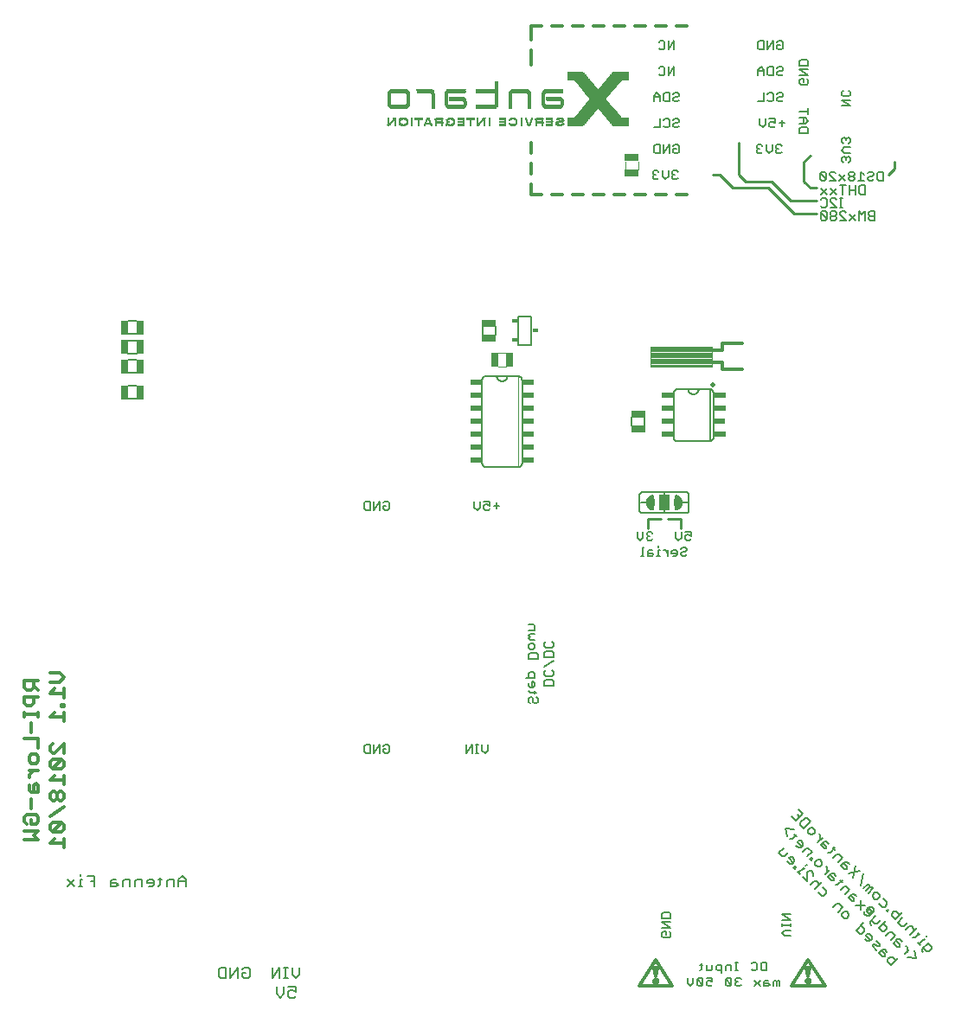
<source format=gbo>
G75*
%MOIN*%
%OFA0B0*%
%FSLAX25Y25*%
%IPPOS*%
%LPD*%
%AMOC8*
5,1,8,0,0,1.08239X$1,22.5*
%
%ADD10C,0.00600*%
%ADD11C,0.00800*%
%ADD12C,0.01200*%
%ADD13C,0.00700*%
%ADD14C,0.01300*%
%ADD15C,0.01000*%
%ADD16R,0.02559X0.05512*%
%ADD17C,0.00200*%
%ADD18R,0.04500X0.02000*%
%ADD19C,0.00400*%
%ADD20R,0.02953X0.05709*%
%ADD21C,0.02000*%
%ADD22C,0.01181*%
%ADD23C,0.00500*%
%ADD24C,0.00394*%
%ADD25R,0.05709X0.02953*%
%ADD26R,0.04000X0.06000*%
%ADD27R,0.02300X0.01800*%
%ADD28R,0.05512X0.02559*%
%ADD29R,0.06063X0.00039*%
%ADD30R,0.00906X0.00039*%
%ADD31R,0.00748X0.00039*%
%ADD32R,0.00709X0.00039*%
%ADD33R,0.00787X0.00039*%
%ADD34R,0.06102X0.00039*%
%ADD35R,0.01457X0.00039*%
%ADD36R,0.01220X0.00039*%
%ADD37R,0.01181X0.00039*%
%ADD38R,0.01260X0.00039*%
%ADD39R,0.06142X0.00039*%
%ADD40R,0.01772X0.00039*%
%ADD41R,0.02835X0.00039*%
%ADD42R,0.00866X0.00039*%
%ADD43R,0.01535X0.00039*%
%ADD44R,0.00827X0.00039*%
%ADD45R,0.01496X0.00039*%
%ADD46R,0.00433X0.00039*%
%ADD47R,0.01575X0.00039*%
%ADD48R,0.06181X0.00039*%
%ADD49R,0.02008X0.00039*%
%ADD50R,0.00945X0.00039*%
%ADD51R,0.01693X0.00039*%
%ADD52R,0.01850X0.00039*%
%ADD53R,0.02205X0.00039*%
%ADD54R,0.01969X0.00039*%
%ADD55R,0.00984X0.00039*%
%ADD56R,0.01929X0.00039*%
%ADD57R,0.00472X0.00039*%
%ADD58R,0.02047X0.00039*%
%ADD59R,0.06220X0.00039*%
%ADD60R,0.02323X0.00039*%
%ADD61R,0.02165X0.00039*%
%ADD62R,0.01024X0.00039*%
%ADD63R,0.06260X0.00039*%
%ADD64R,0.02480X0.00039*%
%ADD65R,0.02283X0.00039*%
%ADD66R,0.02362X0.00039*%
%ADD67R,0.01063X0.00039*%
%ADD68R,0.06299X0.00039*%
%ADD69R,0.02598X0.00039*%
%ADD70R,0.02441X0.00039*%
%ADD71R,0.00512X0.00039*%
%ADD72R,0.02520X0.00039*%
%ADD73R,0.06339X0.00039*%
%ADD74R,0.02677X0.00039*%
%ADD75R,0.01102X0.00039*%
%ADD76R,0.06378X0.00039*%
%ADD77R,0.02795X0.00039*%
%ADD78R,0.01142X0.00039*%
%ADD79R,0.02638X0.00039*%
%ADD80R,0.02717X0.00039*%
%ADD81R,0.02756X0.00039*%
%ADD82R,0.03150X0.00039*%
%ADD83R,0.06417X0.00039*%
%ADD84R,0.02913X0.00039*%
%ADD85R,0.03189X0.00039*%
%ADD86R,0.06457X0.00039*%
%ADD87R,0.02953X0.00039*%
%ADD88R,0.03228X0.00039*%
%ADD89R,0.02992X0.00039*%
%ADD90R,0.06496X0.00039*%
%ADD91R,0.03031X0.00039*%
%ADD92R,0.03268X0.00039*%
%ADD93R,0.03071X0.00039*%
%ADD94R,0.06535X0.00039*%
%ADD95R,0.01299X0.00039*%
%ADD96R,0.01417X0.00039*%
%ADD97R,0.01614X0.00039*%
%ADD98R,0.06575X0.00039*%
%ADD99R,0.01339X0.00039*%
%ADD100R,0.01378X0.00039*%
%ADD101R,0.06614X0.00039*%
%ADD102R,0.06654X0.00039*%
%ADD103R,0.06693X0.00039*%
%ADD104R,0.06732X0.00039*%
%ADD105R,0.06772X0.00039*%
%ADD106R,0.06811X0.00039*%
%ADD107R,0.02874X0.00039*%
%ADD108R,0.06850X0.00039*%
%ADD109R,0.06890X0.00039*%
%ADD110R,0.01654X0.00039*%
%ADD111R,0.06929X0.00039*%
%ADD112R,0.06969X0.00039*%
%ADD113R,0.07008X0.00039*%
%ADD114R,0.07047X0.00039*%
%ADD115R,0.07087X0.00039*%
%ADD116R,0.07126X0.00039*%
%ADD117R,0.07165X0.00039*%
%ADD118R,0.01811X0.00039*%
%ADD119R,0.07205X0.00039*%
%ADD120R,0.02087X0.00039*%
%ADD121R,0.02244X0.00039*%
%ADD122R,0.07244X0.00039*%
%ADD123R,0.02402X0.00039*%
%ADD124R,0.07283X0.00039*%
%ADD125R,0.07323X0.00039*%
%ADD126R,0.02559X0.00039*%
%ADD127R,0.07362X0.00039*%
%ADD128R,0.07402X0.00039*%
%ADD129R,0.07441X0.00039*%
%ADD130R,0.07480X0.00039*%
%ADD131R,0.07520X0.00039*%
%ADD132R,0.07559X0.00039*%
%ADD133R,0.07598X0.00039*%
%ADD134R,0.07638X0.00039*%
%ADD135R,0.01732X0.00039*%
%ADD136R,0.07677X0.00039*%
%ADD137R,0.07717X0.00039*%
%ADD138R,0.07756X0.00039*%
%ADD139R,0.07795X0.00039*%
%ADD140R,0.07835X0.00039*%
%ADD141R,0.07874X0.00039*%
%ADD142R,0.07913X0.00039*%
%ADD143R,0.07953X0.00039*%
%ADD144R,0.07992X0.00039*%
%ADD145R,0.08031X0.00039*%
%ADD146R,0.08071X0.00039*%
%ADD147R,0.08110X0.00039*%
%ADD148R,0.08150X0.00039*%
%ADD149R,0.08189X0.00039*%
%ADD150R,0.08228X0.00039*%
%ADD151R,0.03110X0.00039*%
%ADD152R,0.08268X0.00039*%
%ADD153R,0.08307X0.00039*%
%ADD154R,0.08346X0.00039*%
%ADD155R,0.08386X0.00039*%
%ADD156R,0.08425X0.00039*%
%ADD157R,0.08465X0.00039*%
%ADD158R,0.08504X0.00039*%
%ADD159R,0.02126X0.00039*%
%ADD160R,0.08543X0.00039*%
%ADD161R,0.01890X0.00039*%
%ADD162R,0.08583X0.00039*%
%ADD163R,0.08622X0.00039*%
%ADD164R,0.08661X0.00039*%
%ADD165R,0.06024X0.00039*%
%ADD166R,0.00591X0.00039*%
%ADD167R,0.00551X0.00039*%
%ADD168R,0.05669X0.00039*%
%ADD169R,0.05984X0.00039*%
%ADD170R,0.12087X0.00039*%
%ADD171R,0.12008X0.00039*%
%ADD172R,0.11929X0.00039*%
%ADD173R,0.11850X0.00039*%
%ADD174R,0.11772X0.00039*%
%ADD175R,0.11693X0.00039*%
%ADD176R,0.11614X0.00039*%
%ADD177R,0.11535X0.00039*%
%ADD178R,0.11457X0.00039*%
%ADD179R,0.11378X0.00039*%
%ADD180R,0.11299X0.00039*%
%ADD181R,0.11220X0.00039*%
%ADD182R,0.11142X0.00039*%
%ADD183R,0.11063X0.00039*%
%ADD184R,0.10984X0.00039*%
%ADD185R,0.10906X0.00039*%
%ADD186R,0.10827X0.00039*%
%ADD187R,0.10748X0.00039*%
%ADD188R,0.10669X0.00039*%
%ADD189R,0.10591X0.00039*%
%ADD190R,0.10512X0.00039*%
%ADD191R,0.10433X0.00039*%
%ADD192R,0.10354X0.00039*%
%ADD193R,0.10276X0.00039*%
%ADD194R,0.10197X0.00039*%
%ADD195R,0.10118X0.00039*%
%ADD196R,0.10039X0.00039*%
%ADD197R,0.09961X0.00039*%
%ADD198R,0.09882X0.00039*%
%ADD199R,0.09803X0.00039*%
%ADD200R,0.09764X0.00039*%
%ADD201R,0.09724X0.00039*%
%ADD202R,0.09646X0.00039*%
%ADD203R,0.09567X0.00039*%
%ADD204R,0.09488X0.00039*%
%ADD205R,0.09409X0.00039*%
%ADD206R,0.09331X0.00039*%
%ADD207R,0.09252X0.00039*%
%ADD208R,0.09173X0.00039*%
%ADD209R,0.09094X0.00039*%
%ADD210R,0.09016X0.00039*%
%ADD211R,0.08937X0.00039*%
%ADD212R,0.08858X0.00039*%
%ADD213R,0.08780X0.00039*%
%ADD214R,0.08701X0.00039*%
%ADD215R,0.05945X0.00039*%
%ADD216R,0.05866X0.00039*%
%ADD217R,0.05787X0.00039*%
%ADD218R,0.05709X0.00039*%
%ADD219R,0.05630X0.00039*%
%ADD220R,0.05512X0.00039*%
%ADD221R,0.05315X0.00039*%
%ADD222R,0.10551X0.00039*%
%ADD223R,0.11811X0.00039*%
%ADD224R,0.05906X0.00039*%
%ADD225R,0.05827X0.00039*%
%ADD226R,0.05591X0.00039*%
%ADD227R,0.05748X0.00039*%
%ADD228R,0.05236X0.00039*%
D10*
X0162190Y0119217D02*
X0162190Y0121486D01*
X0162757Y0122053D01*
X0164458Y0122053D01*
X0164458Y0118650D01*
X0162757Y0118650D01*
X0162190Y0119217D01*
X0165873Y0118650D02*
X0165873Y0122053D01*
X0168142Y0122053D02*
X0165873Y0118650D01*
X0168142Y0118650D02*
X0168142Y0122053D01*
X0169556Y0121486D02*
X0170123Y0122053D01*
X0171258Y0122053D01*
X0171825Y0121486D01*
X0171825Y0119217D01*
X0171258Y0118650D01*
X0170123Y0118650D01*
X0169556Y0119217D01*
X0169556Y0120351D01*
X0170690Y0120351D01*
X0201554Y0118650D02*
X0201554Y0122053D01*
X0203822Y0122053D02*
X0201554Y0118650D01*
X0203822Y0118650D02*
X0203822Y0122053D01*
X0205143Y0122053D02*
X0206278Y0122053D01*
X0205711Y0122053D02*
X0205711Y0118650D01*
X0206278Y0118650D02*
X0205143Y0118650D01*
X0207692Y0119784D02*
X0207692Y0122053D01*
X0207692Y0119784D02*
X0208827Y0118650D01*
X0209961Y0119784D01*
X0209961Y0122053D01*
X0226217Y0137940D02*
X0225650Y0138507D01*
X0225650Y0139641D01*
X0226217Y0140208D01*
X0226784Y0140208D01*
X0227351Y0139641D01*
X0227351Y0138507D01*
X0227919Y0137940D01*
X0228486Y0137940D01*
X0229053Y0138507D01*
X0229053Y0139641D01*
X0228486Y0140208D01*
X0227919Y0141623D02*
X0227919Y0142757D01*
X0228486Y0142190D02*
X0226217Y0142190D01*
X0225650Y0142757D01*
X0226217Y0144078D02*
X0225650Y0144645D01*
X0225650Y0145780D01*
X0226784Y0146347D02*
X0226784Y0144078D01*
X0226217Y0144078D02*
X0227351Y0144078D01*
X0227919Y0144645D01*
X0227919Y0145780D01*
X0227351Y0146347D01*
X0226784Y0146347D01*
X0225650Y0147761D02*
X0225650Y0149463D01*
X0226217Y0150030D01*
X0227351Y0150030D01*
X0227919Y0149463D01*
X0227919Y0147761D01*
X0224516Y0147761D01*
X0231650Y0148942D02*
X0232217Y0148375D01*
X0234486Y0148375D01*
X0235053Y0148942D01*
X0235053Y0150077D01*
X0234486Y0150644D01*
X0232217Y0150644D02*
X0231650Y0150077D01*
X0231650Y0148942D01*
X0232217Y0146961D02*
X0234486Y0146961D01*
X0235053Y0146394D01*
X0235053Y0144692D01*
X0231650Y0144692D01*
X0231650Y0146394D01*
X0232217Y0146961D01*
X0231650Y0152058D02*
X0235053Y0154327D01*
X0235053Y0155742D02*
X0235053Y0157443D01*
X0234486Y0158010D01*
X0232217Y0158010D01*
X0231650Y0157443D01*
X0231650Y0155742D01*
X0235053Y0155742D01*
X0234486Y0159425D02*
X0232217Y0159425D01*
X0231650Y0159992D01*
X0231650Y0161126D01*
X0232217Y0161693D01*
X0234486Y0161693D02*
X0235053Y0161126D01*
X0235053Y0159992D01*
X0234486Y0159425D01*
X0229053Y0156829D02*
X0229053Y0155128D01*
X0225650Y0155128D01*
X0225650Y0156829D01*
X0226217Y0157396D01*
X0228486Y0157396D01*
X0229053Y0156829D01*
X0227351Y0158811D02*
X0226217Y0158811D01*
X0225650Y0159378D01*
X0225650Y0160512D01*
X0226217Y0161079D01*
X0227351Y0161079D01*
X0227919Y0160512D01*
X0227919Y0159378D01*
X0227351Y0158811D01*
X0227919Y0162494D02*
X0226217Y0162494D01*
X0225650Y0163061D01*
X0226217Y0163628D01*
X0225650Y0164195D01*
X0226217Y0164763D01*
X0227919Y0164763D01*
X0227919Y0166177D02*
X0225650Y0166177D01*
X0227919Y0166177D02*
X0227919Y0167879D01*
X0227351Y0168446D01*
X0225650Y0168446D01*
X0267415Y0201784D02*
X0267415Y0204053D01*
X0267415Y0201784D02*
X0268549Y0200650D01*
X0269684Y0201784D01*
X0269684Y0204053D01*
X0271098Y0203486D02*
X0271098Y0202919D01*
X0271665Y0202351D01*
X0271098Y0201784D01*
X0271098Y0201217D01*
X0271665Y0200650D01*
X0272800Y0200650D01*
X0273367Y0201217D01*
X0272233Y0202351D02*
X0271665Y0202351D01*
X0271098Y0203486D02*
X0271665Y0204053D01*
X0272800Y0204053D01*
X0273367Y0203486D01*
X0275562Y0198620D02*
X0275562Y0198053D01*
X0275562Y0196919D02*
X0275562Y0194650D01*
X0276129Y0194650D02*
X0274995Y0194650D01*
X0273674Y0195217D02*
X0273107Y0195784D01*
X0271405Y0195784D01*
X0271405Y0196351D02*
X0271405Y0194650D01*
X0273107Y0194650D01*
X0273674Y0195217D01*
X0273107Y0196919D02*
X0271972Y0196919D01*
X0271405Y0196351D01*
X0269991Y0194650D02*
X0268856Y0194650D01*
X0269423Y0194650D02*
X0269423Y0198053D01*
X0269991Y0198053D01*
X0275562Y0196919D02*
X0276129Y0196919D01*
X0277497Y0196919D02*
X0278064Y0196919D01*
X0279198Y0195784D01*
X0279198Y0194650D02*
X0279198Y0196919D01*
X0280613Y0196351D02*
X0280613Y0195784D01*
X0282882Y0195784D01*
X0282882Y0195217D02*
X0282882Y0196351D01*
X0282314Y0196919D01*
X0281180Y0196919D01*
X0280613Y0196351D01*
X0281180Y0194650D02*
X0282314Y0194650D01*
X0282882Y0195217D01*
X0284296Y0195217D02*
X0284863Y0194650D01*
X0285998Y0194650D01*
X0286565Y0195217D01*
X0285998Y0196351D02*
X0284863Y0196351D01*
X0284296Y0195784D01*
X0284296Y0195217D01*
X0285998Y0196351D02*
X0286565Y0196919D01*
X0286565Y0197486D01*
X0285998Y0198053D01*
X0284863Y0198053D01*
X0284296Y0197486D01*
X0283282Y0200650D02*
X0282148Y0201784D01*
X0282148Y0204053D01*
X0284416Y0204053D02*
X0284416Y0201784D01*
X0283282Y0200650D01*
X0285831Y0201217D02*
X0286398Y0200650D01*
X0287532Y0200650D01*
X0288099Y0201217D01*
X0288099Y0202351D02*
X0286965Y0202919D01*
X0286398Y0202919D01*
X0285831Y0202351D01*
X0285831Y0201217D01*
X0288099Y0202351D02*
X0288099Y0204053D01*
X0285831Y0204053D01*
X0286350Y0211350D02*
X0269350Y0211350D01*
X0269290Y0211352D01*
X0269229Y0211357D01*
X0269170Y0211366D01*
X0269111Y0211379D01*
X0269052Y0211395D01*
X0268995Y0211415D01*
X0268940Y0211438D01*
X0268885Y0211465D01*
X0268833Y0211494D01*
X0268782Y0211527D01*
X0268733Y0211563D01*
X0268687Y0211601D01*
X0268643Y0211643D01*
X0268601Y0211687D01*
X0268563Y0211733D01*
X0268527Y0211782D01*
X0268494Y0211833D01*
X0268465Y0211885D01*
X0268438Y0211940D01*
X0268415Y0211995D01*
X0268395Y0212052D01*
X0268379Y0212111D01*
X0268366Y0212170D01*
X0268357Y0212229D01*
X0268352Y0212290D01*
X0268350Y0212350D01*
X0268350Y0218350D01*
X0268352Y0218410D01*
X0268357Y0218471D01*
X0268366Y0218530D01*
X0268379Y0218589D01*
X0268395Y0218648D01*
X0268415Y0218705D01*
X0268438Y0218760D01*
X0268465Y0218815D01*
X0268494Y0218867D01*
X0268527Y0218918D01*
X0268563Y0218967D01*
X0268601Y0219013D01*
X0268643Y0219057D01*
X0268687Y0219099D01*
X0268733Y0219137D01*
X0268782Y0219173D01*
X0268833Y0219206D01*
X0268885Y0219235D01*
X0268940Y0219262D01*
X0268995Y0219285D01*
X0269052Y0219305D01*
X0269111Y0219321D01*
X0269170Y0219334D01*
X0269229Y0219343D01*
X0269290Y0219348D01*
X0269350Y0219350D01*
X0286350Y0219350D01*
X0286410Y0219348D01*
X0286471Y0219343D01*
X0286530Y0219334D01*
X0286589Y0219321D01*
X0286648Y0219305D01*
X0286705Y0219285D01*
X0286760Y0219262D01*
X0286815Y0219235D01*
X0286867Y0219206D01*
X0286918Y0219173D01*
X0286967Y0219137D01*
X0287013Y0219099D01*
X0287057Y0219057D01*
X0287099Y0219013D01*
X0287137Y0218967D01*
X0287173Y0218918D01*
X0287206Y0218867D01*
X0287235Y0218815D01*
X0287262Y0218760D01*
X0287285Y0218705D01*
X0287305Y0218648D01*
X0287321Y0218589D01*
X0287334Y0218530D01*
X0287343Y0218471D01*
X0287348Y0218410D01*
X0287350Y0218350D01*
X0287350Y0212350D01*
X0287348Y0212290D01*
X0287343Y0212229D01*
X0287334Y0212170D01*
X0287321Y0212111D01*
X0287305Y0212052D01*
X0287285Y0211995D01*
X0287262Y0211940D01*
X0287235Y0211885D01*
X0287206Y0211833D01*
X0287173Y0211782D01*
X0287137Y0211733D01*
X0287099Y0211687D01*
X0287057Y0211643D01*
X0287013Y0211601D01*
X0286967Y0211563D01*
X0286918Y0211527D01*
X0286867Y0211494D01*
X0286815Y0211465D01*
X0286760Y0211438D01*
X0286705Y0211415D01*
X0286648Y0211395D01*
X0286589Y0211379D01*
X0286530Y0211366D01*
X0286471Y0211357D01*
X0286410Y0211352D01*
X0286350Y0211350D01*
X0286850Y0215350D02*
X0284850Y0215350D01*
X0277850Y0212350D02*
X0277850Y0211350D01*
X0277850Y0218350D02*
X0277850Y0219350D01*
X0270850Y0215350D02*
X0268850Y0215350D01*
X0270350Y0244986D02*
X0270350Y0248214D01*
X0265350Y0248214D02*
X0265350Y0244986D01*
X0226700Y0276000D02*
X0226700Y0287200D01*
X0221500Y0287200D01*
X0221500Y0276000D01*
X0226700Y0276000D01*
X0221550Y0264100D02*
X0217350Y0264100D01*
X0213350Y0264100D01*
X0209150Y0264100D01*
X0209074Y0264098D01*
X0208998Y0264092D01*
X0208923Y0264083D01*
X0208848Y0264069D01*
X0208774Y0264052D01*
X0208701Y0264031D01*
X0208629Y0264007D01*
X0208558Y0263978D01*
X0208489Y0263947D01*
X0208422Y0263912D01*
X0208357Y0263873D01*
X0208293Y0263831D01*
X0208232Y0263786D01*
X0208173Y0263738D01*
X0208117Y0263687D01*
X0208063Y0263633D01*
X0208012Y0263577D01*
X0207964Y0263518D01*
X0207919Y0263457D01*
X0207877Y0263393D01*
X0207838Y0263328D01*
X0207803Y0263261D01*
X0207772Y0263192D01*
X0207743Y0263121D01*
X0207719Y0263049D01*
X0207698Y0262976D01*
X0207681Y0262902D01*
X0207667Y0262827D01*
X0207658Y0262752D01*
X0207652Y0262676D01*
X0207650Y0262600D01*
X0207650Y0230600D01*
X0207652Y0230524D01*
X0207658Y0230448D01*
X0207667Y0230373D01*
X0207681Y0230298D01*
X0207698Y0230224D01*
X0207719Y0230151D01*
X0207743Y0230079D01*
X0207772Y0230008D01*
X0207803Y0229939D01*
X0207838Y0229872D01*
X0207877Y0229807D01*
X0207919Y0229743D01*
X0207964Y0229682D01*
X0208012Y0229623D01*
X0208063Y0229567D01*
X0208117Y0229513D01*
X0208173Y0229462D01*
X0208232Y0229414D01*
X0208293Y0229369D01*
X0208357Y0229327D01*
X0208422Y0229288D01*
X0208489Y0229253D01*
X0208558Y0229222D01*
X0208629Y0229193D01*
X0208701Y0229169D01*
X0208774Y0229148D01*
X0208848Y0229131D01*
X0208923Y0229117D01*
X0208998Y0229108D01*
X0209074Y0229102D01*
X0209150Y0229100D01*
X0221550Y0229100D01*
X0221626Y0229102D01*
X0221702Y0229108D01*
X0221777Y0229117D01*
X0221852Y0229131D01*
X0221926Y0229148D01*
X0221999Y0229169D01*
X0222071Y0229193D01*
X0222142Y0229222D01*
X0222211Y0229253D01*
X0222278Y0229288D01*
X0222343Y0229327D01*
X0222407Y0229369D01*
X0222468Y0229414D01*
X0222527Y0229462D01*
X0222583Y0229513D01*
X0222637Y0229567D01*
X0222688Y0229623D01*
X0222736Y0229682D01*
X0222781Y0229743D01*
X0222823Y0229807D01*
X0222862Y0229872D01*
X0222897Y0229939D01*
X0222928Y0230008D01*
X0222957Y0230079D01*
X0222981Y0230151D01*
X0223002Y0230224D01*
X0223019Y0230298D01*
X0223033Y0230373D01*
X0223042Y0230448D01*
X0223048Y0230524D01*
X0223050Y0230600D01*
X0223050Y0262600D01*
X0223048Y0262676D01*
X0223042Y0262752D01*
X0223033Y0262827D01*
X0223019Y0262902D01*
X0223002Y0262976D01*
X0222981Y0263049D01*
X0222957Y0263121D01*
X0222928Y0263192D01*
X0222897Y0263261D01*
X0222862Y0263328D01*
X0222823Y0263393D01*
X0222781Y0263457D01*
X0222736Y0263518D01*
X0222688Y0263577D01*
X0222637Y0263633D01*
X0222583Y0263687D01*
X0222527Y0263738D01*
X0222468Y0263786D01*
X0222407Y0263831D01*
X0222343Y0263873D01*
X0222278Y0263912D01*
X0222211Y0263947D01*
X0222142Y0263978D01*
X0222071Y0264007D01*
X0221999Y0264031D01*
X0221926Y0264052D01*
X0221852Y0264069D01*
X0221777Y0264083D01*
X0221702Y0264092D01*
X0221626Y0264098D01*
X0221550Y0264100D01*
X0217350Y0264100D02*
X0217348Y0264012D01*
X0217342Y0263923D01*
X0217332Y0263835D01*
X0217319Y0263748D01*
X0217301Y0263661D01*
X0217280Y0263575D01*
X0217255Y0263490D01*
X0217226Y0263407D01*
X0217193Y0263324D01*
X0217157Y0263244D01*
X0217118Y0263165D01*
X0217075Y0263087D01*
X0217028Y0263012D01*
X0216978Y0262939D01*
X0216925Y0262868D01*
X0216869Y0262799D01*
X0216810Y0262733D01*
X0216748Y0262670D01*
X0216684Y0262610D01*
X0216617Y0262552D01*
X0216547Y0262498D01*
X0216475Y0262446D01*
X0216401Y0262398D01*
X0216324Y0262353D01*
X0216246Y0262312D01*
X0216166Y0262274D01*
X0216085Y0262240D01*
X0216002Y0262209D01*
X0215917Y0262182D01*
X0215832Y0262159D01*
X0215746Y0262140D01*
X0215658Y0262124D01*
X0215571Y0262112D01*
X0215483Y0262104D01*
X0215394Y0262100D01*
X0215306Y0262100D01*
X0215217Y0262104D01*
X0215129Y0262112D01*
X0215042Y0262124D01*
X0214954Y0262140D01*
X0214868Y0262159D01*
X0214783Y0262182D01*
X0214698Y0262209D01*
X0214615Y0262240D01*
X0214534Y0262274D01*
X0214454Y0262312D01*
X0214376Y0262353D01*
X0214299Y0262398D01*
X0214225Y0262446D01*
X0214153Y0262498D01*
X0214083Y0262552D01*
X0214016Y0262610D01*
X0213952Y0262670D01*
X0213890Y0262733D01*
X0213831Y0262799D01*
X0213775Y0262868D01*
X0213722Y0262939D01*
X0213672Y0263012D01*
X0213625Y0263087D01*
X0213582Y0263165D01*
X0213543Y0263244D01*
X0213507Y0263324D01*
X0213474Y0263407D01*
X0213445Y0263490D01*
X0213420Y0263575D01*
X0213399Y0263661D01*
X0213381Y0263748D01*
X0213368Y0263835D01*
X0213358Y0263923D01*
X0213352Y0264012D01*
X0213350Y0264100D01*
X0212850Y0279986D02*
X0212850Y0283214D01*
X0207850Y0283214D02*
X0207850Y0279986D01*
X0208373Y0215803D02*
X0210642Y0215803D01*
X0210642Y0214101D01*
X0209507Y0214669D01*
X0208940Y0214669D01*
X0208373Y0214101D01*
X0208373Y0212967D01*
X0208940Y0212400D01*
X0210074Y0212400D01*
X0210642Y0212967D01*
X0212056Y0214101D02*
X0214325Y0214101D01*
X0213190Y0212967D02*
X0213190Y0215236D01*
X0206958Y0215803D02*
X0206958Y0213534D01*
X0205824Y0212400D01*
X0204690Y0213534D01*
X0204690Y0215803D01*
X0171825Y0215236D02*
X0171825Y0212967D01*
X0171258Y0212400D01*
X0170123Y0212400D01*
X0169556Y0212967D01*
X0169556Y0214101D01*
X0170690Y0214101D01*
X0169556Y0215236D02*
X0170123Y0215803D01*
X0171258Y0215803D01*
X0171825Y0215236D01*
X0168142Y0215803D02*
X0168142Y0212400D01*
X0165873Y0212400D02*
X0165873Y0215803D01*
X0164458Y0215803D02*
X0162757Y0215803D01*
X0162190Y0215236D01*
X0162190Y0212967D01*
X0162757Y0212400D01*
X0164458Y0212400D01*
X0164458Y0215803D01*
X0168142Y0215803D02*
X0165873Y0212400D01*
X0074464Y0255350D02*
X0071236Y0255350D01*
X0071236Y0260350D02*
X0074464Y0260350D01*
X0074464Y0265350D02*
X0071236Y0265350D01*
X0071236Y0270350D02*
X0074464Y0270350D01*
X0074464Y0272850D02*
X0071236Y0272850D01*
X0071236Y0277850D02*
X0074464Y0277850D01*
X0074464Y0280350D02*
X0071236Y0280350D01*
X0071236Y0285350D02*
X0074464Y0285350D01*
X0273440Y0340467D02*
X0274007Y0339900D01*
X0275141Y0339900D01*
X0275708Y0340467D01*
X0277123Y0341034D02*
X0277123Y0343303D01*
X0275708Y0342736D02*
X0275141Y0343303D01*
X0274007Y0343303D01*
X0273440Y0342736D01*
X0273440Y0342169D01*
X0274007Y0341601D01*
X0273440Y0341034D01*
X0273440Y0340467D01*
X0274007Y0341601D02*
X0274574Y0341601D01*
X0277123Y0341034D02*
X0278257Y0339900D01*
X0279392Y0341034D01*
X0279392Y0343303D01*
X0280806Y0342736D02*
X0280806Y0342169D01*
X0281373Y0341601D01*
X0280806Y0341034D01*
X0280806Y0340467D01*
X0281373Y0339900D01*
X0282508Y0339900D01*
X0283075Y0340467D01*
X0281940Y0341601D02*
X0281373Y0341601D01*
X0280806Y0342736D02*
X0281373Y0343303D01*
X0282508Y0343303D01*
X0283075Y0342736D01*
X0282958Y0349900D02*
X0281823Y0349900D01*
X0281256Y0350467D01*
X0281256Y0351601D01*
X0282390Y0351601D01*
X0283525Y0350467D02*
X0283525Y0352736D01*
X0282958Y0353303D01*
X0281823Y0353303D01*
X0281256Y0352736D01*
X0279842Y0353303D02*
X0277573Y0349900D01*
X0277573Y0353303D01*
X0276158Y0353303D02*
X0274457Y0353303D01*
X0273890Y0352736D01*
X0273890Y0350467D01*
X0274457Y0349900D01*
X0276158Y0349900D01*
X0276158Y0353303D01*
X0279842Y0353303D02*
X0279842Y0349900D01*
X0282958Y0349900D02*
X0283525Y0350467D01*
X0282958Y0359900D02*
X0283525Y0360467D01*
X0282958Y0359900D02*
X0281823Y0359900D01*
X0281256Y0360467D01*
X0281256Y0361034D01*
X0281823Y0361601D01*
X0282958Y0361601D01*
X0283525Y0362169D01*
X0283525Y0362736D01*
X0282958Y0363303D01*
X0281823Y0363303D01*
X0281256Y0362736D01*
X0279842Y0362736D02*
X0279842Y0360467D01*
X0279274Y0359900D01*
X0278140Y0359900D01*
X0277573Y0360467D01*
X0276158Y0359900D02*
X0273890Y0359900D01*
X0276158Y0359900D02*
X0276158Y0363303D01*
X0277573Y0362736D02*
X0278140Y0363303D01*
X0279274Y0363303D01*
X0279842Y0362736D01*
X0279842Y0369900D02*
X0278140Y0369900D01*
X0277573Y0370467D01*
X0277573Y0372736D01*
X0278140Y0373303D01*
X0279842Y0373303D01*
X0279842Y0369900D01*
X0281256Y0370467D02*
X0281823Y0369900D01*
X0282958Y0369900D01*
X0283525Y0370467D01*
X0282958Y0371601D02*
X0281823Y0371601D01*
X0281256Y0371034D01*
X0281256Y0370467D01*
X0282958Y0371601D02*
X0283525Y0372169D01*
X0283525Y0372736D01*
X0282958Y0373303D01*
X0281823Y0373303D01*
X0281256Y0372736D01*
X0276158Y0372169D02*
X0276158Y0369900D01*
X0276158Y0371601D02*
X0273890Y0371601D01*
X0273890Y0372169D02*
X0273890Y0369900D01*
X0273890Y0372169D02*
X0275024Y0373303D01*
X0276158Y0372169D01*
X0276299Y0379900D02*
X0275731Y0380467D01*
X0276299Y0379900D02*
X0277433Y0379900D01*
X0278000Y0380467D01*
X0278000Y0382736D01*
X0277433Y0383303D01*
X0276299Y0383303D01*
X0275731Y0382736D01*
X0279415Y0383303D02*
X0279415Y0379900D01*
X0281683Y0383303D01*
X0281683Y0379900D01*
X0281683Y0389900D02*
X0281683Y0393303D01*
X0279415Y0389900D01*
X0279415Y0393303D01*
X0278000Y0392736D02*
X0278000Y0390467D01*
X0277433Y0389900D01*
X0276299Y0389900D01*
X0275731Y0390467D01*
X0275731Y0392736D02*
X0276299Y0393303D01*
X0277433Y0393303D01*
X0278000Y0392736D01*
X0313940Y0392736D02*
X0313940Y0390467D01*
X0314507Y0389900D01*
X0316208Y0389900D01*
X0316208Y0393303D01*
X0314507Y0393303D01*
X0313940Y0392736D01*
X0317623Y0393303D02*
X0317623Y0389900D01*
X0319892Y0393303D01*
X0319892Y0389900D01*
X0321306Y0390467D02*
X0321306Y0391601D01*
X0322440Y0391601D01*
X0321306Y0390467D02*
X0321873Y0389900D01*
X0323008Y0389900D01*
X0323575Y0390467D01*
X0323575Y0392736D01*
X0323008Y0393303D01*
X0321873Y0393303D01*
X0321306Y0392736D01*
X0329900Y0385443D02*
X0330467Y0386010D01*
X0332736Y0386010D01*
X0333303Y0385443D01*
X0333303Y0383742D01*
X0329900Y0383742D01*
X0329900Y0385443D01*
X0329900Y0382327D02*
X0333303Y0382327D01*
X0333303Y0380058D02*
X0329900Y0380058D01*
X0330467Y0378644D02*
X0329900Y0378077D01*
X0329900Y0376942D01*
X0330467Y0376375D01*
X0332736Y0376375D01*
X0333303Y0376942D01*
X0333303Y0378077D01*
X0332736Y0378644D01*
X0331601Y0378644D02*
X0331601Y0377510D01*
X0331601Y0378644D02*
X0330467Y0378644D01*
X0333303Y0380058D02*
X0329900Y0382327D01*
X0323625Y0382169D02*
X0323058Y0381601D01*
X0321923Y0381601D01*
X0321356Y0381034D01*
X0321356Y0380467D01*
X0321923Y0379900D01*
X0323058Y0379900D01*
X0323625Y0380467D01*
X0323625Y0382169D02*
X0323625Y0382736D01*
X0323058Y0383303D01*
X0321923Y0383303D01*
X0321356Y0382736D01*
X0319942Y0383303D02*
X0318240Y0383303D01*
X0317673Y0382736D01*
X0317673Y0380467D01*
X0318240Y0379900D01*
X0319942Y0379900D01*
X0319942Y0383303D01*
X0316258Y0382169D02*
X0316258Y0379900D01*
X0316258Y0381601D02*
X0313990Y0381601D01*
X0313990Y0382169D02*
X0313990Y0379900D01*
X0313990Y0382169D02*
X0315124Y0383303D01*
X0316258Y0382169D01*
X0316258Y0373303D02*
X0316258Y0369900D01*
X0313990Y0369900D01*
X0317673Y0370467D02*
X0318240Y0369900D01*
X0319374Y0369900D01*
X0319942Y0370467D01*
X0319942Y0372736D01*
X0319374Y0373303D01*
X0318240Y0373303D01*
X0317673Y0372736D01*
X0321356Y0372736D02*
X0321923Y0373303D01*
X0323058Y0373303D01*
X0323625Y0372736D01*
X0323625Y0372169D01*
X0323058Y0371601D01*
X0321923Y0371601D01*
X0321356Y0371034D01*
X0321356Y0370467D01*
X0321923Y0369900D01*
X0323058Y0369900D01*
X0323625Y0370467D01*
X0329900Y0366126D02*
X0333303Y0366126D01*
X0333303Y0364992D02*
X0333303Y0367260D01*
X0332169Y0363577D02*
X0329900Y0363577D01*
X0331601Y0363577D02*
X0331601Y0361308D01*
X0332169Y0361308D02*
X0333303Y0362443D01*
X0332169Y0363577D01*
X0332169Y0361308D02*
X0329900Y0361308D01*
X0330467Y0359894D02*
X0329900Y0359327D01*
X0329900Y0357625D01*
X0333303Y0357625D01*
X0333303Y0359327D01*
X0332736Y0359894D01*
X0330467Y0359894D01*
X0324325Y0361601D02*
X0322056Y0361601D01*
X0320642Y0361601D02*
X0319507Y0362169D01*
X0318940Y0362169D01*
X0318373Y0361601D01*
X0318373Y0360467D01*
X0318940Y0359900D01*
X0320074Y0359900D01*
X0320642Y0360467D01*
X0320642Y0361601D02*
X0320642Y0363303D01*
X0318373Y0363303D01*
X0316958Y0363303D02*
X0316958Y0361034D01*
X0315824Y0359900D01*
X0314690Y0361034D01*
X0314690Y0363303D01*
X0323190Y0362736D02*
X0323190Y0360467D01*
X0322508Y0353303D02*
X0321373Y0353303D01*
X0320806Y0352736D01*
X0320806Y0352169D01*
X0321373Y0351601D01*
X0320806Y0351034D01*
X0320806Y0350467D01*
X0321373Y0349900D01*
X0322508Y0349900D01*
X0323075Y0350467D01*
X0321940Y0351601D02*
X0321373Y0351601D01*
X0323075Y0352736D02*
X0322508Y0353303D01*
X0319392Y0353303D02*
X0319392Y0351034D01*
X0318257Y0349900D01*
X0317123Y0351034D01*
X0317123Y0353303D01*
X0315708Y0352736D02*
X0315141Y0353303D01*
X0314007Y0353303D01*
X0313440Y0352736D01*
X0313440Y0352169D01*
X0314007Y0351601D01*
X0313440Y0351034D01*
X0313440Y0350467D01*
X0314007Y0349900D01*
X0315141Y0349900D01*
X0315708Y0350467D01*
X0314574Y0351601D02*
X0314007Y0351601D01*
X0337815Y0342236D02*
X0340083Y0339967D01*
X0339516Y0339400D01*
X0338382Y0339400D01*
X0337815Y0339967D01*
X0337815Y0342236D01*
X0338382Y0342803D01*
X0339516Y0342803D01*
X0340083Y0342236D01*
X0340083Y0339967D01*
X0341498Y0339400D02*
X0343766Y0339400D01*
X0341498Y0341669D01*
X0341498Y0342236D01*
X0342065Y0342803D01*
X0343199Y0342803D01*
X0343766Y0342236D01*
X0345181Y0341669D02*
X0347449Y0339400D01*
X0348864Y0339967D02*
X0349431Y0339400D01*
X0350565Y0339400D01*
X0351133Y0339967D01*
X0351133Y0340534D01*
X0350565Y0341101D01*
X0349431Y0341101D01*
X0348864Y0340534D01*
X0348864Y0339967D01*
X0349431Y0341101D02*
X0348864Y0341669D01*
X0348864Y0342236D01*
X0349431Y0342803D01*
X0350565Y0342803D01*
X0351133Y0342236D01*
X0351133Y0341669D01*
X0350565Y0341101D01*
X0352547Y0339400D02*
X0354816Y0339400D01*
X0353681Y0339400D02*
X0353681Y0342803D01*
X0354816Y0341669D01*
X0356230Y0342236D02*
X0356797Y0342803D01*
X0357932Y0342803D01*
X0358499Y0342236D01*
X0358499Y0341669D01*
X0357932Y0341101D01*
X0356797Y0341101D01*
X0356230Y0340534D01*
X0356230Y0339967D01*
X0356797Y0339400D01*
X0357932Y0339400D01*
X0358499Y0339967D01*
X0359913Y0339967D02*
X0359913Y0342236D01*
X0360481Y0342803D01*
X0362182Y0342803D01*
X0362182Y0339400D01*
X0360481Y0339400D01*
X0359913Y0339967D01*
X0355116Y0337553D02*
X0355116Y0334150D01*
X0353414Y0334150D01*
X0352847Y0334717D01*
X0352847Y0336986D01*
X0353414Y0337553D01*
X0355116Y0337553D01*
X0351433Y0337553D02*
X0351433Y0334150D01*
X0351433Y0335851D02*
X0349164Y0335851D01*
X0349164Y0334150D02*
X0349164Y0337553D01*
X0347749Y0337553D02*
X0345481Y0337553D01*
X0346615Y0337553D02*
X0346615Y0334150D01*
X0346522Y0332553D02*
X0345387Y0332553D01*
X0345955Y0332553D02*
X0345955Y0329150D01*
X0346522Y0329150D02*
X0345387Y0329150D01*
X0344066Y0329150D02*
X0341798Y0331419D01*
X0341798Y0331986D01*
X0342365Y0332553D01*
X0343499Y0332553D01*
X0344066Y0331986D01*
X0344066Y0334150D02*
X0341798Y0336419D01*
X0340383Y0336419D02*
X0338115Y0334150D01*
X0338682Y0332553D02*
X0339816Y0332553D01*
X0340383Y0331986D01*
X0340383Y0329717D01*
X0339816Y0329150D01*
X0338682Y0329150D01*
X0338115Y0329717D01*
X0338682Y0327553D02*
X0338115Y0326986D01*
X0340383Y0324717D01*
X0339816Y0324150D01*
X0338682Y0324150D01*
X0338115Y0324717D01*
X0338115Y0326986D01*
X0338682Y0327553D02*
X0339816Y0327553D01*
X0340383Y0326986D01*
X0340383Y0324717D01*
X0341798Y0324717D02*
X0342365Y0324150D01*
X0343499Y0324150D01*
X0344066Y0324717D01*
X0344066Y0325284D01*
X0343499Y0325851D01*
X0342365Y0325851D01*
X0341798Y0325284D01*
X0341798Y0324717D01*
X0342365Y0325851D02*
X0341798Y0326419D01*
X0341798Y0326986D01*
X0342365Y0327553D01*
X0343499Y0327553D01*
X0344066Y0326986D01*
X0344066Y0326419D01*
X0343499Y0325851D01*
X0345481Y0326419D02*
X0345481Y0326986D01*
X0346048Y0327553D01*
X0347182Y0327553D01*
X0347749Y0326986D01*
X0349164Y0326419D02*
X0351433Y0324150D01*
X0352847Y0324150D02*
X0352847Y0327553D01*
X0353981Y0326419D01*
X0355116Y0327553D01*
X0355116Y0324150D01*
X0356530Y0324717D02*
X0357097Y0324150D01*
X0358799Y0324150D01*
X0358799Y0327553D01*
X0357097Y0327553D01*
X0356530Y0326986D01*
X0356530Y0326419D01*
X0357097Y0325851D01*
X0358799Y0325851D01*
X0357097Y0325851D02*
X0356530Y0325284D01*
X0356530Y0324717D01*
X0351433Y0326419D02*
X0349164Y0324150D01*
X0347749Y0324150D02*
X0345481Y0326419D01*
X0345481Y0324150D02*
X0347749Y0324150D01*
X0344066Y0329150D02*
X0341798Y0329150D01*
X0338682Y0332553D02*
X0338115Y0331986D01*
X0340383Y0334150D02*
X0338115Y0336419D01*
X0341798Y0334150D02*
X0344066Y0336419D01*
X0345181Y0339400D02*
X0347449Y0341669D01*
X0346717Y0346375D02*
X0346150Y0346942D01*
X0346150Y0348077D01*
X0346717Y0348644D01*
X0347284Y0348644D01*
X0347851Y0348077D01*
X0347851Y0347510D01*
X0347851Y0348077D02*
X0348419Y0348644D01*
X0348986Y0348644D01*
X0349553Y0348077D01*
X0349553Y0346942D01*
X0348986Y0346375D01*
X0349553Y0350058D02*
X0347284Y0350058D01*
X0346150Y0351193D01*
X0347284Y0352327D01*
X0349553Y0352327D01*
X0348986Y0353742D02*
X0349553Y0354309D01*
X0349553Y0355443D01*
X0348986Y0356010D01*
X0348419Y0356010D01*
X0347851Y0355443D01*
X0347284Y0356010D01*
X0346717Y0356010D01*
X0346150Y0355443D01*
X0346150Y0354309D01*
X0346717Y0353742D01*
X0347851Y0354876D02*
X0347851Y0355443D01*
X0346150Y0368217D02*
X0349553Y0368217D01*
X0346150Y0370485D01*
X0349553Y0370485D01*
X0348986Y0371900D02*
X0346717Y0371900D01*
X0346150Y0372467D01*
X0346150Y0373601D01*
X0346717Y0374169D01*
X0348986Y0374169D02*
X0349553Y0373601D01*
X0349553Y0372467D01*
X0348986Y0371900D01*
X0326553Y0056646D02*
X0323150Y0056646D01*
X0326553Y0054378D01*
X0323150Y0054378D01*
X0323150Y0053057D02*
X0323150Y0051922D01*
X0323150Y0052489D02*
X0326553Y0052489D01*
X0326553Y0051922D02*
X0326553Y0053057D01*
X0326553Y0050508D02*
X0324284Y0050508D01*
X0323150Y0049373D01*
X0324284Y0048239D01*
X0326553Y0048239D01*
X0280303Y0048192D02*
X0279736Y0047625D01*
X0277467Y0047625D01*
X0276900Y0048192D01*
X0276900Y0049327D01*
X0277467Y0049894D01*
X0278601Y0049894D01*
X0278601Y0048760D01*
X0279736Y0049894D02*
X0280303Y0049327D01*
X0280303Y0048192D01*
X0280303Y0051308D02*
X0276900Y0053577D01*
X0280303Y0053577D01*
X0280303Y0054992D02*
X0276900Y0054992D01*
X0276900Y0056693D01*
X0277467Y0057260D01*
X0279736Y0057260D01*
X0280303Y0056693D01*
X0280303Y0054992D01*
X0280303Y0051308D02*
X0276900Y0051308D01*
D11*
X0050517Y0070052D02*
X0047715Y0067250D01*
X0050517Y0067250D02*
X0047715Y0070052D01*
X0052886Y0070052D02*
X0052886Y0067250D01*
X0053586Y0067250D02*
X0052185Y0067250D01*
X0052886Y0070052D02*
X0053586Y0070052D01*
X0052886Y0071454D02*
X0052886Y0072154D01*
X0055388Y0071454D02*
X0058190Y0071454D01*
X0058190Y0067250D01*
X0058190Y0069352D02*
X0056789Y0069352D01*
X0064596Y0069352D02*
X0064596Y0067250D01*
X0066698Y0067250D01*
X0067398Y0067951D01*
X0066698Y0068651D01*
X0064596Y0068651D01*
X0064596Y0069352D02*
X0065296Y0070052D01*
X0066698Y0070052D01*
X0069200Y0069352D02*
X0069200Y0067250D01*
X0069200Y0069352D02*
X0069900Y0070052D01*
X0072002Y0070052D01*
X0072002Y0067250D01*
X0073804Y0067250D02*
X0073804Y0069352D01*
X0074504Y0070052D01*
X0076606Y0070052D01*
X0076606Y0067250D01*
X0078407Y0068651D02*
X0081210Y0068651D01*
X0081210Y0067951D02*
X0081210Y0069352D01*
X0080509Y0070052D01*
X0079108Y0070052D01*
X0078407Y0069352D01*
X0078407Y0068651D01*
X0079108Y0067250D02*
X0080509Y0067250D01*
X0081210Y0067951D01*
X0082878Y0067250D02*
X0083579Y0067951D01*
X0083579Y0070753D01*
X0084279Y0070052D02*
X0082878Y0070052D01*
X0086081Y0069352D02*
X0086081Y0067250D01*
X0086081Y0069352D02*
X0086781Y0070052D01*
X0088883Y0070052D01*
X0088883Y0067250D01*
X0090685Y0067250D02*
X0090685Y0070052D01*
X0092086Y0071454D01*
X0093487Y0070052D01*
X0093487Y0067250D01*
X0093487Y0069352D02*
X0090685Y0069352D01*
X0106796Y0036204D02*
X0108898Y0036204D01*
X0108898Y0032000D01*
X0106796Y0032000D01*
X0106096Y0032701D01*
X0106096Y0035503D01*
X0106796Y0036204D01*
X0110700Y0036204D02*
X0110700Y0032000D01*
X0113502Y0036204D01*
X0113502Y0032000D01*
X0115304Y0032701D02*
X0115304Y0034102D01*
X0116705Y0034102D01*
X0118106Y0035503D02*
X0118106Y0032701D01*
X0117405Y0032000D01*
X0116004Y0032000D01*
X0115304Y0032701D01*
X0115304Y0035503D02*
X0116004Y0036204D01*
X0117405Y0036204D01*
X0118106Y0035503D01*
X0126863Y0036204D02*
X0126863Y0032000D01*
X0129665Y0036204D01*
X0129665Y0032000D01*
X0131333Y0032000D02*
X0132735Y0032000D01*
X0132034Y0032000D02*
X0132034Y0036204D01*
X0132735Y0036204D02*
X0131333Y0036204D01*
X0134536Y0036204D02*
X0134536Y0033401D01*
X0135937Y0032000D01*
X0137339Y0033401D01*
X0137339Y0036204D01*
X0135804Y0028704D02*
X0133002Y0028704D01*
X0133702Y0027302D02*
X0133002Y0026602D01*
X0133002Y0025201D01*
X0133702Y0024500D01*
X0135103Y0024500D01*
X0135804Y0025201D01*
X0135804Y0026602D02*
X0134403Y0027302D01*
X0133702Y0027302D01*
X0135804Y0026602D02*
X0135804Y0028704D01*
X0131200Y0028704D02*
X0131200Y0025901D01*
X0129799Y0024500D01*
X0128398Y0025901D01*
X0128398Y0028704D01*
X0286832Y0030068D02*
X0286832Y0032203D01*
X0286832Y0030068D02*
X0287900Y0029000D01*
X0288967Y0030068D01*
X0288967Y0032203D01*
X0290515Y0031669D02*
X0292651Y0029534D01*
X0292117Y0029000D01*
X0291049Y0029000D01*
X0290515Y0029534D01*
X0290515Y0031669D01*
X0291049Y0032203D01*
X0292117Y0032203D01*
X0292651Y0031669D01*
X0292651Y0029534D01*
X0294199Y0029534D02*
X0294732Y0029000D01*
X0295800Y0029000D01*
X0296334Y0029534D01*
X0296334Y0030601D02*
X0295266Y0031135D01*
X0294732Y0031135D01*
X0294199Y0030601D01*
X0294199Y0029534D01*
X0296334Y0030601D02*
X0296334Y0032203D01*
X0294199Y0032203D01*
X0294199Y0035000D02*
X0294199Y0037135D01*
X0292651Y0037135D02*
X0291583Y0037135D01*
X0292117Y0037669D02*
X0292117Y0035534D01*
X0291583Y0035000D01*
X0294199Y0035000D02*
X0295800Y0035000D01*
X0296334Y0035534D01*
X0296334Y0037135D01*
X0297882Y0036601D02*
X0297882Y0035534D01*
X0298416Y0035000D01*
X0300017Y0035000D01*
X0300017Y0033932D02*
X0300017Y0037135D01*
X0298416Y0037135D01*
X0297882Y0036601D01*
X0301565Y0036601D02*
X0301565Y0035000D01*
X0301565Y0036601D02*
X0302099Y0037135D01*
X0303700Y0037135D01*
X0303700Y0035000D01*
X0305088Y0035000D02*
X0306155Y0035000D01*
X0305622Y0035000D02*
X0305622Y0038203D01*
X0306155Y0038203D02*
X0305088Y0038203D01*
X0305782Y0032203D02*
X0305248Y0031669D01*
X0305248Y0031135D01*
X0305782Y0030601D01*
X0305248Y0030068D01*
X0305248Y0029534D01*
X0305782Y0029000D01*
X0306849Y0029000D01*
X0307383Y0029534D01*
X0306316Y0030601D02*
X0305782Y0030601D01*
X0305782Y0032203D02*
X0306849Y0032203D01*
X0307383Y0031669D01*
X0303700Y0031669D02*
X0303166Y0032203D01*
X0302099Y0032203D01*
X0301565Y0031669D01*
X0303700Y0029534D01*
X0303166Y0029000D01*
X0302099Y0029000D01*
X0301565Y0029534D01*
X0301565Y0031669D01*
X0303700Y0031669D02*
X0303700Y0029534D01*
X0312614Y0029000D02*
X0314749Y0031135D01*
X0316297Y0030601D02*
X0316297Y0029000D01*
X0317899Y0029000D01*
X0318433Y0029534D01*
X0317899Y0030068D01*
X0316297Y0030068D01*
X0316297Y0030601D02*
X0316831Y0031135D01*
X0317899Y0031135D01*
X0319981Y0030601D02*
X0319981Y0029000D01*
X0321048Y0029000D02*
X0321048Y0030601D01*
X0320514Y0031135D01*
X0319981Y0030601D01*
X0321048Y0030601D02*
X0321582Y0031135D01*
X0322116Y0031135D01*
X0322116Y0029000D01*
X0314749Y0029000D02*
X0312614Y0031135D01*
X0312988Y0035000D02*
X0311920Y0035000D01*
X0311387Y0035534D01*
X0312988Y0035000D02*
X0313522Y0035534D01*
X0313522Y0037669D01*
X0312988Y0038203D01*
X0311920Y0038203D01*
X0311387Y0037669D01*
X0315070Y0037669D02*
X0315070Y0035534D01*
X0315604Y0035000D01*
X0317205Y0035000D01*
X0317205Y0038203D01*
X0315604Y0038203D01*
X0315070Y0037669D01*
X0295400Y0239100D02*
X0295400Y0259100D01*
X0295300Y0259100D02*
X0291100Y0259100D01*
X0287100Y0259100D01*
X0282900Y0259100D01*
X0282824Y0259098D01*
X0282748Y0259092D01*
X0282673Y0259083D01*
X0282598Y0259069D01*
X0282524Y0259052D01*
X0282451Y0259031D01*
X0282379Y0259007D01*
X0282308Y0258978D01*
X0282239Y0258947D01*
X0282172Y0258912D01*
X0282107Y0258873D01*
X0282043Y0258831D01*
X0281982Y0258786D01*
X0281923Y0258738D01*
X0281867Y0258687D01*
X0281813Y0258633D01*
X0281762Y0258577D01*
X0281714Y0258518D01*
X0281669Y0258457D01*
X0281627Y0258393D01*
X0281588Y0258328D01*
X0281553Y0258261D01*
X0281522Y0258192D01*
X0281493Y0258121D01*
X0281469Y0258049D01*
X0281448Y0257976D01*
X0281431Y0257902D01*
X0281417Y0257827D01*
X0281408Y0257752D01*
X0281402Y0257676D01*
X0281400Y0257600D01*
X0281400Y0240600D01*
X0281402Y0240524D01*
X0281408Y0240448D01*
X0281417Y0240373D01*
X0281431Y0240298D01*
X0281448Y0240224D01*
X0281469Y0240151D01*
X0281493Y0240079D01*
X0281522Y0240008D01*
X0281553Y0239939D01*
X0281588Y0239872D01*
X0281627Y0239807D01*
X0281669Y0239743D01*
X0281714Y0239682D01*
X0281762Y0239623D01*
X0281813Y0239567D01*
X0281867Y0239513D01*
X0281923Y0239462D01*
X0281982Y0239414D01*
X0282043Y0239369D01*
X0282107Y0239327D01*
X0282172Y0239288D01*
X0282239Y0239253D01*
X0282308Y0239222D01*
X0282379Y0239193D01*
X0282451Y0239169D01*
X0282524Y0239148D01*
X0282598Y0239131D01*
X0282673Y0239117D01*
X0282748Y0239108D01*
X0282824Y0239102D01*
X0282900Y0239100D01*
X0295300Y0239100D01*
X0295376Y0239102D01*
X0295452Y0239108D01*
X0295527Y0239117D01*
X0295602Y0239131D01*
X0295676Y0239148D01*
X0295749Y0239169D01*
X0295821Y0239193D01*
X0295892Y0239222D01*
X0295961Y0239253D01*
X0296028Y0239288D01*
X0296093Y0239327D01*
X0296157Y0239369D01*
X0296218Y0239414D01*
X0296277Y0239462D01*
X0296333Y0239513D01*
X0296387Y0239567D01*
X0296438Y0239623D01*
X0296486Y0239682D01*
X0296531Y0239743D01*
X0296573Y0239807D01*
X0296612Y0239872D01*
X0296647Y0239939D01*
X0296678Y0240008D01*
X0296707Y0240079D01*
X0296731Y0240151D01*
X0296752Y0240224D01*
X0296769Y0240298D01*
X0296783Y0240373D01*
X0296792Y0240448D01*
X0296798Y0240524D01*
X0296800Y0240600D01*
X0296800Y0257600D01*
X0296798Y0257676D01*
X0296792Y0257752D01*
X0296783Y0257827D01*
X0296769Y0257902D01*
X0296752Y0257976D01*
X0296731Y0258049D01*
X0296707Y0258121D01*
X0296678Y0258192D01*
X0296647Y0258261D01*
X0296612Y0258328D01*
X0296573Y0258393D01*
X0296531Y0258457D01*
X0296486Y0258518D01*
X0296438Y0258577D01*
X0296387Y0258633D01*
X0296333Y0258687D01*
X0296277Y0258738D01*
X0296218Y0258786D01*
X0296157Y0258831D01*
X0296093Y0258873D01*
X0296028Y0258912D01*
X0295961Y0258947D01*
X0295892Y0258978D01*
X0295821Y0259007D01*
X0295749Y0259031D01*
X0295676Y0259052D01*
X0295602Y0259069D01*
X0295527Y0259083D01*
X0295452Y0259092D01*
X0295376Y0259098D01*
X0295300Y0259100D01*
X0291100Y0259100D02*
X0291098Y0259012D01*
X0291092Y0258923D01*
X0291082Y0258835D01*
X0291069Y0258748D01*
X0291051Y0258661D01*
X0291030Y0258575D01*
X0291005Y0258490D01*
X0290976Y0258407D01*
X0290943Y0258324D01*
X0290907Y0258244D01*
X0290868Y0258165D01*
X0290825Y0258087D01*
X0290778Y0258012D01*
X0290728Y0257939D01*
X0290675Y0257868D01*
X0290619Y0257799D01*
X0290560Y0257733D01*
X0290498Y0257670D01*
X0290434Y0257610D01*
X0290367Y0257552D01*
X0290297Y0257498D01*
X0290225Y0257446D01*
X0290151Y0257398D01*
X0290074Y0257353D01*
X0289996Y0257312D01*
X0289916Y0257274D01*
X0289835Y0257240D01*
X0289752Y0257209D01*
X0289667Y0257182D01*
X0289582Y0257159D01*
X0289496Y0257140D01*
X0289408Y0257124D01*
X0289321Y0257112D01*
X0289233Y0257104D01*
X0289144Y0257100D01*
X0289056Y0257100D01*
X0288967Y0257104D01*
X0288879Y0257112D01*
X0288792Y0257124D01*
X0288704Y0257140D01*
X0288618Y0257159D01*
X0288533Y0257182D01*
X0288448Y0257209D01*
X0288365Y0257240D01*
X0288284Y0257274D01*
X0288204Y0257312D01*
X0288126Y0257353D01*
X0288049Y0257398D01*
X0287975Y0257446D01*
X0287903Y0257498D01*
X0287833Y0257552D01*
X0287766Y0257610D01*
X0287702Y0257670D01*
X0287640Y0257733D01*
X0287581Y0257799D01*
X0287525Y0257868D01*
X0287472Y0257939D01*
X0287422Y0258012D01*
X0287375Y0258087D01*
X0287332Y0258165D01*
X0287293Y0258244D01*
X0287257Y0258324D01*
X0287224Y0258407D01*
X0287195Y0258490D01*
X0287170Y0258575D01*
X0287149Y0258661D01*
X0287131Y0258748D01*
X0287118Y0258835D01*
X0287108Y0258923D01*
X0287102Y0259012D01*
X0287100Y0259100D01*
D12*
X0286600Y0334100D02*
X0282545Y0334100D01*
X0278608Y0334100D02*
X0274553Y0334100D01*
X0270616Y0334100D02*
X0266561Y0334100D01*
X0262624Y0334100D02*
X0258569Y0334100D01*
X0254631Y0334100D02*
X0250576Y0334100D01*
X0246639Y0334100D02*
X0242584Y0334100D01*
X0238647Y0334100D02*
X0234592Y0334100D01*
X0230655Y0334100D02*
X0226600Y0334100D01*
X0226600Y0338142D01*
X0226600Y0342079D02*
X0226600Y0346121D01*
X0226600Y0350058D02*
X0226600Y0354100D01*
X0226600Y0384100D02*
X0226600Y0389631D01*
X0226600Y0393569D02*
X0226600Y0399100D01*
X0230655Y0399100D01*
X0234592Y0399100D02*
X0238647Y0399100D01*
X0242584Y0399100D02*
X0246639Y0399100D01*
X0250576Y0399100D02*
X0254631Y0399100D01*
X0258569Y0399100D02*
X0262624Y0399100D01*
X0266561Y0399100D02*
X0270616Y0399100D01*
X0274553Y0399100D02*
X0278608Y0399100D01*
X0282545Y0399100D02*
X0286600Y0399100D01*
X0274586Y0039122D02*
X0268189Y0028885D01*
X0280984Y0028885D01*
X0274586Y0039122D01*
X0273946Y0035923D02*
X0274586Y0032724D01*
X0275226Y0035923D01*
X0273946Y0035923D01*
X0273946Y0030805D02*
X0273948Y0030855D01*
X0273954Y0030905D01*
X0273964Y0030954D01*
X0273977Y0031003D01*
X0273995Y0031050D01*
X0274016Y0031096D01*
X0274040Y0031139D01*
X0274068Y0031181D01*
X0274099Y0031221D01*
X0274133Y0031258D01*
X0274170Y0031292D01*
X0274210Y0031323D01*
X0274252Y0031351D01*
X0274295Y0031375D01*
X0274341Y0031396D01*
X0274388Y0031414D01*
X0274437Y0031427D01*
X0274486Y0031437D01*
X0274536Y0031443D01*
X0274586Y0031445D01*
X0274636Y0031443D01*
X0274686Y0031437D01*
X0274735Y0031427D01*
X0274784Y0031414D01*
X0274831Y0031396D01*
X0274877Y0031375D01*
X0274920Y0031351D01*
X0274962Y0031323D01*
X0275002Y0031292D01*
X0275039Y0031258D01*
X0275073Y0031221D01*
X0275104Y0031181D01*
X0275132Y0031139D01*
X0275156Y0031096D01*
X0275177Y0031050D01*
X0275195Y0031003D01*
X0275208Y0030954D01*
X0275218Y0030905D01*
X0275224Y0030855D01*
X0275226Y0030805D01*
X0275224Y0030755D01*
X0275218Y0030705D01*
X0275208Y0030656D01*
X0275195Y0030607D01*
X0275177Y0030560D01*
X0275156Y0030514D01*
X0275132Y0030471D01*
X0275104Y0030429D01*
X0275073Y0030389D01*
X0275039Y0030352D01*
X0275002Y0030318D01*
X0274962Y0030287D01*
X0274920Y0030259D01*
X0274877Y0030235D01*
X0274831Y0030214D01*
X0274784Y0030196D01*
X0274735Y0030183D01*
X0274686Y0030173D01*
X0274636Y0030167D01*
X0274586Y0030165D01*
X0274536Y0030167D01*
X0274486Y0030173D01*
X0274437Y0030183D01*
X0274388Y0030196D01*
X0274341Y0030214D01*
X0274295Y0030235D01*
X0274252Y0030259D01*
X0274210Y0030287D01*
X0274170Y0030318D01*
X0274133Y0030352D01*
X0274099Y0030389D01*
X0274068Y0030429D01*
X0274040Y0030471D01*
X0274016Y0030514D01*
X0273995Y0030560D01*
X0273977Y0030607D01*
X0273964Y0030656D01*
X0273954Y0030705D01*
X0273948Y0030755D01*
X0273946Y0030805D01*
X0326939Y0028885D02*
X0333336Y0039122D01*
X0339734Y0028885D01*
X0326939Y0028885D01*
X0332696Y0030805D02*
X0332698Y0030855D01*
X0332704Y0030905D01*
X0332714Y0030954D01*
X0332727Y0031003D01*
X0332745Y0031050D01*
X0332766Y0031096D01*
X0332790Y0031139D01*
X0332818Y0031181D01*
X0332849Y0031221D01*
X0332883Y0031258D01*
X0332920Y0031292D01*
X0332960Y0031323D01*
X0333002Y0031351D01*
X0333045Y0031375D01*
X0333091Y0031396D01*
X0333138Y0031414D01*
X0333187Y0031427D01*
X0333236Y0031437D01*
X0333286Y0031443D01*
X0333336Y0031445D01*
X0333386Y0031443D01*
X0333436Y0031437D01*
X0333485Y0031427D01*
X0333534Y0031414D01*
X0333581Y0031396D01*
X0333627Y0031375D01*
X0333670Y0031351D01*
X0333712Y0031323D01*
X0333752Y0031292D01*
X0333789Y0031258D01*
X0333823Y0031221D01*
X0333854Y0031181D01*
X0333882Y0031139D01*
X0333906Y0031096D01*
X0333927Y0031050D01*
X0333945Y0031003D01*
X0333958Y0030954D01*
X0333968Y0030905D01*
X0333974Y0030855D01*
X0333976Y0030805D01*
X0333974Y0030755D01*
X0333968Y0030705D01*
X0333958Y0030656D01*
X0333945Y0030607D01*
X0333927Y0030560D01*
X0333906Y0030514D01*
X0333882Y0030471D01*
X0333854Y0030429D01*
X0333823Y0030389D01*
X0333789Y0030352D01*
X0333752Y0030318D01*
X0333712Y0030287D01*
X0333670Y0030259D01*
X0333627Y0030235D01*
X0333581Y0030214D01*
X0333534Y0030196D01*
X0333485Y0030183D01*
X0333436Y0030173D01*
X0333386Y0030167D01*
X0333336Y0030165D01*
X0333286Y0030167D01*
X0333236Y0030173D01*
X0333187Y0030183D01*
X0333138Y0030196D01*
X0333091Y0030214D01*
X0333045Y0030235D01*
X0333002Y0030259D01*
X0332960Y0030287D01*
X0332920Y0030318D01*
X0332883Y0030352D01*
X0332849Y0030389D01*
X0332818Y0030429D01*
X0332790Y0030471D01*
X0332766Y0030514D01*
X0332745Y0030560D01*
X0332727Y0030607D01*
X0332714Y0030656D01*
X0332704Y0030705D01*
X0332698Y0030755D01*
X0332696Y0030805D01*
X0333336Y0032724D02*
X0332696Y0035923D01*
X0333976Y0035923D01*
X0333336Y0032724D01*
D13*
X0351757Y0050525D02*
X0353102Y0049180D01*
X0353998Y0049180D01*
X0354895Y0050077D01*
X0354895Y0050973D01*
X0353550Y0052318D01*
X0354446Y0053214D02*
X0351757Y0050525D01*
X0355583Y0048491D02*
X0357376Y0046699D01*
X0357825Y0047147D02*
X0357825Y0048043D01*
X0356928Y0048940D01*
X0356032Y0048940D01*
X0355583Y0048491D01*
X0355135Y0047147D02*
X0356032Y0046250D01*
X0356928Y0046250D01*
X0357825Y0047147D01*
X0359410Y0046458D02*
X0360754Y0045113D01*
X0360754Y0044217D01*
X0359858Y0044217D01*
X0358962Y0045113D01*
X0358065Y0045113D01*
X0358065Y0044217D01*
X0359410Y0042872D01*
X0360547Y0041735D02*
X0361892Y0040390D01*
X0362788Y0040390D01*
X0362788Y0041287D01*
X0361443Y0042632D01*
X0361892Y0043080D02*
X0360547Y0041735D01*
X0361892Y0043080D02*
X0362788Y0043080D01*
X0363684Y0042183D01*
X0364821Y0040150D02*
X0365718Y0040150D01*
X0367063Y0038805D01*
X0367959Y0039702D02*
X0365270Y0037012D01*
X0363925Y0038357D01*
X0363925Y0039253D01*
X0364821Y0040150D01*
X0367641Y0044187D02*
X0368538Y0044187D01*
X0368538Y0045083D01*
X0367193Y0046428D01*
X0367641Y0046876D02*
X0366296Y0045531D01*
X0367641Y0044187D01*
X0369434Y0045980D02*
X0368538Y0046876D01*
X0367641Y0046876D01*
X0366952Y0048461D02*
X0365608Y0049806D01*
X0364711Y0049806D01*
X0363367Y0048461D01*
X0362678Y0050047D02*
X0363574Y0050943D01*
X0363574Y0051840D01*
X0362230Y0053184D01*
X0363126Y0054081D02*
X0360437Y0051391D01*
X0361781Y0050047D01*
X0362678Y0050047D01*
X0359748Y0052977D02*
X0358851Y0052977D01*
X0357507Y0054321D01*
X0357059Y0053873D02*
X0357059Y0052977D01*
X0357507Y0052528D01*
X0357059Y0053873D02*
X0359300Y0056114D01*
X0358611Y0057699D02*
X0358611Y0058596D01*
X0357714Y0059492D01*
X0356818Y0059492D01*
X0355921Y0058596D01*
X0355921Y0057699D01*
X0356818Y0058596D01*
X0357714Y0057699D01*
X0356818Y0056803D01*
X0355921Y0057699D01*
X0355025Y0057699D02*
X0355025Y0056803D01*
X0355921Y0055906D01*
X0356818Y0055906D01*
X0358611Y0057699D01*
X0360571Y0060803D02*
X0361915Y0059459D01*
X0362812Y0059459D01*
X0363708Y0060355D01*
X0363708Y0061252D01*
X0362363Y0062596D01*
X0360778Y0063285D02*
X0359882Y0062389D01*
X0358985Y0062389D01*
X0358089Y0063285D01*
X0358089Y0064181D01*
X0358985Y0065078D01*
X0359882Y0065078D01*
X0360778Y0064181D01*
X0360778Y0063285D01*
X0358296Y0066663D02*
X0357848Y0067111D01*
X0356952Y0067111D01*
X0356952Y0068008D01*
X0356055Y0068008D01*
X0354711Y0066663D01*
X0355607Y0065767D02*
X0356952Y0067111D01*
X0358296Y0066663D02*
X0356504Y0064870D01*
X0353574Y0067800D02*
X0354470Y0072282D01*
X0353333Y0073419D02*
X0348851Y0072523D01*
X0348162Y0074108D02*
X0348162Y0075005D01*
X0346817Y0076349D01*
X0347266Y0076798D02*
X0345921Y0075453D01*
X0347266Y0074108D01*
X0348162Y0074108D01*
X0349059Y0075901D02*
X0348162Y0076798D01*
X0347266Y0076798D01*
X0346577Y0078383D02*
X0345232Y0079727D01*
X0344336Y0079727D01*
X0342991Y0078383D01*
X0341854Y0080416D02*
X0340958Y0080416D01*
X0341854Y0080416D02*
X0343647Y0082209D01*
X0343647Y0081313D02*
X0342750Y0082209D01*
X0341245Y0083714D02*
X0340349Y0084611D01*
X0339453Y0084611D01*
X0338108Y0083266D01*
X0339453Y0081921D01*
X0340349Y0081921D01*
X0340349Y0082818D01*
X0339004Y0084162D01*
X0337867Y0085300D02*
X0337867Y0087092D01*
X0337419Y0087541D01*
X0335874Y0088189D02*
X0334977Y0087293D01*
X0334081Y0087293D01*
X0333185Y0088189D01*
X0333185Y0089086D01*
X0334081Y0089982D01*
X0334977Y0089982D01*
X0335874Y0089086D01*
X0335874Y0088189D01*
X0338764Y0086196D02*
X0336971Y0084403D01*
X0333379Y0082035D02*
X0332482Y0082035D01*
X0331137Y0080690D01*
X0330449Y0082276D02*
X0331345Y0083172D01*
X0331345Y0084069D01*
X0330449Y0084965D01*
X0329552Y0084965D01*
X0329104Y0084517D01*
X0330897Y0082724D01*
X0330449Y0082276D02*
X0329552Y0082276D01*
X0328656Y0083172D01*
X0327070Y0085654D02*
X0326174Y0085654D01*
X0327070Y0085654D02*
X0328863Y0087447D01*
X0327967Y0087447D02*
X0328863Y0086550D01*
X0327807Y0089400D02*
X0324669Y0089848D01*
X0325117Y0086711D01*
X0323762Y0082105D02*
X0321970Y0080312D01*
X0323314Y0078968D01*
X0324211Y0078968D01*
X0325555Y0080312D01*
X0326244Y0078727D02*
X0325796Y0078279D01*
X0327589Y0076486D01*
X0328037Y0076934D02*
X0328037Y0077831D01*
X0327141Y0078727D01*
X0326244Y0078727D01*
X0325348Y0076934D02*
X0326244Y0076038D01*
X0327141Y0076038D01*
X0328037Y0076934D01*
X0328157Y0075021D02*
X0327709Y0074573D01*
X0328157Y0074125D01*
X0328606Y0074573D01*
X0328157Y0075021D01*
X0329214Y0073068D02*
X0330111Y0072171D01*
X0329662Y0072620D02*
X0331455Y0074412D01*
X0331903Y0073964D01*
X0332352Y0075309D02*
X0332800Y0075757D01*
X0334395Y0077433D02*
X0333947Y0077881D01*
X0334395Y0078329D01*
X0334843Y0077881D01*
X0334395Y0077433D01*
X0335981Y0076744D02*
X0336877Y0077640D01*
X0337773Y0077640D01*
X0338670Y0076744D01*
X0338670Y0075847D01*
X0337773Y0074951D01*
X0336877Y0074951D01*
X0335981Y0075847D01*
X0335981Y0076744D01*
X0332930Y0078898D02*
X0334723Y0080690D01*
X0333379Y0082035D01*
X0331599Y0089775D02*
X0330255Y0091119D01*
X0330255Y0092016D01*
X0332048Y0093809D01*
X0332944Y0093809D01*
X0334289Y0092464D01*
X0331599Y0089775D01*
X0328669Y0092705D02*
X0326877Y0094497D01*
X0329118Y0094946D02*
X0330014Y0094049D01*
X0328669Y0092705D02*
X0331359Y0095394D01*
X0329566Y0097187D01*
X0340215Y0075199D02*
X0340663Y0074750D01*
X0340663Y0072958D01*
X0339767Y0072061D02*
X0341560Y0073854D01*
X0342248Y0072269D02*
X0340904Y0070924D01*
X0342248Y0069579D01*
X0343145Y0069579D01*
X0343145Y0070476D01*
X0341800Y0071821D01*
X0342248Y0072269D02*
X0343145Y0072269D01*
X0344041Y0071372D01*
X0345546Y0069867D02*
X0346443Y0068971D01*
X0346443Y0069867D02*
X0344650Y0068074D01*
X0343754Y0068074D01*
X0345787Y0066041D02*
X0347132Y0067386D01*
X0348028Y0067386D01*
X0349373Y0066041D01*
X0347580Y0064248D01*
X0348717Y0063111D02*
X0350062Y0061766D01*
X0350958Y0061766D01*
X0350958Y0062663D01*
X0349613Y0064007D01*
X0350062Y0064456D02*
X0348717Y0063111D01*
X0350062Y0064456D02*
X0350958Y0064456D01*
X0351854Y0063559D01*
X0353440Y0061974D02*
X0353440Y0058388D01*
X0355233Y0060181D02*
X0351647Y0060181D01*
X0349035Y0056833D02*
X0349035Y0055937D01*
X0348138Y0055040D01*
X0347242Y0055040D01*
X0346345Y0055937D01*
X0346345Y0056833D01*
X0347242Y0057729D01*
X0348138Y0057729D01*
X0349035Y0056833D01*
X0346553Y0059315D02*
X0345208Y0060659D01*
X0344312Y0060659D01*
X0342967Y0059315D01*
X0344760Y0057522D02*
X0346553Y0059315D01*
X0340245Y0064726D02*
X0339349Y0063830D01*
X0338452Y0063830D01*
X0337107Y0065174D01*
X0335970Y0066312D02*
X0338660Y0069001D01*
X0337315Y0068553D02*
X0336419Y0069449D01*
X0335522Y0069449D01*
X0334178Y0068104D01*
X0333041Y0069241D02*
X0333041Y0072827D01*
X0333489Y0073275D01*
X0334385Y0073275D01*
X0335282Y0072379D01*
X0335282Y0071483D01*
X0333041Y0069241D02*
X0331248Y0071034D01*
X0337315Y0068553D02*
X0337315Y0067656D01*
X0338900Y0066967D02*
X0340245Y0065623D01*
X0340245Y0064726D01*
X0350644Y0070730D02*
X0351540Y0075212D01*
X0346577Y0078383D02*
X0344784Y0076590D01*
X0363380Y0057994D02*
X0363828Y0057545D01*
X0364277Y0057994D01*
X0363828Y0058442D01*
X0363380Y0057994D01*
X0365414Y0056857D02*
X0366310Y0057753D01*
X0367207Y0057753D01*
X0368551Y0056408D01*
X0369448Y0057305D02*
X0366758Y0054616D01*
X0365414Y0055960D01*
X0365414Y0056857D01*
X0367895Y0053479D02*
X0369688Y0055271D01*
X0367895Y0053479D02*
X0369240Y0052134D01*
X0370136Y0052134D01*
X0371481Y0053479D01*
X0372170Y0051893D02*
X0370825Y0050549D01*
X0372170Y0051893D02*
X0373066Y0051893D01*
X0373963Y0050997D01*
X0373963Y0050100D01*
X0375468Y0049492D02*
X0376364Y0048595D01*
X0376364Y0049492D02*
X0374571Y0047699D01*
X0373675Y0047699D01*
X0372618Y0048756D02*
X0375307Y0051445D01*
X0378766Y0047987D02*
X0379214Y0048435D01*
X0377869Y0047090D02*
X0376077Y0045297D01*
X0376525Y0044849D02*
X0375628Y0045746D01*
X0377869Y0047090D02*
X0378318Y0046642D01*
X0379455Y0045505D02*
X0380799Y0044160D01*
X0380799Y0043264D01*
X0379903Y0042367D01*
X0379006Y0042367D01*
X0377662Y0043712D01*
X0377214Y0043264D02*
X0379455Y0045505D01*
X0377214Y0043264D02*
X0377214Y0042367D01*
X0377662Y0041919D01*
X0374357Y0042849D02*
X0374806Y0039712D01*
X0371668Y0040160D01*
X0370531Y0041297D02*
X0372324Y0043090D01*
X0371427Y0043986D02*
X0370979Y0044435D01*
X0371427Y0043986D02*
X0371427Y0042193D01*
X0366952Y0048461D02*
X0365159Y0046669D01*
X0359748Y0052977D02*
X0361092Y0054321D01*
D14*
X0046500Y0082297D02*
X0046500Y0085833D01*
X0046500Y0084065D02*
X0041195Y0084065D01*
X0042964Y0085833D01*
X0042080Y0088374D02*
X0041195Y0089258D01*
X0041195Y0091026D01*
X0042080Y0091911D01*
X0045616Y0091911D01*
X0042080Y0088374D01*
X0045616Y0088374D01*
X0046500Y0089258D01*
X0046500Y0091026D01*
X0045616Y0091911D01*
X0041195Y0094451D02*
X0046500Y0097988D01*
X0045616Y0100529D02*
X0046500Y0101413D01*
X0046500Y0103181D01*
X0045616Y0104065D01*
X0044732Y0104065D01*
X0043848Y0103181D01*
X0043848Y0101413D01*
X0044732Y0100529D01*
X0045616Y0100529D01*
X0043848Y0101413D02*
X0042964Y0100529D01*
X0042080Y0100529D01*
X0041195Y0101413D01*
X0041195Y0103181D01*
X0042080Y0104065D01*
X0042964Y0104065D01*
X0043848Y0103181D01*
X0046500Y0106606D02*
X0046500Y0110142D01*
X0046500Y0108374D02*
X0041195Y0108374D01*
X0042964Y0110142D01*
X0042080Y0112683D02*
X0041195Y0113567D01*
X0041195Y0115335D01*
X0042080Y0116219D01*
X0045616Y0116219D01*
X0042080Y0112683D01*
X0045616Y0112683D01*
X0046500Y0113567D01*
X0046500Y0115335D01*
X0045616Y0116219D01*
X0046500Y0118760D02*
X0046500Y0122297D01*
X0042964Y0118760D01*
X0042080Y0118760D01*
X0041195Y0119644D01*
X0041195Y0121412D01*
X0042080Y0122297D01*
X0036600Y0120786D02*
X0036600Y0124322D01*
X0031295Y0124322D01*
X0033948Y0126863D02*
X0033948Y0130399D01*
X0036600Y0132683D02*
X0036600Y0134451D01*
X0036600Y0133567D02*
X0031295Y0133567D01*
X0031295Y0134451D02*
X0031295Y0132683D01*
X0032180Y0136992D02*
X0033948Y0136992D01*
X0034832Y0137876D01*
X0034832Y0140528D01*
X0036600Y0140528D02*
X0031295Y0140528D01*
X0031295Y0137876D01*
X0032180Y0136992D01*
X0032180Y0143069D02*
X0033948Y0143069D01*
X0034832Y0143953D01*
X0034832Y0146605D01*
X0034832Y0144837D02*
X0036600Y0143069D01*
X0036600Y0146605D02*
X0031295Y0146605D01*
X0031295Y0143953D01*
X0032180Y0143069D01*
X0041195Y0141798D02*
X0046500Y0141798D01*
X0046500Y0140030D02*
X0046500Y0143567D01*
X0044732Y0146108D02*
X0041195Y0146108D01*
X0042964Y0143567D02*
X0041195Y0141798D01*
X0044732Y0146108D02*
X0046500Y0147876D01*
X0044732Y0149644D01*
X0041195Y0149644D01*
X0045616Y0137489D02*
X0045616Y0136605D01*
X0046500Y0136605D01*
X0046500Y0137489D01*
X0045616Y0137489D01*
X0046500Y0134451D02*
X0046500Y0130915D01*
X0046500Y0132683D02*
X0041195Y0132683D01*
X0042964Y0134451D01*
X0035716Y0118245D02*
X0036600Y0117361D01*
X0036600Y0115593D01*
X0035716Y0114709D01*
X0033948Y0114709D01*
X0033064Y0115593D01*
X0033064Y0117361D01*
X0033948Y0118245D01*
X0035716Y0118245D01*
X0036600Y0112168D02*
X0033064Y0112168D01*
X0034832Y0112168D02*
X0033064Y0110400D01*
X0033064Y0109516D01*
X0033064Y0106219D02*
X0033064Y0104451D01*
X0033948Y0103567D01*
X0036600Y0103567D01*
X0036600Y0106219D01*
X0035716Y0107104D01*
X0034832Y0106219D01*
X0034832Y0103567D01*
X0033948Y0101026D02*
X0033948Y0097490D01*
X0032180Y0094949D02*
X0035716Y0094949D01*
X0036600Y0094065D01*
X0036600Y0092297D01*
X0035716Y0091413D01*
X0033948Y0091413D01*
X0033948Y0093181D01*
X0032180Y0094949D02*
X0031295Y0094065D01*
X0031295Y0092297D01*
X0032180Y0091413D01*
X0031295Y0088872D02*
X0036600Y0088872D01*
X0034832Y0087104D01*
X0036600Y0085336D01*
X0031295Y0085336D01*
D15*
X0271600Y0205350D02*
X0271600Y0209100D01*
X0276600Y0209100D01*
X0279100Y0209100D02*
X0284100Y0209100D01*
X0284100Y0205350D01*
X0327850Y0326600D02*
X0317850Y0336600D01*
X0304100Y0336600D01*
X0299100Y0341600D01*
X0296600Y0341600D01*
X0306600Y0341600D02*
X0306600Y0354100D01*
X0306600Y0341600D02*
X0309100Y0339100D01*
X0319100Y0339100D01*
X0326600Y0331600D01*
X0336600Y0331600D01*
X0336600Y0336600D02*
X0334100Y0336600D01*
X0331600Y0339100D01*
X0331600Y0346600D01*
X0334100Y0349100D01*
X0336600Y0326600D02*
X0327850Y0326600D01*
X0364100Y0341600D02*
X0366600Y0344100D01*
X0366600Y0346600D01*
D16*
X0075730Y0282844D03*
X0069930Y0282844D03*
X0069930Y0275344D03*
X0075730Y0275344D03*
X0075730Y0267844D03*
X0069930Y0267844D03*
X0069930Y0257844D03*
X0075730Y0257844D03*
D17*
X0221650Y0264100D02*
X0221650Y0229100D01*
D18*
X0225300Y0231600D03*
X0225300Y0236600D03*
X0225300Y0241600D03*
X0225300Y0246600D03*
X0225200Y0251600D03*
X0225300Y0256600D03*
X0225300Y0261600D03*
X0205400Y0261600D03*
X0205400Y0256600D03*
X0205400Y0251600D03*
X0205400Y0246600D03*
X0205400Y0241600D03*
X0205400Y0236600D03*
X0205400Y0231600D03*
X0279150Y0241600D03*
X0279150Y0246600D03*
X0279150Y0251600D03*
X0279150Y0256600D03*
X0299050Y0256600D03*
X0299050Y0251600D03*
X0298950Y0246600D03*
X0299050Y0241600D03*
D19*
X0216850Y0267752D02*
X0213850Y0267752D01*
X0213948Y0272948D02*
X0216850Y0272948D01*
X0262752Y0343948D02*
X0262752Y0346850D01*
X0267948Y0346850D02*
X0267948Y0343850D01*
D20*
X0218227Y0270345D03*
X0212527Y0270345D03*
D21*
X0296600Y0260600D03*
D22*
X0300163Y0266600D02*
X0300163Y0269238D01*
X0296226Y0269238D01*
X0296226Y0273962D02*
X0300163Y0273962D01*
X0300163Y0276600D01*
X0308037Y0276600D01*
X0308037Y0266600D02*
X0300163Y0266600D01*
D23*
X0296226Y0269238D02*
X0296226Y0269631D01*
X0296226Y0273569D02*
X0296226Y0273962D01*
X0282099Y0212612D02*
X0281851Y0215350D01*
X0281851Y0215350D01*
X0282099Y0218088D01*
X0282100Y0218089D01*
X0282203Y0218077D01*
X0282307Y0218062D01*
X0282409Y0218043D01*
X0282511Y0218019D01*
X0282612Y0217992D01*
X0282711Y0217962D01*
X0282810Y0217927D01*
X0282907Y0217889D01*
X0283002Y0217847D01*
X0283096Y0217801D01*
X0283188Y0217752D01*
X0283279Y0217700D01*
X0283367Y0217644D01*
X0283453Y0217585D01*
X0283536Y0217522D01*
X0283617Y0217457D01*
X0283696Y0217388D01*
X0283772Y0217317D01*
X0283845Y0217242D01*
X0283916Y0217165D01*
X0283983Y0217086D01*
X0284047Y0217003D01*
X0284109Y0216919D01*
X0284166Y0216832D01*
X0284221Y0216743D01*
X0284272Y0216652D01*
X0284320Y0216559D01*
X0284364Y0216465D01*
X0284404Y0216369D01*
X0284441Y0216271D01*
X0284474Y0216172D01*
X0284504Y0216072D01*
X0284529Y0215971D01*
X0284551Y0215869D01*
X0284568Y0215766D01*
X0284582Y0215662D01*
X0284592Y0215559D01*
X0284598Y0215454D01*
X0284600Y0215350D01*
X0284598Y0215246D01*
X0284592Y0215141D01*
X0284582Y0215038D01*
X0284568Y0214934D01*
X0284551Y0214831D01*
X0284529Y0214729D01*
X0284504Y0214628D01*
X0284474Y0214528D01*
X0284441Y0214429D01*
X0284404Y0214331D01*
X0284364Y0214235D01*
X0284320Y0214141D01*
X0284272Y0214048D01*
X0284221Y0213957D01*
X0284166Y0213868D01*
X0284109Y0213781D01*
X0284047Y0213697D01*
X0283983Y0213614D01*
X0283916Y0213535D01*
X0283845Y0213458D01*
X0283772Y0213383D01*
X0283696Y0213312D01*
X0283617Y0213243D01*
X0283536Y0213178D01*
X0283453Y0213115D01*
X0283367Y0213056D01*
X0283279Y0213000D01*
X0283188Y0212948D01*
X0283096Y0212899D01*
X0283002Y0212853D01*
X0282907Y0212811D01*
X0282810Y0212773D01*
X0282711Y0212738D01*
X0282612Y0212708D01*
X0282511Y0212681D01*
X0282409Y0212657D01*
X0282307Y0212638D01*
X0282203Y0212623D01*
X0282100Y0212611D01*
X0282099Y0213088D01*
X0282194Y0213100D01*
X0282287Y0213116D01*
X0282380Y0213137D01*
X0282472Y0213161D01*
X0282563Y0213189D01*
X0282652Y0213220D01*
X0282741Y0213255D01*
X0282827Y0213294D01*
X0282912Y0213337D01*
X0282995Y0213383D01*
X0283076Y0213433D01*
X0283155Y0213485D01*
X0283232Y0213542D01*
X0283306Y0213601D01*
X0283378Y0213663D01*
X0283447Y0213728D01*
X0283513Y0213796D01*
X0283577Y0213867D01*
X0283637Y0213940D01*
X0283694Y0214016D01*
X0283748Y0214094D01*
X0283799Y0214175D01*
X0283846Y0214257D01*
X0283890Y0214341D01*
X0283931Y0214427D01*
X0283967Y0214515D01*
X0284000Y0214604D01*
X0284030Y0214694D01*
X0284055Y0214786D01*
X0284077Y0214878D01*
X0284094Y0214972D01*
X0284108Y0215066D01*
X0284118Y0215160D01*
X0284124Y0215255D01*
X0284126Y0215350D01*
X0284124Y0215445D01*
X0284118Y0215540D01*
X0284108Y0215634D01*
X0284094Y0215728D01*
X0284077Y0215822D01*
X0284055Y0215914D01*
X0284030Y0216006D01*
X0284000Y0216096D01*
X0283967Y0216185D01*
X0283931Y0216273D01*
X0283890Y0216359D01*
X0283846Y0216443D01*
X0283799Y0216525D01*
X0283748Y0216606D01*
X0283694Y0216684D01*
X0283637Y0216760D01*
X0283577Y0216833D01*
X0283513Y0216904D01*
X0283447Y0216972D01*
X0283378Y0217037D01*
X0283306Y0217099D01*
X0283232Y0217158D01*
X0283155Y0217215D01*
X0283076Y0217267D01*
X0282995Y0217317D01*
X0282912Y0217363D01*
X0282827Y0217406D01*
X0282741Y0217445D01*
X0282652Y0217480D01*
X0282563Y0217511D01*
X0282472Y0217539D01*
X0282380Y0217563D01*
X0282287Y0217584D01*
X0282194Y0217600D01*
X0282099Y0217612D01*
X0282099Y0217135D01*
X0282181Y0217121D01*
X0282263Y0217104D01*
X0282343Y0217083D01*
X0282423Y0217059D01*
X0282501Y0217030D01*
X0282578Y0216998D01*
X0282653Y0216963D01*
X0282727Y0216924D01*
X0282799Y0216882D01*
X0282869Y0216837D01*
X0282936Y0216788D01*
X0283001Y0216736D01*
X0283064Y0216682D01*
X0283124Y0216624D01*
X0283182Y0216564D01*
X0283236Y0216501D01*
X0283288Y0216436D01*
X0283337Y0216368D01*
X0283382Y0216299D01*
X0283424Y0216227D01*
X0283463Y0216153D01*
X0283498Y0216078D01*
X0283530Y0216001D01*
X0283559Y0215923D01*
X0283583Y0215843D01*
X0283604Y0215763D01*
X0283621Y0215681D01*
X0283635Y0215599D01*
X0283644Y0215516D01*
X0283650Y0215433D01*
X0283652Y0215350D01*
X0283650Y0215267D01*
X0283644Y0215184D01*
X0283635Y0215101D01*
X0283621Y0215019D01*
X0283604Y0214937D01*
X0283583Y0214857D01*
X0283559Y0214777D01*
X0283530Y0214699D01*
X0283498Y0214622D01*
X0283463Y0214547D01*
X0283424Y0214473D01*
X0283382Y0214401D01*
X0283337Y0214332D01*
X0283288Y0214264D01*
X0283236Y0214199D01*
X0283182Y0214136D01*
X0283124Y0214076D01*
X0283064Y0214018D01*
X0283001Y0213964D01*
X0282936Y0213912D01*
X0282869Y0213863D01*
X0282799Y0213818D01*
X0282727Y0213776D01*
X0282653Y0213737D01*
X0282578Y0213702D01*
X0282501Y0213670D01*
X0282423Y0213641D01*
X0282343Y0213617D01*
X0282263Y0213596D01*
X0282181Y0213579D01*
X0282099Y0213565D01*
X0282099Y0214045D01*
X0282169Y0214061D01*
X0282238Y0214080D01*
X0282306Y0214103D01*
X0282373Y0214129D01*
X0282439Y0214160D01*
X0282502Y0214193D01*
X0282564Y0214230D01*
X0282624Y0214271D01*
X0282681Y0214314D01*
X0282736Y0214361D01*
X0282788Y0214410D01*
X0282838Y0214462D01*
X0282885Y0214517D01*
X0282928Y0214575D01*
X0282969Y0214634D01*
X0283006Y0214696D01*
X0283039Y0214759D01*
X0283070Y0214825D01*
X0283096Y0214892D01*
X0283119Y0214960D01*
X0283139Y0215029D01*
X0283154Y0215100D01*
X0283166Y0215171D01*
X0283174Y0215242D01*
X0283178Y0215314D01*
X0283178Y0215386D01*
X0283174Y0215458D01*
X0283166Y0215529D01*
X0283154Y0215600D01*
X0283139Y0215671D01*
X0283119Y0215740D01*
X0283096Y0215808D01*
X0283070Y0215875D01*
X0283039Y0215941D01*
X0283006Y0216004D01*
X0282969Y0216066D01*
X0282928Y0216125D01*
X0282885Y0216183D01*
X0282838Y0216238D01*
X0282788Y0216290D01*
X0282736Y0216339D01*
X0282681Y0216386D01*
X0282624Y0216429D01*
X0282564Y0216470D01*
X0282502Y0216507D01*
X0282439Y0216540D01*
X0282373Y0216571D01*
X0282306Y0216597D01*
X0282238Y0216620D01*
X0282169Y0216639D01*
X0282099Y0216655D01*
X0282096Y0216168D01*
X0282151Y0216149D01*
X0282204Y0216127D01*
X0282255Y0216102D01*
X0282305Y0216073D01*
X0282352Y0216041D01*
X0282398Y0216005D01*
X0282441Y0215967D01*
X0282481Y0215926D01*
X0282518Y0215882D01*
X0282552Y0215836D01*
X0282583Y0215788D01*
X0282611Y0215737D01*
X0282635Y0215685D01*
X0282656Y0215632D01*
X0282673Y0215577D01*
X0282687Y0215521D01*
X0282696Y0215465D01*
X0282702Y0215407D01*
X0282704Y0215350D01*
X0282702Y0215293D01*
X0282696Y0215235D01*
X0282687Y0215179D01*
X0282673Y0215123D01*
X0282656Y0215068D01*
X0282635Y0215015D01*
X0282611Y0214963D01*
X0282583Y0214912D01*
X0282552Y0214864D01*
X0282518Y0214818D01*
X0282481Y0214774D01*
X0282441Y0214733D01*
X0282398Y0214695D01*
X0282352Y0214659D01*
X0282305Y0214627D01*
X0282255Y0214598D01*
X0282204Y0214573D01*
X0282151Y0214551D01*
X0282096Y0214532D01*
X0282082Y0215049D01*
X0282110Y0215073D01*
X0282136Y0215099D01*
X0282158Y0215128D01*
X0282178Y0215158D01*
X0282195Y0215191D01*
X0282209Y0215225D01*
X0282219Y0215260D01*
X0282226Y0215295D01*
X0282230Y0215332D01*
X0282230Y0215368D01*
X0282226Y0215405D01*
X0282219Y0215440D01*
X0282209Y0215475D01*
X0282195Y0215509D01*
X0282178Y0215542D01*
X0282158Y0215572D01*
X0282136Y0215601D01*
X0282110Y0215627D01*
X0282082Y0215651D01*
X0273601Y0218088D02*
X0273849Y0215350D01*
X0273849Y0215350D01*
X0273601Y0212612D01*
X0273600Y0212611D01*
X0273497Y0212623D01*
X0273393Y0212638D01*
X0273291Y0212657D01*
X0273189Y0212681D01*
X0273088Y0212708D01*
X0272989Y0212738D01*
X0272890Y0212773D01*
X0272793Y0212811D01*
X0272698Y0212853D01*
X0272604Y0212899D01*
X0272512Y0212948D01*
X0272421Y0213000D01*
X0272333Y0213056D01*
X0272247Y0213115D01*
X0272164Y0213178D01*
X0272083Y0213243D01*
X0272004Y0213312D01*
X0271928Y0213383D01*
X0271855Y0213458D01*
X0271784Y0213535D01*
X0271717Y0213614D01*
X0271653Y0213697D01*
X0271591Y0213781D01*
X0271534Y0213868D01*
X0271479Y0213957D01*
X0271428Y0214048D01*
X0271380Y0214141D01*
X0271336Y0214235D01*
X0271296Y0214331D01*
X0271259Y0214429D01*
X0271226Y0214528D01*
X0271196Y0214628D01*
X0271171Y0214729D01*
X0271149Y0214831D01*
X0271132Y0214934D01*
X0271118Y0215038D01*
X0271108Y0215141D01*
X0271102Y0215246D01*
X0271100Y0215350D01*
X0271102Y0215454D01*
X0271108Y0215559D01*
X0271118Y0215662D01*
X0271132Y0215766D01*
X0271149Y0215869D01*
X0271171Y0215971D01*
X0271196Y0216072D01*
X0271226Y0216172D01*
X0271259Y0216271D01*
X0271296Y0216369D01*
X0271336Y0216465D01*
X0271380Y0216559D01*
X0271428Y0216652D01*
X0271479Y0216743D01*
X0271534Y0216832D01*
X0271591Y0216919D01*
X0271653Y0217003D01*
X0271717Y0217086D01*
X0271784Y0217165D01*
X0271855Y0217242D01*
X0271928Y0217317D01*
X0272004Y0217388D01*
X0272083Y0217457D01*
X0272164Y0217522D01*
X0272247Y0217585D01*
X0272333Y0217644D01*
X0272421Y0217700D01*
X0272512Y0217752D01*
X0272604Y0217801D01*
X0272698Y0217847D01*
X0272793Y0217889D01*
X0272890Y0217927D01*
X0272989Y0217962D01*
X0273088Y0217992D01*
X0273189Y0218019D01*
X0273291Y0218043D01*
X0273393Y0218062D01*
X0273497Y0218077D01*
X0273600Y0218089D01*
X0273601Y0217612D01*
X0273506Y0217600D01*
X0273413Y0217584D01*
X0273320Y0217563D01*
X0273228Y0217539D01*
X0273137Y0217511D01*
X0273048Y0217480D01*
X0272959Y0217445D01*
X0272873Y0217406D01*
X0272788Y0217363D01*
X0272705Y0217317D01*
X0272624Y0217267D01*
X0272545Y0217215D01*
X0272468Y0217158D01*
X0272394Y0217099D01*
X0272322Y0217037D01*
X0272253Y0216972D01*
X0272187Y0216904D01*
X0272123Y0216833D01*
X0272063Y0216760D01*
X0272006Y0216684D01*
X0271952Y0216606D01*
X0271901Y0216525D01*
X0271854Y0216443D01*
X0271810Y0216359D01*
X0271769Y0216273D01*
X0271733Y0216185D01*
X0271700Y0216096D01*
X0271670Y0216006D01*
X0271645Y0215914D01*
X0271623Y0215822D01*
X0271606Y0215728D01*
X0271592Y0215634D01*
X0271582Y0215540D01*
X0271576Y0215445D01*
X0271574Y0215350D01*
X0271576Y0215255D01*
X0271582Y0215160D01*
X0271592Y0215066D01*
X0271606Y0214972D01*
X0271623Y0214878D01*
X0271645Y0214786D01*
X0271670Y0214694D01*
X0271700Y0214604D01*
X0271733Y0214515D01*
X0271769Y0214427D01*
X0271810Y0214341D01*
X0271854Y0214257D01*
X0271901Y0214175D01*
X0271952Y0214094D01*
X0272006Y0214016D01*
X0272063Y0213940D01*
X0272123Y0213867D01*
X0272187Y0213796D01*
X0272253Y0213728D01*
X0272322Y0213663D01*
X0272394Y0213601D01*
X0272468Y0213542D01*
X0272545Y0213485D01*
X0272624Y0213433D01*
X0272705Y0213383D01*
X0272788Y0213337D01*
X0272873Y0213294D01*
X0272959Y0213255D01*
X0273048Y0213220D01*
X0273137Y0213189D01*
X0273228Y0213161D01*
X0273320Y0213137D01*
X0273413Y0213116D01*
X0273506Y0213100D01*
X0273601Y0213088D01*
X0273601Y0213565D01*
X0273519Y0213579D01*
X0273437Y0213596D01*
X0273357Y0213617D01*
X0273277Y0213641D01*
X0273199Y0213670D01*
X0273122Y0213702D01*
X0273047Y0213737D01*
X0272973Y0213776D01*
X0272901Y0213818D01*
X0272831Y0213863D01*
X0272764Y0213912D01*
X0272699Y0213964D01*
X0272636Y0214018D01*
X0272576Y0214076D01*
X0272518Y0214136D01*
X0272464Y0214199D01*
X0272412Y0214264D01*
X0272363Y0214332D01*
X0272318Y0214401D01*
X0272276Y0214473D01*
X0272237Y0214547D01*
X0272202Y0214622D01*
X0272170Y0214699D01*
X0272141Y0214777D01*
X0272117Y0214857D01*
X0272096Y0214937D01*
X0272079Y0215019D01*
X0272065Y0215101D01*
X0272056Y0215184D01*
X0272050Y0215267D01*
X0272048Y0215350D01*
X0272050Y0215433D01*
X0272056Y0215516D01*
X0272065Y0215599D01*
X0272079Y0215681D01*
X0272096Y0215763D01*
X0272117Y0215843D01*
X0272141Y0215923D01*
X0272170Y0216001D01*
X0272202Y0216078D01*
X0272237Y0216153D01*
X0272276Y0216227D01*
X0272318Y0216299D01*
X0272363Y0216368D01*
X0272412Y0216436D01*
X0272464Y0216501D01*
X0272518Y0216564D01*
X0272576Y0216624D01*
X0272636Y0216682D01*
X0272699Y0216736D01*
X0272764Y0216788D01*
X0272831Y0216837D01*
X0272901Y0216882D01*
X0272973Y0216924D01*
X0273047Y0216963D01*
X0273122Y0216998D01*
X0273199Y0217030D01*
X0273277Y0217059D01*
X0273357Y0217083D01*
X0273437Y0217104D01*
X0273519Y0217121D01*
X0273601Y0217135D01*
X0273601Y0216655D01*
X0273531Y0216639D01*
X0273462Y0216620D01*
X0273394Y0216597D01*
X0273327Y0216571D01*
X0273261Y0216540D01*
X0273198Y0216507D01*
X0273136Y0216470D01*
X0273076Y0216429D01*
X0273019Y0216386D01*
X0272964Y0216339D01*
X0272912Y0216290D01*
X0272862Y0216238D01*
X0272815Y0216183D01*
X0272772Y0216125D01*
X0272731Y0216066D01*
X0272694Y0216004D01*
X0272661Y0215941D01*
X0272630Y0215875D01*
X0272604Y0215808D01*
X0272581Y0215740D01*
X0272561Y0215671D01*
X0272546Y0215600D01*
X0272534Y0215529D01*
X0272526Y0215458D01*
X0272522Y0215386D01*
X0272522Y0215314D01*
X0272526Y0215242D01*
X0272534Y0215171D01*
X0272546Y0215100D01*
X0272561Y0215029D01*
X0272581Y0214960D01*
X0272604Y0214892D01*
X0272630Y0214825D01*
X0272661Y0214759D01*
X0272694Y0214696D01*
X0272731Y0214634D01*
X0272772Y0214575D01*
X0272815Y0214517D01*
X0272862Y0214462D01*
X0272912Y0214410D01*
X0272964Y0214361D01*
X0273019Y0214314D01*
X0273076Y0214271D01*
X0273136Y0214230D01*
X0273198Y0214193D01*
X0273261Y0214160D01*
X0273327Y0214129D01*
X0273394Y0214103D01*
X0273462Y0214080D01*
X0273531Y0214061D01*
X0273601Y0214045D01*
X0273604Y0214532D01*
X0273549Y0214551D01*
X0273496Y0214573D01*
X0273445Y0214598D01*
X0273395Y0214627D01*
X0273348Y0214659D01*
X0273302Y0214695D01*
X0273259Y0214733D01*
X0273219Y0214774D01*
X0273182Y0214818D01*
X0273148Y0214864D01*
X0273117Y0214912D01*
X0273089Y0214963D01*
X0273065Y0215015D01*
X0273044Y0215068D01*
X0273027Y0215123D01*
X0273013Y0215179D01*
X0273004Y0215235D01*
X0272998Y0215293D01*
X0272996Y0215350D01*
X0272998Y0215407D01*
X0273004Y0215465D01*
X0273013Y0215521D01*
X0273027Y0215577D01*
X0273044Y0215632D01*
X0273065Y0215685D01*
X0273089Y0215737D01*
X0273117Y0215788D01*
X0273148Y0215836D01*
X0273182Y0215882D01*
X0273219Y0215926D01*
X0273259Y0215967D01*
X0273302Y0216005D01*
X0273348Y0216041D01*
X0273395Y0216073D01*
X0273445Y0216102D01*
X0273496Y0216127D01*
X0273549Y0216149D01*
X0273604Y0216168D01*
X0273618Y0215651D01*
X0273590Y0215627D01*
X0273564Y0215601D01*
X0273542Y0215572D01*
X0273522Y0215542D01*
X0273505Y0215509D01*
X0273491Y0215475D01*
X0273481Y0215440D01*
X0273474Y0215405D01*
X0273470Y0215368D01*
X0273470Y0215332D01*
X0273474Y0215295D01*
X0273481Y0215260D01*
X0273491Y0215225D01*
X0273505Y0215191D01*
X0273522Y0215158D01*
X0273542Y0215128D01*
X0273564Y0215099D01*
X0273590Y0215073D01*
X0273618Y0215049D01*
D24*
X0272604Y0267663D02*
X0272604Y0275537D01*
X0296226Y0275537D01*
X0296226Y0267663D01*
X0272604Y0267663D01*
X0272604Y0267715D02*
X0296226Y0267715D01*
X0296226Y0268107D02*
X0272604Y0268107D01*
X0272604Y0268499D02*
X0296226Y0268499D01*
X0296226Y0268891D02*
X0272604Y0268891D01*
X0272604Y0269283D02*
X0296226Y0269283D01*
X0296226Y0269676D02*
X0272604Y0269676D01*
X0272604Y0270068D02*
X0296226Y0270068D01*
X0296226Y0270460D02*
X0272604Y0270460D01*
X0272604Y0270852D02*
X0296226Y0270852D01*
X0296226Y0271244D02*
X0272604Y0271244D01*
X0272604Y0271637D02*
X0296226Y0271637D01*
X0296226Y0272029D02*
X0272604Y0272029D01*
X0272604Y0272421D02*
X0296226Y0272421D01*
X0296226Y0272813D02*
X0272604Y0272813D01*
X0272604Y0273205D02*
X0296226Y0273205D01*
X0296226Y0273598D02*
X0272604Y0273598D01*
X0272604Y0273990D02*
X0296226Y0273990D01*
X0296226Y0274382D02*
X0272604Y0274382D01*
X0272604Y0274774D02*
X0296226Y0274774D01*
X0296226Y0275167D02*
X0272604Y0275167D01*
D25*
X0265355Y0342527D03*
X0265355Y0348227D03*
D26*
X0277850Y0215350D03*
D27*
X0220150Y0277900D03*
X0220150Y0285300D03*
X0228050Y0281600D03*
D28*
X0210344Y0278720D03*
X0210344Y0284520D03*
X0267856Y0249480D03*
X0267856Y0243680D03*
D29*
X0261088Y0360350D03*
X0258450Y0363460D03*
X0258372Y0363578D03*
X0258332Y0363618D03*
X0258293Y0363657D03*
X0258254Y0363696D03*
X0258175Y0363815D03*
X0258135Y0363854D03*
X0258096Y0363893D03*
X0258057Y0363933D03*
X0257978Y0364051D03*
X0257939Y0364090D03*
X0257899Y0364130D03*
X0257860Y0364169D03*
X0257781Y0364287D03*
X0257742Y0364326D03*
X0257702Y0364366D03*
X0257663Y0364405D03*
X0257624Y0364444D03*
X0257545Y0364563D03*
X0257506Y0364602D03*
X0257466Y0364641D03*
X0257427Y0364681D03*
X0257348Y0364799D03*
X0257309Y0364838D03*
X0257269Y0364878D03*
X0257230Y0364917D03*
X0257151Y0365035D03*
X0257112Y0365074D03*
X0257072Y0365114D03*
X0257033Y0365153D03*
X0256994Y0365193D03*
X0256915Y0365311D03*
X0256876Y0365350D03*
X0256836Y0365389D03*
X0256797Y0365429D03*
X0256718Y0365547D03*
X0256679Y0365586D03*
X0256639Y0365626D03*
X0256600Y0365665D03*
X0256521Y0365783D03*
X0256482Y0365822D03*
X0256443Y0365862D03*
X0256403Y0365901D03*
X0256364Y0365941D03*
X0256285Y0366059D03*
X0256246Y0366098D03*
X0256206Y0366137D03*
X0256167Y0366177D03*
X0256088Y0366295D03*
X0256049Y0366334D03*
X0256009Y0366374D03*
X0255970Y0366413D03*
X0255891Y0366531D03*
X0255852Y0366570D03*
X0255813Y0366610D03*
X0255773Y0366649D03*
X0255734Y0366689D03*
X0255694Y0366767D03*
X0255655Y0366807D03*
X0255616Y0366846D03*
X0255576Y0366885D03*
X0255537Y0366925D03*
X0255458Y0367043D03*
X0255419Y0367082D03*
X0249317Y0367082D03*
X0249277Y0367043D03*
X0249198Y0366925D03*
X0249159Y0366885D03*
X0249120Y0366846D03*
X0249080Y0366807D03*
X0249041Y0366767D03*
X0248962Y0366649D03*
X0248923Y0366610D03*
X0248883Y0366570D03*
X0248844Y0366531D03*
X0248765Y0366413D03*
X0248726Y0366374D03*
X0248687Y0366334D03*
X0248647Y0366295D03*
X0248569Y0366177D03*
X0248529Y0366137D03*
X0248490Y0366098D03*
X0248450Y0366059D03*
X0248411Y0366019D03*
X0248332Y0365901D03*
X0248293Y0365862D03*
X0248254Y0365822D03*
X0248214Y0365783D03*
X0248135Y0365665D03*
X0248096Y0365626D03*
X0248057Y0365586D03*
X0248017Y0365547D03*
X0247939Y0365429D03*
X0247899Y0365389D03*
X0247860Y0365350D03*
X0247820Y0365311D03*
X0247781Y0365271D03*
X0247742Y0365193D03*
X0247702Y0365153D03*
X0247663Y0365114D03*
X0247624Y0365074D03*
X0247584Y0365035D03*
X0247506Y0364917D03*
X0247466Y0364878D03*
X0247427Y0364838D03*
X0247387Y0364799D03*
X0247309Y0364681D03*
X0247269Y0364641D03*
X0247230Y0364602D03*
X0247191Y0364563D03*
X0247112Y0364444D03*
X0247072Y0364405D03*
X0247033Y0364366D03*
X0246994Y0364326D03*
X0246954Y0364287D03*
X0246876Y0364169D03*
X0246836Y0364130D03*
X0246797Y0364090D03*
X0246757Y0364051D03*
X0246679Y0363933D03*
X0246639Y0363893D03*
X0246600Y0363854D03*
X0246561Y0363815D03*
X0246482Y0363696D03*
X0246443Y0363657D03*
X0246403Y0363618D03*
X0246364Y0363578D03*
X0246324Y0363539D03*
X0243647Y0360350D03*
X0235380Y0371137D03*
X0246285Y0377948D03*
X0246364Y0377830D03*
X0246403Y0377791D03*
X0246443Y0377752D03*
X0246482Y0377712D03*
X0246561Y0377594D03*
X0246600Y0377555D03*
X0246639Y0377515D03*
X0246679Y0377476D03*
X0246718Y0377437D03*
X0246797Y0377319D03*
X0246836Y0377279D03*
X0246876Y0377240D03*
X0246915Y0377200D03*
X0246994Y0377082D03*
X0247033Y0377043D03*
X0247072Y0377004D03*
X0247112Y0376964D03*
X0247191Y0376846D03*
X0247230Y0376807D03*
X0247269Y0376767D03*
X0247309Y0376728D03*
X0247387Y0376610D03*
X0247427Y0376570D03*
X0247466Y0376531D03*
X0247506Y0376492D03*
X0247545Y0376452D03*
X0247624Y0376334D03*
X0247663Y0376295D03*
X0247702Y0376256D03*
X0247742Y0376216D03*
X0247820Y0376098D03*
X0247860Y0376059D03*
X0247899Y0376019D03*
X0247939Y0375980D03*
X0248017Y0375862D03*
X0248057Y0375822D03*
X0248096Y0375783D03*
X0248135Y0375744D03*
X0248175Y0375704D03*
X0248254Y0375586D03*
X0248293Y0375547D03*
X0248332Y0375507D03*
X0248372Y0375468D03*
X0248450Y0375350D03*
X0248490Y0375311D03*
X0248529Y0375271D03*
X0248569Y0375232D03*
X0248647Y0375114D03*
X0248687Y0375074D03*
X0248726Y0375035D03*
X0248765Y0374996D03*
X0248805Y0374956D03*
X0248883Y0374838D03*
X0248923Y0374799D03*
X0248962Y0374759D03*
X0249002Y0374720D03*
X0249080Y0374602D03*
X0249120Y0374563D03*
X0249159Y0374523D03*
X0249198Y0374484D03*
X0249277Y0374366D03*
X0249317Y0374326D03*
X0255419Y0374326D03*
X0255458Y0374366D03*
X0255537Y0374484D03*
X0255576Y0374523D03*
X0255616Y0374563D03*
X0255655Y0374602D03*
X0255734Y0374720D03*
X0255773Y0374759D03*
X0255813Y0374799D03*
X0255852Y0374838D03*
X0255931Y0374956D03*
X0255970Y0374996D03*
X0256009Y0375035D03*
X0256049Y0375074D03*
X0256088Y0375114D03*
X0256167Y0375232D03*
X0256206Y0375271D03*
X0256246Y0375311D03*
X0256285Y0375350D03*
X0256364Y0375468D03*
X0256403Y0375507D03*
X0256443Y0375547D03*
X0256482Y0375586D03*
X0256561Y0375704D03*
X0256600Y0375744D03*
X0256639Y0375783D03*
X0256679Y0375822D03*
X0256757Y0375941D03*
X0256797Y0375980D03*
X0256836Y0376019D03*
X0256876Y0376059D03*
X0256915Y0376098D03*
X0256994Y0376216D03*
X0257033Y0376256D03*
X0257072Y0376295D03*
X0257112Y0376334D03*
X0257191Y0376452D03*
X0257230Y0376492D03*
X0257269Y0376531D03*
X0257309Y0376570D03*
X0257387Y0376689D03*
X0257427Y0376728D03*
X0257466Y0376767D03*
X0257506Y0376807D03*
X0257545Y0376846D03*
X0257624Y0376964D03*
X0257663Y0377004D03*
X0257702Y0377043D03*
X0257742Y0377082D03*
X0257820Y0377200D03*
X0257860Y0377240D03*
X0257899Y0377279D03*
X0257939Y0377319D03*
X0258017Y0377437D03*
X0258057Y0377476D03*
X0258096Y0377515D03*
X0258135Y0377555D03*
X0258175Y0377594D03*
X0258254Y0377712D03*
X0258293Y0377752D03*
X0258332Y0377791D03*
X0258372Y0377830D03*
X0258450Y0377948D03*
X0261088Y0381059D03*
X0243647Y0381059D03*
X0197978Y0371137D03*
X0185537Y0374248D03*
X0175498Y0374405D03*
D30*
X0175990Y0362397D03*
X0175990Y0362358D03*
X0175990Y0362319D03*
X0175950Y0362279D03*
X0175950Y0362240D03*
X0175950Y0362200D03*
X0175950Y0361610D03*
X0175950Y0361570D03*
X0175950Y0361531D03*
X0175990Y0361492D03*
X0175990Y0361452D03*
X0175990Y0361413D03*
X0176029Y0361334D03*
X0178706Y0361413D03*
X0178706Y0361452D03*
X0178746Y0361492D03*
X0178746Y0361531D03*
X0178746Y0361570D03*
X0178785Y0361728D03*
X0178785Y0361767D03*
X0178785Y0361807D03*
X0178785Y0361964D03*
X0178785Y0362004D03*
X0178785Y0362043D03*
X0178746Y0362240D03*
X0178746Y0362279D03*
X0178746Y0362319D03*
X0178706Y0362358D03*
X0178706Y0362397D03*
X0178667Y0362476D03*
X0185478Y0360507D03*
X0185517Y0360586D03*
X0185596Y0360783D03*
X0188037Y0360783D03*
X0188116Y0360586D03*
X0188155Y0360507D03*
X0189769Y0360429D03*
X0189809Y0360468D03*
X0189966Y0361413D03*
X0189848Y0362555D03*
X0189848Y0362594D03*
X0189848Y0362633D03*
X0194139Y0362437D03*
X0194100Y0361334D03*
X0194100Y0361295D03*
X0196698Y0361374D03*
X0196738Y0361452D03*
X0196738Y0361492D03*
X0196738Y0361531D03*
X0196777Y0361610D03*
X0196777Y0361649D03*
X0196777Y0361689D03*
X0196777Y0362082D03*
X0196777Y0362122D03*
X0196738Y0362279D03*
X0196738Y0362319D03*
X0196698Y0362358D03*
X0196698Y0362397D03*
X0206029Y0360429D03*
X0218234Y0361492D03*
X0218234Y0361531D03*
X0218273Y0361413D03*
X0218273Y0361374D03*
X0218313Y0361295D03*
X0218234Y0362279D03*
X0218273Y0362397D03*
X0218273Y0362437D03*
X0218313Y0362515D03*
X0220793Y0362515D03*
X0220832Y0362437D03*
X0220832Y0362397D03*
X0220832Y0362358D03*
X0220872Y0362319D03*
X0220872Y0362279D03*
X0220872Y0362240D03*
X0220911Y0362043D03*
X0220911Y0362004D03*
X0220911Y0361964D03*
X0220911Y0361925D03*
X0220911Y0361885D03*
X0220911Y0361846D03*
X0220911Y0361807D03*
X0220911Y0361767D03*
X0220872Y0361531D03*
X0220872Y0361492D03*
X0220872Y0361452D03*
X0220832Y0361413D03*
X0220832Y0361374D03*
X0220793Y0361295D03*
X0224494Y0363106D03*
X0224533Y0363027D03*
X0224454Y0363224D03*
X0224415Y0363303D03*
X0224415Y0363342D03*
X0226856Y0362988D03*
X0226895Y0363067D03*
X0226935Y0363145D03*
X0226935Y0363185D03*
X0226974Y0363263D03*
X0227013Y0363342D03*
X0228509Y0362633D03*
X0228509Y0362594D03*
X0228509Y0362555D03*
X0228628Y0361413D03*
X0228470Y0360468D03*
X0225714Y0360468D03*
X0236502Y0361137D03*
X0236502Y0361177D03*
X0237643Y0360350D03*
X0238824Y0361295D03*
X0238824Y0361334D03*
X0238785Y0362476D03*
X0238785Y0362515D03*
X0238785Y0362673D03*
X0238746Y0362752D03*
X0238746Y0362791D03*
X0236620Y0362633D03*
X0236620Y0362594D03*
D31*
X0226187Y0361374D03*
X0226147Y0361295D03*
X0226147Y0361256D03*
X0226108Y0361216D03*
X0226108Y0361177D03*
X0225281Y0361216D03*
X0225281Y0361256D03*
X0225242Y0361334D03*
X0225202Y0361413D03*
X0219572Y0360350D03*
X0205990Y0363381D03*
X0171580Y0363381D03*
D32*
X0195458Y0360350D03*
D33*
X0192151Y0360429D03*
X0187506Y0362043D03*
X0187466Y0362122D03*
X0187427Y0362240D03*
X0187387Y0362319D03*
X0187348Y0362397D03*
X0187348Y0362437D03*
X0187309Y0362476D03*
X0187309Y0362515D03*
X0187269Y0362555D03*
X0187269Y0362594D03*
X0187269Y0362633D03*
X0187230Y0362673D03*
X0187230Y0362712D03*
X0186403Y0362712D03*
X0186403Y0362673D03*
X0186364Y0362633D03*
X0186364Y0362594D03*
X0186324Y0362515D03*
X0186324Y0362476D03*
X0186285Y0362437D03*
X0186285Y0362397D03*
X0186246Y0362319D03*
X0186206Y0362240D03*
X0186167Y0362122D03*
X0186128Y0362043D03*
X0177348Y0360350D03*
X0174120Y0360429D03*
X0174120Y0360468D03*
X0174120Y0360507D03*
X0174120Y0360547D03*
X0174120Y0360586D03*
X0174120Y0360626D03*
X0174120Y0360665D03*
X0174120Y0360704D03*
X0174120Y0360744D03*
X0174120Y0360783D03*
X0174120Y0360822D03*
X0174120Y0360862D03*
X0174120Y0360901D03*
X0174120Y0360941D03*
X0174120Y0360980D03*
X0174120Y0361019D03*
X0174120Y0361059D03*
X0174120Y0361098D03*
X0174120Y0361137D03*
X0174120Y0361177D03*
X0174120Y0361216D03*
X0174120Y0361256D03*
X0174120Y0361295D03*
X0174120Y0361334D03*
X0174120Y0361374D03*
X0174120Y0361413D03*
X0174120Y0361452D03*
X0174120Y0361492D03*
X0174120Y0361531D03*
X0174120Y0361570D03*
X0174120Y0361610D03*
X0174120Y0361649D03*
X0174120Y0361689D03*
X0174120Y0361728D03*
X0174120Y0361767D03*
X0174120Y0361807D03*
X0174120Y0361846D03*
X0174120Y0361885D03*
X0174120Y0361925D03*
X0174120Y0361964D03*
X0174120Y0362004D03*
X0174120Y0362043D03*
X0174120Y0362082D03*
X0174120Y0362122D03*
X0174120Y0362161D03*
X0174120Y0362200D03*
X0174120Y0362240D03*
X0174120Y0362279D03*
X0174120Y0362319D03*
X0174120Y0362358D03*
X0174120Y0362397D03*
X0174120Y0362437D03*
X0172860Y0361925D03*
X0172742Y0361767D03*
X0172584Y0361570D03*
X0172466Y0361413D03*
X0172427Y0361374D03*
X0206836Y0361374D03*
X0206876Y0361413D03*
X0206954Y0361531D03*
X0206994Y0361570D03*
X0207112Y0361728D03*
X0207269Y0361925D03*
X0208529Y0361925D03*
X0208529Y0361964D03*
X0208529Y0362004D03*
X0208529Y0362043D03*
X0208529Y0362082D03*
X0208529Y0362122D03*
X0208529Y0362161D03*
X0208529Y0362200D03*
X0208529Y0362240D03*
X0208529Y0362279D03*
X0208529Y0362319D03*
X0208529Y0362358D03*
X0208529Y0362397D03*
X0208529Y0362437D03*
X0208529Y0361885D03*
X0208529Y0361846D03*
X0208529Y0361807D03*
X0208529Y0361767D03*
X0208529Y0361728D03*
X0208529Y0361689D03*
X0208529Y0361649D03*
X0208529Y0361610D03*
X0208529Y0361570D03*
X0208529Y0361531D03*
X0208529Y0361492D03*
X0208529Y0361452D03*
X0208529Y0361413D03*
X0208529Y0361374D03*
X0208529Y0361334D03*
X0208529Y0361295D03*
X0208529Y0361256D03*
X0208529Y0361216D03*
X0208529Y0361177D03*
X0208529Y0361137D03*
X0208529Y0361098D03*
X0208529Y0361059D03*
X0208529Y0361019D03*
X0208529Y0360980D03*
X0208529Y0360941D03*
X0208529Y0360901D03*
X0208529Y0360862D03*
X0208529Y0360822D03*
X0208529Y0360783D03*
X0208529Y0360744D03*
X0208529Y0360704D03*
X0208529Y0360665D03*
X0208529Y0360626D03*
X0208529Y0360586D03*
X0208529Y0360547D03*
X0208529Y0360507D03*
X0208529Y0360468D03*
X0208529Y0360429D03*
X0210458Y0363381D03*
X0222742Y0363381D03*
X0224946Y0362043D03*
X0224986Y0361925D03*
X0225025Y0361846D03*
X0225065Y0361767D03*
X0225065Y0361728D03*
X0225104Y0361689D03*
X0225104Y0361649D03*
X0225143Y0361610D03*
X0225143Y0361570D03*
X0225143Y0361531D03*
X0225183Y0361492D03*
X0225183Y0361452D03*
X0225222Y0361374D03*
X0225261Y0361295D03*
X0225301Y0361177D03*
X0226167Y0361334D03*
X0226206Y0361413D03*
X0226206Y0361452D03*
X0226246Y0361492D03*
X0226246Y0361531D03*
X0226285Y0361570D03*
X0226285Y0361610D03*
X0226285Y0361649D03*
X0226324Y0361689D03*
X0226324Y0361728D03*
X0226364Y0361767D03*
X0226364Y0361807D03*
X0226403Y0361885D03*
X0226443Y0362004D03*
X0226482Y0362082D03*
X0222742Y0360429D03*
X0230813Y0360429D03*
D34*
X0235399Y0371098D03*
X0243667Y0360389D03*
X0252368Y0370665D03*
X0252368Y0370704D03*
X0252368Y0370744D03*
X0261069Y0360389D03*
X0261069Y0381019D03*
X0243667Y0381019D03*
X0197998Y0371098D03*
X0185557Y0374208D03*
D35*
X0188746Y0372791D03*
X0188785Y0372712D03*
X0193943Y0372673D03*
X0193982Y0372752D03*
X0193943Y0368736D03*
X0193982Y0368657D03*
X0195399Y0363381D03*
X0201108Y0368696D03*
X0201108Y0368736D03*
X0201108Y0369681D03*
X0201108Y0369720D03*
X0208194Y0362712D03*
X0206305Y0361098D03*
X0213194Y0368657D03*
X0218588Y0372712D03*
X0218588Y0372752D03*
X0225754Y0372752D03*
X0225754Y0372712D03*
X0231344Y0372673D03*
X0231383Y0372752D03*
X0231344Y0368736D03*
X0231383Y0368657D03*
X0238509Y0368696D03*
X0238509Y0368736D03*
X0238549Y0368815D03*
X0238509Y0369681D03*
X0238509Y0369720D03*
X0237643Y0360389D03*
X0225714Y0361059D03*
X0220320Y0360901D03*
X0186817Y0362830D03*
X0186817Y0362870D03*
X0179100Y0368696D03*
X0179100Y0368736D03*
X0179061Y0368657D03*
X0179100Y0372673D03*
X0179100Y0372712D03*
X0179061Y0372752D03*
X0179061Y0372791D03*
X0171935Y0372752D03*
X0171895Y0368775D03*
X0171935Y0368696D03*
X0171935Y0368657D03*
X0173785Y0362712D03*
X0171895Y0361098D03*
D36*
X0171777Y0360822D03*
X0171777Y0360783D03*
X0173903Y0363027D03*
X0176344Y0362830D03*
X0186817Y0363106D03*
X0186817Y0363145D03*
X0206187Y0360822D03*
X0208313Y0363027D03*
X0218628Y0360941D03*
X0219572Y0360389D03*
X0220478Y0360941D03*
X0225714Y0360822D03*
X0225714Y0360783D03*
X0237722Y0363421D03*
X0238588Y0362319D03*
D37*
X0236718Y0360901D03*
X0225694Y0360744D03*
X0220537Y0362830D03*
X0219553Y0363421D03*
X0218569Y0362830D03*
X0208332Y0363067D03*
X0208332Y0363106D03*
X0206167Y0360783D03*
X0206167Y0360744D03*
X0196403Y0360980D03*
X0195458Y0360389D03*
X0194238Y0361019D03*
X0196364Y0362830D03*
X0178372Y0362830D03*
X0177348Y0363421D03*
X0176324Y0360980D03*
X0178372Y0360980D03*
X0173923Y0363067D03*
X0173923Y0363106D03*
X0171757Y0360744D03*
D38*
X0171797Y0360862D03*
X0173883Y0362988D03*
X0176403Y0360941D03*
X0177348Y0360389D03*
X0194277Y0360980D03*
X0194474Y0362870D03*
X0196285Y0362870D03*
X0196324Y0360941D03*
X0206206Y0360862D03*
X0208293Y0362988D03*
X0218647Y0362870D03*
X0220458Y0362870D03*
X0225694Y0360862D03*
X0238490Y0362948D03*
D39*
X0243687Y0360429D03*
X0235419Y0371059D03*
X0243687Y0380980D03*
X0261049Y0380980D03*
X0261049Y0360429D03*
X0198017Y0371059D03*
D40*
X0219572Y0360468D03*
X0237643Y0360429D03*
D41*
X0237663Y0360744D03*
X0237702Y0362988D03*
X0233647Y0360941D03*
X0233647Y0360901D03*
X0233647Y0360862D03*
X0233647Y0360822D03*
X0233647Y0360783D03*
X0233647Y0360744D03*
X0233647Y0360704D03*
X0233647Y0360665D03*
X0233647Y0360626D03*
X0233647Y0360586D03*
X0233647Y0360547D03*
X0233647Y0360507D03*
X0233647Y0360468D03*
X0233647Y0360429D03*
X0229828Y0361807D03*
X0229828Y0361925D03*
X0219553Y0363027D03*
X0219553Y0360783D03*
X0215419Y0360783D03*
X0215419Y0360744D03*
X0215419Y0360704D03*
X0215419Y0360665D03*
X0215419Y0360626D03*
X0215419Y0360586D03*
X0215419Y0360547D03*
X0215419Y0360507D03*
X0215419Y0360468D03*
X0215419Y0360429D03*
X0215419Y0360822D03*
X0215419Y0360862D03*
X0215419Y0360901D03*
X0215419Y0360941D03*
X0199474Y0360941D03*
X0199474Y0360980D03*
X0199474Y0360901D03*
X0199474Y0360862D03*
X0199474Y0360822D03*
X0199474Y0360783D03*
X0199474Y0360744D03*
X0199474Y0360704D03*
X0199474Y0360665D03*
X0199474Y0360626D03*
X0199474Y0360586D03*
X0199474Y0360547D03*
X0199474Y0360507D03*
X0199474Y0360468D03*
X0199474Y0360429D03*
X0199474Y0362870D03*
X0199474Y0362909D03*
X0199474Y0362948D03*
X0199474Y0362988D03*
X0199474Y0363027D03*
X0199474Y0363067D03*
X0199474Y0363106D03*
X0199474Y0363145D03*
X0199474Y0363185D03*
X0199474Y0363224D03*
X0199474Y0363263D03*
X0199474Y0363303D03*
X0199474Y0363342D03*
X0195380Y0362988D03*
X0191167Y0361925D03*
X0191167Y0361807D03*
X0177348Y0360744D03*
D42*
X0178765Y0361610D03*
X0178765Y0361649D03*
X0178765Y0361689D03*
X0178805Y0361846D03*
X0178805Y0361885D03*
X0178805Y0361925D03*
X0178765Y0362082D03*
X0178765Y0362122D03*
X0178765Y0362161D03*
X0178765Y0362200D03*
X0175931Y0362161D03*
X0175931Y0362122D03*
X0175931Y0362082D03*
X0175931Y0362043D03*
X0175931Y0362004D03*
X0175931Y0361964D03*
X0175931Y0361925D03*
X0175931Y0361885D03*
X0175931Y0361846D03*
X0175931Y0361807D03*
X0175931Y0361767D03*
X0175931Y0361728D03*
X0175931Y0361689D03*
X0175931Y0361649D03*
X0173135Y0362279D03*
X0171639Y0360429D03*
X0185458Y0360429D03*
X0185458Y0360468D03*
X0185498Y0360547D03*
X0185537Y0360626D03*
X0185537Y0360665D03*
X0185576Y0360704D03*
X0185576Y0360744D03*
X0185616Y0360822D03*
X0185616Y0360862D03*
X0185655Y0360901D03*
X0185655Y0360941D03*
X0185694Y0360980D03*
X0185694Y0361019D03*
X0185931Y0361570D03*
X0187702Y0361570D03*
X0187939Y0361019D03*
X0187939Y0360980D03*
X0187978Y0360941D03*
X0187978Y0360901D03*
X0188017Y0360862D03*
X0188017Y0360822D03*
X0188057Y0360744D03*
X0188057Y0360704D03*
X0188096Y0360665D03*
X0188096Y0360626D03*
X0188135Y0360547D03*
X0188175Y0360468D03*
X0188175Y0360429D03*
X0189828Y0360507D03*
X0189828Y0360547D03*
X0189828Y0360586D03*
X0189868Y0360626D03*
X0189868Y0360665D03*
X0189868Y0360704D03*
X0189868Y0360744D03*
X0189907Y0361216D03*
X0189907Y0361256D03*
X0189907Y0361295D03*
X0189946Y0361334D03*
X0189946Y0361374D03*
X0189946Y0362161D03*
X0189907Y0362200D03*
X0189907Y0362240D03*
X0189868Y0362279D03*
X0189868Y0362319D03*
X0189828Y0362397D03*
X0189828Y0362437D03*
X0189828Y0362476D03*
X0189828Y0362515D03*
X0194080Y0361413D03*
X0194080Y0361374D03*
X0196757Y0361570D03*
X0196797Y0361728D03*
X0196797Y0361767D03*
X0196797Y0361807D03*
X0196797Y0361846D03*
X0196797Y0361885D03*
X0196797Y0361925D03*
X0196797Y0361964D03*
X0196797Y0362004D03*
X0196797Y0362043D03*
X0196757Y0362161D03*
X0196757Y0362200D03*
X0196757Y0362240D03*
X0207545Y0362279D03*
X0207663Y0362437D03*
X0218254Y0362358D03*
X0218254Y0362319D03*
X0218254Y0361452D03*
X0220891Y0361570D03*
X0220891Y0361610D03*
X0220891Y0361649D03*
X0220891Y0361689D03*
X0220891Y0361728D03*
X0220891Y0362082D03*
X0220891Y0362122D03*
X0220891Y0362161D03*
X0220891Y0362200D03*
X0224395Y0363381D03*
X0224435Y0363263D03*
X0224474Y0363185D03*
X0224474Y0363145D03*
X0224513Y0363067D03*
X0224553Y0362988D03*
X0224553Y0362948D03*
X0224592Y0362909D03*
X0224592Y0362870D03*
X0224631Y0362830D03*
X0224631Y0362791D03*
X0224631Y0362752D03*
X0224671Y0362712D03*
X0224671Y0362673D03*
X0224710Y0362594D03*
X0224750Y0362515D03*
X0224828Y0362319D03*
X0226600Y0362358D03*
X0226639Y0362476D03*
X0226679Y0362555D03*
X0226718Y0362633D03*
X0226718Y0362673D03*
X0226757Y0362712D03*
X0226757Y0362752D03*
X0226797Y0362830D03*
X0226797Y0362870D03*
X0226836Y0362909D03*
X0226836Y0362948D03*
X0226876Y0363027D03*
X0226915Y0363106D03*
X0226954Y0363224D03*
X0226994Y0363303D03*
X0227033Y0363381D03*
X0228490Y0362515D03*
X0228490Y0362476D03*
X0228490Y0362437D03*
X0228529Y0362358D03*
X0228529Y0362319D03*
X0228529Y0362279D03*
X0228569Y0362240D03*
X0228569Y0362200D03*
X0228608Y0362161D03*
X0228608Y0361374D03*
X0228608Y0361334D03*
X0228569Y0361295D03*
X0228569Y0361256D03*
X0228569Y0361216D03*
X0228529Y0360744D03*
X0228529Y0360704D03*
X0228529Y0360665D03*
X0228529Y0360626D03*
X0228490Y0360586D03*
X0228490Y0360547D03*
X0228490Y0360507D03*
X0228450Y0360429D03*
X0225694Y0360429D03*
X0238765Y0362712D03*
X0238805Y0362633D03*
X0238805Y0362594D03*
X0238805Y0362555D03*
D43*
X0238431Y0368539D03*
X0238431Y0369838D03*
X0231423Y0368578D03*
X0231423Y0372870D03*
X0225675Y0372870D03*
X0218667Y0372870D03*
X0213116Y0368539D03*
X0208155Y0362633D03*
X0206344Y0361216D03*
X0201029Y0368539D03*
X0201029Y0369838D03*
X0194021Y0368578D03*
X0194021Y0372870D03*
X0188706Y0372870D03*
X0179021Y0372870D03*
X0179021Y0368539D03*
X0171974Y0368578D03*
X0171974Y0372870D03*
X0173746Y0362633D03*
X0173746Y0362594D03*
X0171935Y0361216D03*
X0176541Y0360901D03*
X0178155Y0360901D03*
X0177368Y0363381D03*
X0186817Y0362791D03*
X0186817Y0362752D03*
X0194415Y0362043D03*
X0194415Y0362004D03*
X0194415Y0361964D03*
X0194415Y0361925D03*
X0194415Y0361885D03*
X0194415Y0361846D03*
X0194415Y0361807D03*
X0194415Y0361767D03*
X0194415Y0361728D03*
X0194415Y0361689D03*
X0194415Y0361649D03*
X0194415Y0361610D03*
X0194415Y0361570D03*
X0196187Y0360901D03*
X0219572Y0360429D03*
X0225714Y0361137D03*
D44*
X0225045Y0361807D03*
X0225006Y0361885D03*
X0224966Y0361964D03*
X0224966Y0362004D03*
X0224927Y0362082D03*
X0224927Y0362122D03*
X0224887Y0362161D03*
X0224887Y0362200D03*
X0224848Y0362240D03*
X0224848Y0362279D03*
X0224809Y0362358D03*
X0224809Y0362397D03*
X0224769Y0362437D03*
X0224769Y0362476D03*
X0224730Y0362555D03*
X0224691Y0362633D03*
X0226423Y0361964D03*
X0226423Y0361925D03*
X0226383Y0361846D03*
X0226462Y0362043D03*
X0226502Y0362122D03*
X0226502Y0362161D03*
X0226541Y0362200D03*
X0226541Y0362240D03*
X0226580Y0362279D03*
X0226580Y0362319D03*
X0226620Y0362397D03*
X0226620Y0362437D03*
X0226659Y0362515D03*
X0226698Y0362594D03*
X0226777Y0362791D03*
X0228509Y0362397D03*
X0228549Y0361177D03*
X0228549Y0361137D03*
X0228549Y0361098D03*
X0228549Y0361059D03*
X0228549Y0361019D03*
X0228549Y0360980D03*
X0228549Y0360941D03*
X0228549Y0360901D03*
X0228549Y0360862D03*
X0228549Y0360822D03*
X0228549Y0360783D03*
X0230832Y0360783D03*
X0230832Y0360744D03*
X0230832Y0360704D03*
X0230832Y0360665D03*
X0230832Y0360626D03*
X0230832Y0360586D03*
X0230832Y0360547D03*
X0230832Y0360507D03*
X0230832Y0360468D03*
X0230832Y0360822D03*
X0230832Y0360862D03*
X0230832Y0360901D03*
X0230832Y0360941D03*
X0230832Y0360980D03*
X0230832Y0361019D03*
X0230832Y0361059D03*
X0230832Y0361098D03*
X0230832Y0361137D03*
X0230832Y0361177D03*
X0230832Y0361216D03*
X0230832Y0361256D03*
X0230832Y0361295D03*
X0230832Y0361334D03*
X0230832Y0361374D03*
X0230832Y0361413D03*
X0230832Y0361452D03*
X0230832Y0361492D03*
X0230832Y0362082D03*
X0230832Y0362122D03*
X0230832Y0362161D03*
X0230832Y0362200D03*
X0230832Y0362240D03*
X0230832Y0362279D03*
X0230832Y0362319D03*
X0230832Y0362358D03*
X0230832Y0362397D03*
X0230832Y0362437D03*
X0230832Y0362476D03*
X0230832Y0362515D03*
X0230832Y0362555D03*
X0230832Y0362594D03*
X0230832Y0362633D03*
X0230832Y0362673D03*
X0230832Y0362712D03*
X0230832Y0362752D03*
X0230832Y0362791D03*
X0234651Y0362791D03*
X0234651Y0362752D03*
X0234651Y0362712D03*
X0234651Y0362673D03*
X0234651Y0362633D03*
X0234651Y0362594D03*
X0234651Y0362555D03*
X0234651Y0362515D03*
X0234651Y0362476D03*
X0234651Y0362437D03*
X0234651Y0362397D03*
X0234651Y0362358D03*
X0234651Y0362319D03*
X0234651Y0362279D03*
X0234651Y0362240D03*
X0234651Y0361649D03*
X0234651Y0361610D03*
X0234651Y0361570D03*
X0234651Y0361531D03*
X0234651Y0361492D03*
X0234651Y0361452D03*
X0234651Y0361413D03*
X0234651Y0361374D03*
X0234651Y0361334D03*
X0234651Y0361295D03*
X0234651Y0361256D03*
X0234651Y0361216D03*
X0234651Y0361177D03*
X0234651Y0361137D03*
X0234651Y0361098D03*
X0234651Y0361059D03*
X0234651Y0361019D03*
X0222761Y0361019D03*
X0222761Y0360980D03*
X0222761Y0360941D03*
X0222761Y0360901D03*
X0222761Y0360862D03*
X0222761Y0360822D03*
X0222761Y0360783D03*
X0222761Y0360744D03*
X0222761Y0360704D03*
X0222761Y0360665D03*
X0222761Y0360626D03*
X0222761Y0360586D03*
X0222761Y0360547D03*
X0222761Y0360507D03*
X0222761Y0360468D03*
X0222761Y0361059D03*
X0222761Y0361098D03*
X0222761Y0361137D03*
X0222761Y0361177D03*
X0222761Y0361216D03*
X0222761Y0361256D03*
X0222761Y0361295D03*
X0222761Y0361334D03*
X0222761Y0361374D03*
X0222761Y0361413D03*
X0222761Y0361452D03*
X0222761Y0361492D03*
X0222761Y0361531D03*
X0222761Y0361570D03*
X0222761Y0361610D03*
X0222761Y0361649D03*
X0222761Y0361689D03*
X0222761Y0361728D03*
X0222761Y0361767D03*
X0222761Y0361807D03*
X0222761Y0361846D03*
X0222761Y0361885D03*
X0222761Y0361925D03*
X0222761Y0361964D03*
X0222761Y0362004D03*
X0222761Y0362043D03*
X0222761Y0362082D03*
X0222761Y0362122D03*
X0222761Y0362161D03*
X0222761Y0362200D03*
X0222761Y0362240D03*
X0222761Y0362279D03*
X0222761Y0362319D03*
X0222761Y0362358D03*
X0222761Y0362397D03*
X0222761Y0362437D03*
X0222761Y0362476D03*
X0222761Y0362515D03*
X0222761Y0362555D03*
X0222761Y0362594D03*
X0222761Y0362633D03*
X0222761Y0362673D03*
X0222761Y0362712D03*
X0222761Y0362752D03*
X0222761Y0362791D03*
X0222761Y0362830D03*
X0222761Y0362870D03*
X0222761Y0362909D03*
X0222761Y0362948D03*
X0222761Y0362988D03*
X0222761Y0363027D03*
X0222761Y0363067D03*
X0222761Y0363106D03*
X0222761Y0363145D03*
X0222761Y0363185D03*
X0222761Y0363224D03*
X0222761Y0363263D03*
X0222761Y0363303D03*
X0222761Y0363342D03*
X0216423Y0362791D03*
X0216423Y0362752D03*
X0216423Y0362712D03*
X0216423Y0362673D03*
X0216423Y0362633D03*
X0216423Y0362594D03*
X0216423Y0362555D03*
X0216423Y0362515D03*
X0216423Y0362476D03*
X0216423Y0362437D03*
X0216423Y0362397D03*
X0216423Y0362358D03*
X0216423Y0362319D03*
X0216423Y0362279D03*
X0216423Y0362240D03*
X0216423Y0361649D03*
X0216423Y0361610D03*
X0216423Y0361570D03*
X0216423Y0361531D03*
X0216423Y0361492D03*
X0216423Y0361452D03*
X0216423Y0361413D03*
X0216423Y0361374D03*
X0216423Y0361334D03*
X0216423Y0361295D03*
X0216423Y0361256D03*
X0216423Y0361216D03*
X0216423Y0361177D03*
X0216423Y0361137D03*
X0216423Y0361098D03*
X0216423Y0361059D03*
X0216423Y0361019D03*
X0210439Y0361019D03*
X0210439Y0360980D03*
X0210439Y0360941D03*
X0210439Y0360901D03*
X0210439Y0360862D03*
X0210439Y0360822D03*
X0210439Y0360783D03*
X0210439Y0360744D03*
X0210439Y0360704D03*
X0210439Y0360665D03*
X0210439Y0360626D03*
X0210439Y0360586D03*
X0210439Y0360547D03*
X0210439Y0360507D03*
X0210439Y0360468D03*
X0210439Y0360429D03*
X0210439Y0361059D03*
X0210439Y0361098D03*
X0210439Y0361137D03*
X0210439Y0361177D03*
X0210439Y0361216D03*
X0210439Y0361256D03*
X0210439Y0361295D03*
X0210439Y0361334D03*
X0210439Y0361374D03*
X0210439Y0361413D03*
X0210439Y0361452D03*
X0210439Y0361492D03*
X0210439Y0361531D03*
X0210439Y0361570D03*
X0210439Y0361610D03*
X0210439Y0361649D03*
X0210439Y0361689D03*
X0210439Y0361728D03*
X0210439Y0361767D03*
X0210439Y0361807D03*
X0210439Y0361846D03*
X0210439Y0361885D03*
X0210439Y0361925D03*
X0210439Y0361964D03*
X0210439Y0362004D03*
X0210439Y0362043D03*
X0210439Y0362082D03*
X0210439Y0362122D03*
X0210439Y0362161D03*
X0210439Y0362200D03*
X0210439Y0362240D03*
X0210439Y0362279D03*
X0210439Y0362319D03*
X0210439Y0362358D03*
X0210439Y0362397D03*
X0210439Y0362437D03*
X0210439Y0362476D03*
X0210439Y0362515D03*
X0210439Y0362555D03*
X0210439Y0362594D03*
X0210439Y0362633D03*
X0210439Y0362673D03*
X0210439Y0362712D03*
X0210439Y0362752D03*
X0210439Y0362791D03*
X0210439Y0362830D03*
X0210439Y0362870D03*
X0210439Y0362909D03*
X0210439Y0362948D03*
X0210439Y0362988D03*
X0210439Y0363027D03*
X0210439Y0363067D03*
X0210439Y0363106D03*
X0210439Y0363145D03*
X0210439Y0363185D03*
X0210439Y0363224D03*
X0210439Y0363263D03*
X0210439Y0363303D03*
X0210439Y0363342D03*
X0207643Y0362397D03*
X0207604Y0362358D03*
X0207565Y0362319D03*
X0207525Y0362240D03*
X0207486Y0362200D03*
X0207446Y0362161D03*
X0207407Y0362122D03*
X0207407Y0362082D03*
X0207368Y0362043D03*
X0207328Y0362004D03*
X0207289Y0361964D03*
X0207250Y0361885D03*
X0207210Y0361846D03*
X0207171Y0361807D03*
X0207131Y0361767D03*
X0207092Y0361689D03*
X0207053Y0361649D03*
X0207013Y0361610D03*
X0206935Y0361492D03*
X0206895Y0361452D03*
X0205990Y0361452D03*
X0205990Y0361413D03*
X0205990Y0361374D03*
X0205990Y0361492D03*
X0205990Y0361531D03*
X0205990Y0361570D03*
X0205990Y0361610D03*
X0205990Y0361649D03*
X0205990Y0361689D03*
X0205990Y0361728D03*
X0205990Y0361767D03*
X0205990Y0361807D03*
X0205990Y0361846D03*
X0205990Y0361885D03*
X0205990Y0361925D03*
X0205990Y0361964D03*
X0205990Y0362004D03*
X0205990Y0362043D03*
X0205990Y0362082D03*
X0205990Y0362122D03*
X0205990Y0362161D03*
X0205990Y0362200D03*
X0205990Y0362240D03*
X0205990Y0362279D03*
X0205990Y0362319D03*
X0205990Y0362358D03*
X0205990Y0362397D03*
X0205990Y0362437D03*
X0205990Y0362476D03*
X0205990Y0362515D03*
X0205990Y0362555D03*
X0205990Y0362594D03*
X0205990Y0362633D03*
X0205990Y0362673D03*
X0205990Y0362712D03*
X0205990Y0362752D03*
X0205990Y0362791D03*
X0205990Y0362830D03*
X0205990Y0362870D03*
X0205990Y0362909D03*
X0205990Y0362948D03*
X0205990Y0362988D03*
X0205990Y0363027D03*
X0205990Y0363067D03*
X0205990Y0363106D03*
X0205990Y0363145D03*
X0205990Y0363185D03*
X0205990Y0363224D03*
X0205990Y0363263D03*
X0205990Y0363303D03*
X0205990Y0363342D03*
X0203234Y0362791D03*
X0203234Y0362752D03*
X0203234Y0362712D03*
X0203234Y0362673D03*
X0203234Y0362633D03*
X0203234Y0362594D03*
X0203234Y0362555D03*
X0203234Y0362515D03*
X0203234Y0362476D03*
X0203234Y0362437D03*
X0203234Y0362397D03*
X0203234Y0362358D03*
X0203234Y0362319D03*
X0203234Y0362279D03*
X0203234Y0362240D03*
X0203234Y0362200D03*
X0203234Y0362161D03*
X0203234Y0362122D03*
X0203234Y0362082D03*
X0203234Y0362043D03*
X0203234Y0362004D03*
X0203234Y0361964D03*
X0203234Y0361925D03*
X0203234Y0361885D03*
X0203234Y0361846D03*
X0203234Y0361807D03*
X0203234Y0361767D03*
X0203234Y0361728D03*
X0203234Y0361689D03*
X0203234Y0361649D03*
X0203234Y0361610D03*
X0203234Y0361570D03*
X0203234Y0361531D03*
X0203234Y0361492D03*
X0203234Y0361452D03*
X0203234Y0361413D03*
X0203234Y0361374D03*
X0203234Y0361334D03*
X0203234Y0361295D03*
X0203234Y0361256D03*
X0203234Y0361216D03*
X0203234Y0361177D03*
X0203234Y0361137D03*
X0203234Y0361098D03*
X0203234Y0361059D03*
X0203234Y0361019D03*
X0203234Y0360980D03*
X0203234Y0360941D03*
X0203234Y0360901D03*
X0203234Y0360862D03*
X0203234Y0360822D03*
X0203234Y0360783D03*
X0203234Y0360744D03*
X0203234Y0360704D03*
X0203234Y0360665D03*
X0203234Y0360626D03*
X0203234Y0360586D03*
X0203234Y0360547D03*
X0203234Y0360507D03*
X0203234Y0360468D03*
X0203234Y0360429D03*
X0200478Y0361019D03*
X0200478Y0361059D03*
X0200478Y0361098D03*
X0200478Y0361137D03*
X0200478Y0361177D03*
X0200478Y0361216D03*
X0200478Y0361256D03*
X0200478Y0361295D03*
X0200478Y0361334D03*
X0200478Y0361374D03*
X0200478Y0361413D03*
X0200478Y0361452D03*
X0200478Y0361492D03*
X0200478Y0361531D03*
X0200478Y0361570D03*
X0200478Y0361610D03*
X0200478Y0361649D03*
X0200478Y0362240D03*
X0200478Y0362279D03*
X0200478Y0362319D03*
X0200478Y0362358D03*
X0200478Y0362397D03*
X0200478Y0362437D03*
X0200478Y0362476D03*
X0200478Y0362515D03*
X0200478Y0362555D03*
X0200478Y0362594D03*
X0200478Y0362633D03*
X0200478Y0362673D03*
X0200478Y0362712D03*
X0200478Y0362752D03*
X0200478Y0362791D03*
X0194061Y0361531D03*
X0194061Y0361492D03*
X0194061Y0361452D03*
X0192171Y0361452D03*
X0192171Y0361413D03*
X0192171Y0361374D03*
X0192171Y0361334D03*
X0192171Y0361295D03*
X0192171Y0361256D03*
X0192171Y0361216D03*
X0192171Y0361177D03*
X0192171Y0361137D03*
X0192171Y0361098D03*
X0192171Y0361059D03*
X0192171Y0361019D03*
X0192171Y0360980D03*
X0192171Y0360941D03*
X0192171Y0360901D03*
X0192171Y0360862D03*
X0192171Y0360822D03*
X0192171Y0360783D03*
X0192171Y0360744D03*
X0192171Y0360704D03*
X0192171Y0360665D03*
X0192171Y0360626D03*
X0192171Y0360586D03*
X0192171Y0360547D03*
X0192171Y0360507D03*
X0192171Y0360468D03*
X0192171Y0361492D03*
X0192171Y0362082D03*
X0192171Y0362122D03*
X0192171Y0362161D03*
X0192171Y0362200D03*
X0192171Y0362240D03*
X0192171Y0362279D03*
X0192171Y0362319D03*
X0192171Y0362358D03*
X0192171Y0362397D03*
X0192171Y0362437D03*
X0192171Y0362476D03*
X0192171Y0362515D03*
X0192171Y0362555D03*
X0192171Y0362594D03*
X0192171Y0362633D03*
X0192171Y0362673D03*
X0192171Y0362712D03*
X0192171Y0362752D03*
X0192171Y0362791D03*
X0189848Y0362358D03*
X0189887Y0361177D03*
X0189887Y0361137D03*
X0189887Y0361098D03*
X0189887Y0361059D03*
X0189887Y0361019D03*
X0189887Y0360980D03*
X0189887Y0360941D03*
X0189887Y0360901D03*
X0189887Y0360862D03*
X0189887Y0360822D03*
X0189887Y0360783D03*
X0187683Y0361610D03*
X0187683Y0361649D03*
X0187643Y0361689D03*
X0187643Y0361728D03*
X0187604Y0361767D03*
X0187604Y0361807D03*
X0187604Y0361846D03*
X0187565Y0361885D03*
X0187565Y0361925D03*
X0187525Y0361964D03*
X0187525Y0362004D03*
X0187486Y0362082D03*
X0187446Y0362161D03*
X0187446Y0362200D03*
X0187407Y0362279D03*
X0187368Y0362358D03*
X0186344Y0362555D03*
X0186265Y0362358D03*
X0186226Y0362279D03*
X0186187Y0362200D03*
X0186187Y0362161D03*
X0186147Y0362082D03*
X0186108Y0362004D03*
X0186108Y0361964D03*
X0186069Y0361925D03*
X0186069Y0361885D03*
X0186029Y0361846D03*
X0186029Y0361807D03*
X0186029Y0361767D03*
X0185990Y0361728D03*
X0185990Y0361689D03*
X0185950Y0361649D03*
X0185950Y0361610D03*
X0183352Y0361610D03*
X0183352Y0361649D03*
X0183352Y0361689D03*
X0183352Y0361728D03*
X0183352Y0361767D03*
X0183352Y0361807D03*
X0183352Y0361846D03*
X0183352Y0361885D03*
X0183352Y0361925D03*
X0183352Y0361964D03*
X0183352Y0362004D03*
X0183352Y0362043D03*
X0183352Y0362082D03*
X0183352Y0362122D03*
X0183352Y0362161D03*
X0183352Y0362200D03*
X0183352Y0362240D03*
X0183352Y0362279D03*
X0183352Y0362319D03*
X0183352Y0362358D03*
X0183352Y0362397D03*
X0183352Y0362437D03*
X0183352Y0362476D03*
X0183352Y0362515D03*
X0183352Y0362555D03*
X0183352Y0362594D03*
X0183352Y0362633D03*
X0183352Y0362673D03*
X0183352Y0362712D03*
X0183352Y0362752D03*
X0183352Y0362791D03*
X0183352Y0361570D03*
X0183352Y0361531D03*
X0183352Y0361492D03*
X0183352Y0361452D03*
X0183352Y0361413D03*
X0183352Y0361374D03*
X0183352Y0361334D03*
X0183352Y0361295D03*
X0183352Y0361256D03*
X0183352Y0361216D03*
X0183352Y0361177D03*
X0183352Y0361137D03*
X0183352Y0361098D03*
X0183352Y0361059D03*
X0183352Y0361019D03*
X0183352Y0360980D03*
X0183352Y0360941D03*
X0183352Y0360901D03*
X0183352Y0360862D03*
X0183352Y0360822D03*
X0183352Y0360783D03*
X0183352Y0360744D03*
X0183352Y0360704D03*
X0183352Y0360665D03*
X0183352Y0360626D03*
X0183352Y0360586D03*
X0183352Y0360547D03*
X0183352Y0360507D03*
X0183352Y0360468D03*
X0183352Y0360429D03*
X0180596Y0360429D03*
X0180596Y0360468D03*
X0180596Y0360507D03*
X0180596Y0360547D03*
X0180596Y0360586D03*
X0180596Y0360626D03*
X0180596Y0360665D03*
X0180596Y0360704D03*
X0180596Y0360744D03*
X0180596Y0360783D03*
X0180596Y0360822D03*
X0180596Y0360862D03*
X0180596Y0360901D03*
X0180596Y0360941D03*
X0180596Y0360980D03*
X0180596Y0361019D03*
X0180596Y0361059D03*
X0180596Y0361098D03*
X0180596Y0361137D03*
X0180596Y0361177D03*
X0180596Y0361216D03*
X0180596Y0361256D03*
X0180596Y0361295D03*
X0180596Y0361334D03*
X0180596Y0361374D03*
X0180596Y0361413D03*
X0180596Y0361452D03*
X0180596Y0361492D03*
X0180596Y0361531D03*
X0180596Y0361570D03*
X0180596Y0361610D03*
X0180596Y0361649D03*
X0180596Y0361689D03*
X0180596Y0361728D03*
X0180596Y0361767D03*
X0180596Y0361807D03*
X0180596Y0361846D03*
X0180596Y0361885D03*
X0180596Y0361925D03*
X0180596Y0361964D03*
X0180596Y0362004D03*
X0180596Y0362043D03*
X0180596Y0362082D03*
X0180596Y0362122D03*
X0180596Y0362161D03*
X0180596Y0362200D03*
X0180596Y0362240D03*
X0180596Y0362279D03*
X0180596Y0362319D03*
X0180596Y0362358D03*
X0180596Y0362397D03*
X0180596Y0362437D03*
X0180596Y0362476D03*
X0180596Y0362515D03*
X0180596Y0362555D03*
X0180596Y0362594D03*
X0180596Y0362633D03*
X0180596Y0362673D03*
X0180596Y0362712D03*
X0180596Y0362752D03*
X0180596Y0362791D03*
X0180596Y0362830D03*
X0180596Y0362870D03*
X0180596Y0362909D03*
X0180596Y0362948D03*
X0180596Y0362988D03*
X0180596Y0363027D03*
X0180596Y0363067D03*
X0180596Y0363106D03*
X0180596Y0363145D03*
X0180596Y0363185D03*
X0180596Y0363224D03*
X0180596Y0363263D03*
X0180596Y0363303D03*
X0180596Y0363342D03*
X0180596Y0363381D03*
X0173273Y0362437D03*
X0173234Y0362397D03*
X0173194Y0362358D03*
X0173155Y0362319D03*
X0173116Y0362240D03*
X0173076Y0362200D03*
X0173037Y0362161D03*
X0172998Y0362122D03*
X0172998Y0362082D03*
X0172958Y0362043D03*
X0172919Y0362004D03*
X0172880Y0361964D03*
X0172840Y0361885D03*
X0172801Y0361846D03*
X0172761Y0361807D03*
X0172722Y0361728D03*
X0172683Y0361689D03*
X0172643Y0361649D03*
X0172604Y0361610D03*
X0172565Y0361531D03*
X0172525Y0361492D03*
X0172486Y0361452D03*
X0171580Y0361452D03*
X0171580Y0361413D03*
X0171580Y0361374D03*
X0171580Y0361492D03*
X0171580Y0361531D03*
X0171580Y0361570D03*
X0171580Y0361610D03*
X0171580Y0361649D03*
X0171580Y0361689D03*
X0171580Y0361728D03*
X0171580Y0361767D03*
X0171580Y0361807D03*
X0171580Y0361846D03*
X0171580Y0361885D03*
X0171580Y0361925D03*
X0171580Y0361964D03*
X0171580Y0362004D03*
X0171580Y0362043D03*
X0171580Y0362082D03*
X0171580Y0362122D03*
X0171580Y0362161D03*
X0171580Y0362200D03*
X0171580Y0362240D03*
X0171580Y0362279D03*
X0171580Y0362319D03*
X0171580Y0362358D03*
X0171580Y0362397D03*
X0171580Y0362437D03*
X0171580Y0362476D03*
X0171580Y0362515D03*
X0171580Y0362555D03*
X0171580Y0362594D03*
X0171580Y0362633D03*
X0171580Y0362673D03*
X0171580Y0362712D03*
X0171580Y0362752D03*
X0171580Y0362791D03*
X0171580Y0362830D03*
X0171580Y0362870D03*
X0171580Y0362909D03*
X0171580Y0362948D03*
X0171580Y0362988D03*
X0171580Y0363027D03*
X0171580Y0363067D03*
X0171580Y0363106D03*
X0171580Y0363145D03*
X0171580Y0363185D03*
X0171580Y0363224D03*
X0171580Y0363263D03*
X0171580Y0363303D03*
X0171580Y0363342D03*
D45*
X0171915Y0361177D03*
X0171915Y0361137D03*
X0173765Y0362673D03*
X0171954Y0368618D03*
X0171954Y0372791D03*
X0171954Y0372830D03*
X0179041Y0372830D03*
X0179041Y0368618D03*
X0179041Y0368578D03*
X0188726Y0372830D03*
X0194002Y0372830D03*
X0194002Y0372791D03*
X0194002Y0368618D03*
X0201049Y0368578D03*
X0201088Y0368618D03*
X0201088Y0368657D03*
X0201088Y0369759D03*
X0201049Y0369799D03*
X0208175Y0362673D03*
X0206324Y0361177D03*
X0206324Y0361137D03*
X0213135Y0368578D03*
X0213175Y0368618D03*
X0218608Y0372791D03*
X0218647Y0372830D03*
X0225694Y0372830D03*
X0225734Y0372791D03*
X0231403Y0372791D03*
X0231403Y0372830D03*
X0231403Y0368618D03*
X0238450Y0368578D03*
X0238490Y0368618D03*
X0238490Y0368657D03*
X0238490Y0369759D03*
X0238450Y0369799D03*
X0238450Y0362279D03*
X0225694Y0361098D03*
X0219553Y0363381D03*
X0195458Y0360429D03*
D46*
X0193864Y0360429D03*
X0193864Y0360468D03*
D47*
X0194080Y0368500D03*
X0194041Y0368539D03*
X0194080Y0372909D03*
X0188687Y0372909D03*
X0179002Y0372909D03*
X0172033Y0372909D03*
X0171994Y0368539D03*
X0172033Y0368500D03*
X0173726Y0362555D03*
X0171954Y0361256D03*
X0177348Y0360429D03*
X0201009Y0368500D03*
X0201009Y0369878D03*
X0206364Y0361256D03*
X0208135Y0362555D03*
X0208135Y0362594D03*
X0213096Y0368500D03*
X0218687Y0372909D03*
X0225655Y0372909D03*
X0231482Y0372909D03*
X0231443Y0368539D03*
X0231482Y0368500D03*
X0238411Y0368500D03*
X0238411Y0369878D03*
X0236836Y0361610D03*
D48*
X0234927Y0367043D03*
X0235439Y0371019D03*
X0243706Y0360507D03*
X0243706Y0360468D03*
X0252368Y0370626D03*
X0252368Y0370783D03*
X0261029Y0360507D03*
X0261029Y0360468D03*
X0261029Y0380941D03*
X0243706Y0380941D03*
X0243706Y0380901D03*
X0198037Y0371019D03*
X0197525Y0367043D03*
X0185596Y0374169D03*
D49*
X0237722Y0363303D03*
X0237643Y0360468D03*
D50*
X0236561Y0361019D03*
X0236521Y0361059D03*
X0236521Y0361098D03*
X0236482Y0361216D03*
X0236482Y0361256D03*
X0236482Y0361295D03*
X0236482Y0361334D03*
X0236482Y0361374D03*
X0236600Y0362555D03*
X0236639Y0362673D03*
X0236639Y0362712D03*
X0238726Y0362830D03*
X0238765Y0362437D03*
X0238805Y0361256D03*
X0238805Y0361216D03*
X0238805Y0361177D03*
X0238765Y0361098D03*
X0228647Y0362122D03*
X0228529Y0362673D03*
X0225694Y0360507D03*
X0220813Y0361334D03*
X0220773Y0361256D03*
X0220734Y0361177D03*
X0220813Y0362476D03*
X0220773Y0362555D03*
X0218372Y0362633D03*
X0218332Y0362555D03*
X0218293Y0362476D03*
X0218293Y0361334D03*
X0218332Y0361256D03*
X0218332Y0361216D03*
X0218372Y0361177D03*
X0208450Y0363381D03*
X0206049Y0360468D03*
X0196718Y0361413D03*
X0196679Y0361334D03*
X0196639Y0361256D03*
X0196679Y0362437D03*
X0196679Y0362476D03*
X0196639Y0362515D03*
X0196639Y0362555D03*
X0196600Y0362594D03*
X0194198Y0362594D03*
X0194198Y0362555D03*
X0194159Y0362515D03*
X0194159Y0362476D03*
X0194120Y0361256D03*
X0194120Y0361216D03*
X0189986Y0362122D03*
X0189868Y0362673D03*
X0178687Y0362437D03*
X0178647Y0362515D03*
X0178687Y0361374D03*
X0178687Y0361334D03*
X0178647Y0361295D03*
X0178608Y0361216D03*
X0176049Y0361295D03*
X0176009Y0361374D03*
X0176009Y0362437D03*
X0176049Y0362476D03*
X0176049Y0362515D03*
X0174041Y0363381D03*
X0171639Y0360468D03*
D51*
X0195478Y0360468D03*
X0195399Y0363342D03*
D52*
X0177368Y0360468D03*
X0237722Y0363342D03*
D53*
X0237702Y0363263D03*
X0237663Y0360507D03*
X0195498Y0360586D03*
X0195380Y0363224D03*
X0177348Y0363263D03*
X0177348Y0360547D03*
D54*
X0177348Y0363303D03*
X0219553Y0363303D03*
X0219553Y0360507D03*
D55*
X0220675Y0361098D03*
X0220714Y0361137D03*
X0220754Y0361216D03*
X0220754Y0362594D03*
X0220714Y0362633D03*
X0218431Y0362712D03*
X0218391Y0362673D03*
X0218352Y0362594D03*
X0218391Y0361137D03*
X0225714Y0360547D03*
X0228667Y0361452D03*
X0228549Y0362712D03*
X0228588Y0362752D03*
X0236502Y0361413D03*
X0236541Y0361452D03*
X0236659Y0362752D03*
X0236698Y0362791D03*
X0238667Y0362870D03*
X0238785Y0361137D03*
X0238746Y0361059D03*
X0208431Y0363342D03*
X0206069Y0360507D03*
X0196659Y0361295D03*
X0196620Y0361216D03*
X0196580Y0362633D03*
X0196541Y0362673D03*
X0194257Y0362673D03*
X0194218Y0362633D03*
X0194139Y0361177D03*
X0190006Y0361452D03*
X0189887Y0362712D03*
X0189927Y0362752D03*
X0186817Y0363381D03*
X0178628Y0362555D03*
X0178588Y0362594D03*
X0178628Y0361256D03*
X0178588Y0361177D03*
X0176147Y0361137D03*
X0176108Y0361177D03*
X0176108Y0361216D03*
X0176069Y0361256D03*
X0176069Y0362555D03*
X0176108Y0362594D03*
X0174021Y0363342D03*
X0171659Y0360507D03*
D56*
X0195478Y0360507D03*
X0238194Y0362200D03*
D57*
X0193883Y0360586D03*
X0193883Y0360547D03*
X0193883Y0360507D03*
D58*
X0195498Y0360547D03*
X0177348Y0360507D03*
D59*
X0175498Y0367043D03*
X0185616Y0374130D03*
X0198057Y0370980D03*
X0235458Y0370980D03*
X0243726Y0360547D03*
X0261009Y0360547D03*
X0261009Y0380862D03*
X0261009Y0380901D03*
X0243726Y0380862D03*
D60*
X0237722Y0363224D03*
X0237958Y0362122D03*
X0237643Y0360547D03*
X0230045Y0363381D03*
X0195478Y0360626D03*
X0191383Y0363381D03*
D61*
X0219572Y0360547D03*
X0238076Y0362161D03*
D62*
X0238726Y0362397D03*
X0238726Y0361019D03*
X0236600Y0360980D03*
X0236718Y0362830D03*
X0228726Y0362082D03*
X0225694Y0360586D03*
X0220694Y0362673D03*
X0220655Y0362712D03*
X0218411Y0361098D03*
X0208411Y0363303D03*
X0206088Y0360586D03*
X0206088Y0360547D03*
X0196600Y0361177D03*
X0196561Y0361137D03*
X0194159Y0361137D03*
X0194277Y0362712D03*
X0194317Y0362752D03*
X0190065Y0362082D03*
X0178569Y0362633D03*
X0178529Y0362673D03*
X0178569Y0361137D03*
X0178529Y0361098D03*
X0176167Y0362673D03*
X0176128Y0362633D03*
X0174002Y0363263D03*
X0174002Y0363303D03*
X0171679Y0360547D03*
D63*
X0175517Y0374366D03*
X0185635Y0374090D03*
X0198076Y0370941D03*
X0222171Y0374366D03*
X0235478Y0370941D03*
X0243746Y0360586D03*
X0252368Y0370586D03*
X0252368Y0370822D03*
X0260990Y0360586D03*
X0260990Y0380822D03*
X0243746Y0380822D03*
D64*
X0237643Y0360586D03*
D65*
X0219553Y0360586D03*
X0219553Y0363224D03*
D66*
X0195380Y0363185D03*
X0177348Y0363224D03*
X0177348Y0360586D03*
D67*
X0176226Y0361059D03*
X0176187Y0361098D03*
X0176187Y0362712D03*
X0176226Y0362752D03*
X0178470Y0362752D03*
X0178509Y0362712D03*
X0173982Y0363224D03*
X0171698Y0360626D03*
X0171698Y0360586D03*
X0186817Y0363263D03*
X0186817Y0363303D03*
X0186817Y0363342D03*
X0189966Y0362791D03*
X0194179Y0361098D03*
X0196541Y0361098D03*
X0196502Y0362712D03*
X0196462Y0362752D03*
X0206108Y0360626D03*
X0208391Y0363224D03*
X0208391Y0363263D03*
X0218470Y0362752D03*
X0218470Y0361059D03*
X0218509Y0361019D03*
X0220596Y0361019D03*
X0220635Y0361059D03*
X0220635Y0362752D03*
X0225714Y0360626D03*
X0236580Y0361492D03*
X0236620Y0360941D03*
X0236777Y0362870D03*
X0238628Y0362909D03*
X0238667Y0362358D03*
D68*
X0243765Y0360626D03*
X0235498Y0370901D03*
X0243765Y0380783D03*
X0260970Y0380783D03*
X0260970Y0360626D03*
X0198096Y0370901D03*
X0185655Y0374051D03*
D69*
X0191285Y0363342D03*
X0195380Y0363106D03*
X0177348Y0363145D03*
X0177348Y0360665D03*
X0219553Y0363106D03*
X0229946Y0363342D03*
X0237545Y0361885D03*
X0237624Y0361925D03*
X0237663Y0361964D03*
X0237663Y0360626D03*
D70*
X0237860Y0362082D03*
X0237702Y0363185D03*
X0219553Y0363185D03*
X0219553Y0360626D03*
X0195498Y0360665D03*
X0177348Y0363185D03*
D71*
X0193903Y0360704D03*
X0193903Y0360665D03*
X0193903Y0360626D03*
D72*
X0195498Y0360704D03*
X0195380Y0363145D03*
X0177348Y0360626D03*
X0219553Y0360665D03*
X0219553Y0363145D03*
X0237427Y0361807D03*
X0237781Y0362043D03*
D73*
X0243785Y0360665D03*
X0252368Y0370547D03*
X0252368Y0370862D03*
X0260950Y0360665D03*
X0260950Y0380744D03*
X0243785Y0380744D03*
X0235517Y0374484D03*
X0235517Y0370862D03*
X0198116Y0370862D03*
X0198116Y0374484D03*
X0197525Y0367082D03*
D74*
X0195380Y0363067D03*
X0177348Y0363106D03*
X0233726Y0362200D03*
X0237702Y0363067D03*
X0237663Y0360665D03*
D75*
X0238687Y0360980D03*
X0228726Y0361492D03*
X0228647Y0362791D03*
X0225694Y0360665D03*
X0220576Y0362791D03*
X0218529Y0362791D03*
X0208372Y0363185D03*
X0206128Y0360665D03*
X0196482Y0361059D03*
X0196403Y0362791D03*
X0194356Y0362791D03*
X0194198Y0361059D03*
X0190065Y0361492D03*
X0178490Y0361059D03*
X0173962Y0363185D03*
X0171718Y0360665D03*
D76*
X0175498Y0367082D03*
X0185694Y0374011D03*
X0198135Y0370822D03*
X0234946Y0367082D03*
X0235537Y0370822D03*
X0243805Y0360744D03*
X0243805Y0360704D03*
X0252348Y0370901D03*
X0260931Y0360744D03*
X0260931Y0360704D03*
X0260931Y0380704D03*
X0243805Y0380704D03*
D77*
X0233667Y0363381D03*
X0233667Y0363342D03*
X0233667Y0363303D03*
X0233667Y0363263D03*
X0233667Y0363224D03*
X0233667Y0363185D03*
X0233667Y0363145D03*
X0233667Y0363106D03*
X0233667Y0363067D03*
X0233667Y0363027D03*
X0233667Y0362988D03*
X0233667Y0362948D03*
X0233667Y0362909D03*
X0233667Y0362870D03*
X0233667Y0362830D03*
X0233667Y0360980D03*
X0237643Y0360704D03*
X0229848Y0363263D03*
X0215439Y0363263D03*
X0215439Y0363224D03*
X0215439Y0363185D03*
X0215439Y0363145D03*
X0215439Y0363106D03*
X0215439Y0363067D03*
X0215439Y0363027D03*
X0215439Y0362988D03*
X0215439Y0362948D03*
X0215439Y0362909D03*
X0215439Y0362870D03*
X0215439Y0362830D03*
X0215439Y0363303D03*
X0215439Y0363342D03*
X0215439Y0363381D03*
X0215439Y0360980D03*
X0199494Y0362830D03*
X0199494Y0363381D03*
X0191187Y0363263D03*
X0186817Y0361374D03*
X0186817Y0361334D03*
X0177368Y0363067D03*
D78*
X0178431Y0362791D03*
X0178431Y0361019D03*
X0176265Y0361019D03*
X0176265Y0362791D03*
X0173943Y0363145D03*
X0171738Y0360704D03*
X0186817Y0363185D03*
X0186817Y0363224D03*
X0194415Y0362830D03*
X0195399Y0363421D03*
X0196462Y0361019D03*
X0206147Y0360704D03*
X0208352Y0363145D03*
X0218549Y0360980D03*
X0220557Y0360980D03*
X0225714Y0360704D03*
X0236620Y0361531D03*
X0236817Y0362909D03*
X0238628Y0360941D03*
D79*
X0237722Y0363106D03*
X0219572Y0360704D03*
X0186817Y0361531D03*
D80*
X0186817Y0361492D03*
X0186817Y0361452D03*
X0186817Y0361413D03*
X0191226Y0361846D03*
X0191226Y0363303D03*
X0199533Y0362200D03*
X0199533Y0362161D03*
X0199533Y0362122D03*
X0199533Y0362082D03*
X0199533Y0362043D03*
X0199533Y0362004D03*
X0199533Y0361964D03*
X0199533Y0361925D03*
X0199533Y0361885D03*
X0199533Y0361846D03*
X0199533Y0361807D03*
X0199533Y0361767D03*
X0199533Y0361728D03*
X0199533Y0361689D03*
X0215478Y0361689D03*
X0215478Y0361728D03*
X0215478Y0361767D03*
X0215478Y0361807D03*
X0215478Y0361846D03*
X0215478Y0361885D03*
X0215478Y0361925D03*
X0215478Y0361964D03*
X0215478Y0362004D03*
X0215478Y0362043D03*
X0215478Y0362082D03*
X0215478Y0362122D03*
X0215478Y0362161D03*
X0215478Y0362200D03*
X0219533Y0363067D03*
X0229887Y0363303D03*
X0229887Y0361846D03*
X0233706Y0361846D03*
X0233706Y0361807D03*
X0233706Y0361767D03*
X0233706Y0361728D03*
X0233706Y0361689D03*
X0233706Y0361885D03*
X0233706Y0361925D03*
X0233706Y0361964D03*
X0233706Y0362004D03*
X0233706Y0362043D03*
X0233706Y0362082D03*
X0233706Y0362122D03*
X0233706Y0362161D03*
X0177368Y0360704D03*
D81*
X0191206Y0361885D03*
X0195380Y0363027D03*
X0219553Y0360744D03*
X0229868Y0361885D03*
X0237702Y0363027D03*
D82*
X0229671Y0362870D03*
X0229671Y0362830D03*
X0195222Y0360744D03*
X0191009Y0362830D03*
X0191009Y0362870D03*
D83*
X0198155Y0370744D03*
X0198155Y0370783D03*
X0185714Y0373933D03*
X0185714Y0373972D03*
X0175517Y0374326D03*
X0222171Y0374326D03*
X0235557Y0370783D03*
X0243824Y0360783D03*
X0252368Y0370468D03*
X0252368Y0370507D03*
X0252368Y0370941D03*
X0260911Y0360783D03*
X0260911Y0380626D03*
X0260911Y0380665D03*
X0243824Y0380665D03*
X0243824Y0380626D03*
D84*
X0237663Y0360783D03*
X0229789Y0361728D03*
X0229789Y0361964D03*
X0229789Y0363185D03*
X0219553Y0360822D03*
X0195380Y0362948D03*
X0191128Y0363185D03*
X0191128Y0361964D03*
X0191128Y0361728D03*
X0177348Y0360783D03*
D85*
X0195242Y0360783D03*
D86*
X0198175Y0370704D03*
X0185734Y0373893D03*
X0235576Y0370744D03*
X0235576Y0370704D03*
X0243844Y0360822D03*
X0260891Y0360822D03*
X0260891Y0380586D03*
X0243844Y0380586D03*
D87*
X0237643Y0360822D03*
X0229769Y0361689D03*
X0229769Y0362004D03*
X0229769Y0363145D03*
X0219533Y0362948D03*
X0191108Y0363145D03*
X0191108Y0362004D03*
X0191108Y0361689D03*
X0186817Y0361216D03*
X0186817Y0361177D03*
X0177368Y0362988D03*
D88*
X0195261Y0360822D03*
D89*
X0195380Y0362909D03*
X0191088Y0363106D03*
X0191088Y0362043D03*
X0191088Y0361649D03*
X0191088Y0361610D03*
X0177348Y0360822D03*
X0219553Y0360862D03*
X0219553Y0362909D03*
X0229750Y0363106D03*
X0229750Y0362043D03*
X0229750Y0361649D03*
X0229750Y0361610D03*
D90*
X0234927Y0367122D03*
X0235596Y0370665D03*
X0243864Y0360862D03*
X0252368Y0370429D03*
X0252368Y0370980D03*
X0260872Y0360862D03*
X0260872Y0380547D03*
X0243864Y0380547D03*
X0198194Y0370665D03*
X0197525Y0367122D03*
X0185754Y0373854D03*
D91*
X0183352Y0363381D03*
X0183352Y0363342D03*
X0183352Y0363303D03*
X0183352Y0363263D03*
X0183352Y0363224D03*
X0183352Y0363185D03*
X0183352Y0363145D03*
X0183352Y0363106D03*
X0183352Y0363067D03*
X0183352Y0363027D03*
X0183352Y0362988D03*
X0183352Y0362948D03*
X0183352Y0362909D03*
X0183352Y0362870D03*
X0183352Y0362830D03*
X0186817Y0361137D03*
X0186817Y0361098D03*
X0186817Y0361059D03*
X0191069Y0361531D03*
X0191069Y0361570D03*
X0191069Y0363067D03*
X0203234Y0363067D03*
X0203234Y0363106D03*
X0203234Y0363145D03*
X0203234Y0363185D03*
X0203234Y0363224D03*
X0203234Y0363263D03*
X0203234Y0363303D03*
X0203234Y0363342D03*
X0203234Y0363381D03*
X0203234Y0363027D03*
X0203234Y0362988D03*
X0203234Y0362948D03*
X0203234Y0362909D03*
X0203234Y0362870D03*
X0203234Y0362830D03*
X0177368Y0362948D03*
X0229730Y0363067D03*
X0229730Y0361570D03*
X0229730Y0361531D03*
X0237643Y0360862D03*
D92*
X0195281Y0360862D03*
D93*
X0191049Y0362988D03*
X0191049Y0363027D03*
X0177348Y0360862D03*
X0229710Y0362988D03*
X0229710Y0363027D03*
D94*
X0235616Y0370586D03*
X0235616Y0370626D03*
X0243883Y0360901D03*
X0260852Y0360901D03*
X0260852Y0380507D03*
X0243883Y0380507D03*
X0198214Y0370626D03*
X0198214Y0370586D03*
X0185773Y0373815D03*
X0175498Y0367122D03*
D95*
X0176423Y0362870D03*
X0178273Y0362870D03*
X0178313Y0360941D03*
X0173864Y0362909D03*
X0173864Y0362948D03*
X0171817Y0360901D03*
X0186817Y0363027D03*
X0186817Y0363067D03*
X0206226Y0360901D03*
X0208273Y0362909D03*
X0208273Y0362948D03*
X0225714Y0360901D03*
X0238549Y0360901D03*
D96*
X0238529Y0368775D03*
X0238569Y0368854D03*
X0238569Y0368893D03*
X0238569Y0368933D03*
X0238569Y0369444D03*
X0238569Y0369484D03*
X0238569Y0369523D03*
X0238569Y0369563D03*
X0238529Y0369602D03*
X0238529Y0369641D03*
X0231364Y0368696D03*
X0231324Y0368775D03*
X0231324Y0368815D03*
X0231324Y0368854D03*
X0231324Y0372555D03*
X0231324Y0372594D03*
X0231324Y0372633D03*
X0231364Y0372712D03*
X0225813Y0372476D03*
X0225773Y0372633D03*
X0225773Y0372673D03*
X0218569Y0372673D03*
X0218569Y0372633D03*
X0218529Y0372515D03*
X0218529Y0372476D03*
X0213254Y0368893D03*
X0213214Y0368736D03*
X0213214Y0368696D03*
X0208214Y0362791D03*
X0208214Y0362752D03*
X0206285Y0361059D03*
X0201128Y0368775D03*
X0201128Y0368815D03*
X0201167Y0368854D03*
X0201167Y0368893D03*
X0201167Y0368933D03*
X0201167Y0369444D03*
X0201167Y0369484D03*
X0201167Y0369523D03*
X0201167Y0369563D03*
X0201128Y0369602D03*
X0201128Y0369641D03*
X0193962Y0368696D03*
X0193923Y0368775D03*
X0193923Y0368815D03*
X0193923Y0368854D03*
X0193923Y0372555D03*
X0193923Y0372594D03*
X0193923Y0372633D03*
X0193962Y0372712D03*
X0188805Y0372673D03*
X0188805Y0372633D03*
X0188805Y0372594D03*
X0188765Y0372752D03*
X0179120Y0372633D03*
X0179120Y0372594D03*
X0179120Y0372555D03*
X0179120Y0368854D03*
X0179120Y0368815D03*
X0179120Y0368775D03*
X0171915Y0368736D03*
X0171876Y0368815D03*
X0171876Y0368854D03*
X0171876Y0368893D03*
X0171876Y0372555D03*
X0171876Y0372594D03*
X0171876Y0372633D03*
X0171915Y0372673D03*
X0171915Y0372712D03*
X0173805Y0362791D03*
X0173805Y0362752D03*
X0171876Y0361059D03*
X0218765Y0360901D03*
X0225694Y0361019D03*
D97*
X0237722Y0363381D03*
X0238391Y0369917D03*
X0231502Y0372948D03*
X0208116Y0362515D03*
X0206383Y0361295D03*
X0200990Y0369917D03*
X0194100Y0372948D03*
X0188628Y0372948D03*
X0178943Y0372948D03*
X0178982Y0368500D03*
X0173706Y0362515D03*
X0171974Y0361295D03*
X0194454Y0360901D03*
D98*
X0198234Y0370507D03*
X0198234Y0370547D03*
X0185793Y0373736D03*
X0185793Y0373775D03*
X0175517Y0374287D03*
X0222171Y0374287D03*
X0235635Y0370547D03*
X0235635Y0370507D03*
X0243903Y0360980D03*
X0243903Y0360941D03*
X0252368Y0370389D03*
X0252368Y0371019D03*
X0260832Y0360941D03*
X0260832Y0380468D03*
X0243903Y0380468D03*
D99*
X0236718Y0361570D03*
X0225694Y0360941D03*
X0208254Y0362870D03*
X0206246Y0360980D03*
X0206246Y0360941D03*
X0213254Y0377319D03*
X0173844Y0362870D03*
X0171836Y0360980D03*
X0171836Y0360941D03*
D100*
X0171856Y0361019D03*
X0173824Y0362830D03*
X0171856Y0368933D03*
X0171856Y0368972D03*
X0171856Y0369011D03*
X0171856Y0369051D03*
X0171856Y0369090D03*
X0171856Y0369130D03*
X0171856Y0369169D03*
X0171856Y0369208D03*
X0171856Y0369248D03*
X0171856Y0369287D03*
X0171856Y0369326D03*
X0171856Y0369366D03*
X0171856Y0369405D03*
X0171856Y0369444D03*
X0171856Y0369484D03*
X0171856Y0369523D03*
X0171856Y0369563D03*
X0171856Y0369602D03*
X0171856Y0369641D03*
X0171856Y0369681D03*
X0171856Y0369720D03*
X0171856Y0369759D03*
X0171856Y0369799D03*
X0171856Y0369838D03*
X0171856Y0369878D03*
X0171856Y0369917D03*
X0171856Y0369956D03*
X0171856Y0369996D03*
X0171856Y0370035D03*
X0171856Y0370074D03*
X0171856Y0370114D03*
X0171856Y0370153D03*
X0171856Y0370193D03*
X0171856Y0370232D03*
X0171856Y0370271D03*
X0171856Y0370311D03*
X0171856Y0370350D03*
X0171856Y0370389D03*
X0171856Y0370429D03*
X0171856Y0370468D03*
X0171856Y0370507D03*
X0171856Y0370547D03*
X0171856Y0370586D03*
X0171856Y0370626D03*
X0171856Y0370665D03*
X0171856Y0370704D03*
X0171856Y0370744D03*
X0171856Y0370783D03*
X0171856Y0370822D03*
X0171856Y0370862D03*
X0171856Y0370901D03*
X0171856Y0370941D03*
X0171856Y0370980D03*
X0171856Y0371019D03*
X0171856Y0371059D03*
X0171856Y0371098D03*
X0171856Y0371137D03*
X0171856Y0371177D03*
X0171856Y0371216D03*
X0171856Y0371256D03*
X0171856Y0371295D03*
X0171856Y0371334D03*
X0171856Y0371374D03*
X0171856Y0371413D03*
X0171856Y0371452D03*
X0171856Y0371492D03*
X0171856Y0371531D03*
X0171856Y0371570D03*
X0171856Y0371610D03*
X0171856Y0371649D03*
X0171856Y0371689D03*
X0171856Y0371728D03*
X0171856Y0371767D03*
X0171856Y0371807D03*
X0171856Y0371846D03*
X0171856Y0371885D03*
X0171856Y0371925D03*
X0171856Y0371964D03*
X0171856Y0372004D03*
X0171856Y0372043D03*
X0171856Y0372082D03*
X0171856Y0372122D03*
X0171856Y0372161D03*
X0171856Y0372200D03*
X0171856Y0372240D03*
X0171856Y0372279D03*
X0171856Y0372319D03*
X0171856Y0372358D03*
X0171856Y0372397D03*
X0171856Y0372437D03*
X0171856Y0372476D03*
X0171856Y0372515D03*
X0179139Y0372515D03*
X0179139Y0372476D03*
X0179139Y0372437D03*
X0179139Y0372397D03*
X0179139Y0372358D03*
X0179139Y0372319D03*
X0179139Y0372279D03*
X0179139Y0372240D03*
X0179139Y0372200D03*
X0179139Y0372161D03*
X0179139Y0372122D03*
X0179139Y0372082D03*
X0179139Y0372043D03*
X0179139Y0372004D03*
X0179139Y0371964D03*
X0179139Y0371925D03*
X0179139Y0371885D03*
X0179139Y0371846D03*
X0179139Y0371807D03*
X0179139Y0371767D03*
X0179139Y0371728D03*
X0179139Y0371689D03*
X0179139Y0371649D03*
X0179139Y0371610D03*
X0179139Y0371570D03*
X0179139Y0371531D03*
X0179139Y0371492D03*
X0179139Y0371452D03*
X0179139Y0371413D03*
X0179139Y0371374D03*
X0179139Y0371334D03*
X0179139Y0371295D03*
X0179139Y0371256D03*
X0179139Y0371216D03*
X0179139Y0371177D03*
X0179139Y0371137D03*
X0179139Y0371098D03*
X0179139Y0371059D03*
X0179139Y0371019D03*
X0179139Y0370980D03*
X0179139Y0370941D03*
X0179139Y0370901D03*
X0179139Y0370862D03*
X0179139Y0370822D03*
X0179139Y0370783D03*
X0179139Y0370744D03*
X0179139Y0370704D03*
X0179139Y0370665D03*
X0179139Y0370626D03*
X0179139Y0370586D03*
X0179139Y0370547D03*
X0179139Y0370507D03*
X0179139Y0370468D03*
X0179139Y0370429D03*
X0179139Y0370389D03*
X0179139Y0370350D03*
X0179139Y0370311D03*
X0179139Y0370271D03*
X0179139Y0370232D03*
X0179139Y0370193D03*
X0179139Y0370153D03*
X0179139Y0370114D03*
X0179139Y0370074D03*
X0179139Y0370035D03*
X0179139Y0369996D03*
X0179139Y0369956D03*
X0179139Y0369917D03*
X0179139Y0369878D03*
X0179139Y0369838D03*
X0179139Y0369799D03*
X0179139Y0369759D03*
X0179139Y0369720D03*
X0179139Y0369681D03*
X0179139Y0369641D03*
X0179139Y0369602D03*
X0179139Y0369563D03*
X0179139Y0369523D03*
X0179139Y0369484D03*
X0179139Y0369444D03*
X0179139Y0369405D03*
X0179139Y0369366D03*
X0179139Y0369326D03*
X0179139Y0369287D03*
X0179139Y0369248D03*
X0179139Y0369208D03*
X0179139Y0369169D03*
X0179139Y0369130D03*
X0179139Y0369090D03*
X0179139Y0369051D03*
X0179139Y0369011D03*
X0179139Y0368972D03*
X0179139Y0368933D03*
X0179139Y0368893D03*
X0186817Y0362988D03*
X0186817Y0362948D03*
X0186817Y0362909D03*
X0188824Y0366964D03*
X0188824Y0367004D03*
X0188824Y0367043D03*
X0188824Y0367082D03*
X0188824Y0367122D03*
X0188824Y0367161D03*
X0188824Y0367200D03*
X0188824Y0367240D03*
X0188824Y0367279D03*
X0188824Y0367319D03*
X0188824Y0367358D03*
X0188824Y0367397D03*
X0188824Y0367437D03*
X0188824Y0367476D03*
X0188824Y0367515D03*
X0188824Y0367555D03*
X0188824Y0367594D03*
X0188824Y0367633D03*
X0188824Y0367673D03*
X0188824Y0367712D03*
X0188824Y0367752D03*
X0188824Y0367791D03*
X0188824Y0367830D03*
X0188824Y0367870D03*
X0188824Y0367909D03*
X0188824Y0367948D03*
X0188824Y0367988D03*
X0188824Y0368027D03*
X0188824Y0368067D03*
X0188824Y0368106D03*
X0188824Y0368145D03*
X0188824Y0368185D03*
X0188824Y0368224D03*
X0188824Y0368263D03*
X0188824Y0368303D03*
X0188824Y0368342D03*
X0188824Y0368381D03*
X0188824Y0368421D03*
X0188824Y0368460D03*
X0188824Y0368500D03*
X0188824Y0368539D03*
X0188824Y0368578D03*
X0188824Y0368618D03*
X0188824Y0368657D03*
X0188824Y0368696D03*
X0188824Y0368736D03*
X0188824Y0368775D03*
X0188824Y0368815D03*
X0188824Y0368854D03*
X0188824Y0368893D03*
X0188824Y0368933D03*
X0188824Y0368972D03*
X0188824Y0369011D03*
X0188824Y0369051D03*
X0188824Y0369090D03*
X0188824Y0369130D03*
X0188824Y0369169D03*
X0188824Y0369208D03*
X0188824Y0369248D03*
X0188824Y0369287D03*
X0188824Y0369326D03*
X0188824Y0369366D03*
X0188824Y0369405D03*
X0188824Y0369444D03*
X0188824Y0369484D03*
X0188824Y0369523D03*
X0188824Y0369563D03*
X0188824Y0369602D03*
X0188824Y0369641D03*
X0188824Y0369681D03*
X0188824Y0369720D03*
X0188824Y0369759D03*
X0188824Y0369799D03*
X0188824Y0369838D03*
X0188824Y0369878D03*
X0188824Y0369917D03*
X0188824Y0369956D03*
X0188824Y0369996D03*
X0188824Y0370035D03*
X0188824Y0370074D03*
X0188824Y0370114D03*
X0188824Y0370153D03*
X0188824Y0370193D03*
X0188824Y0370232D03*
X0188824Y0370271D03*
X0188824Y0370311D03*
X0188824Y0370350D03*
X0188824Y0370389D03*
X0188824Y0370429D03*
X0188824Y0370468D03*
X0188824Y0370507D03*
X0188824Y0370547D03*
X0188824Y0370586D03*
X0188824Y0370626D03*
X0188824Y0370665D03*
X0188824Y0370704D03*
X0188824Y0370744D03*
X0188824Y0370783D03*
X0188824Y0370822D03*
X0188824Y0370862D03*
X0188824Y0370901D03*
X0188824Y0370941D03*
X0188824Y0370980D03*
X0188824Y0371019D03*
X0188824Y0371059D03*
X0188824Y0371098D03*
X0188824Y0371137D03*
X0188824Y0371177D03*
X0188824Y0371216D03*
X0188824Y0371256D03*
X0188824Y0371295D03*
X0188824Y0371334D03*
X0188824Y0371374D03*
X0188824Y0371413D03*
X0188824Y0371452D03*
X0188824Y0371492D03*
X0188824Y0371531D03*
X0188824Y0371570D03*
X0188824Y0371610D03*
X0188824Y0371649D03*
X0188824Y0371689D03*
X0188824Y0371728D03*
X0188824Y0371767D03*
X0188824Y0371807D03*
X0188824Y0371846D03*
X0188824Y0371885D03*
X0188824Y0371925D03*
X0188824Y0371964D03*
X0188824Y0372004D03*
X0188824Y0372043D03*
X0188824Y0372082D03*
X0188824Y0372122D03*
X0188824Y0372161D03*
X0188824Y0372200D03*
X0188824Y0372240D03*
X0188824Y0372279D03*
X0188824Y0372319D03*
X0188824Y0372358D03*
X0188824Y0372397D03*
X0188824Y0372437D03*
X0188824Y0372476D03*
X0188824Y0372515D03*
X0188824Y0372555D03*
X0193903Y0372515D03*
X0193903Y0372476D03*
X0193903Y0372437D03*
X0193903Y0372397D03*
X0193903Y0372358D03*
X0193903Y0372319D03*
X0193903Y0372279D03*
X0193903Y0372240D03*
X0193903Y0372200D03*
X0193903Y0372161D03*
X0193903Y0372122D03*
X0193903Y0372082D03*
X0193903Y0372043D03*
X0193903Y0372004D03*
X0193903Y0371964D03*
X0193903Y0371925D03*
X0193903Y0371885D03*
X0193903Y0371846D03*
X0193903Y0371807D03*
X0193903Y0371767D03*
X0193903Y0371728D03*
X0193903Y0371689D03*
X0193903Y0371649D03*
X0193903Y0371610D03*
X0193903Y0371570D03*
X0193903Y0371531D03*
X0193903Y0371492D03*
X0193903Y0371452D03*
X0193903Y0371413D03*
X0193903Y0371374D03*
X0193903Y0371334D03*
X0193903Y0371295D03*
X0193903Y0371256D03*
X0193903Y0371216D03*
X0193903Y0371177D03*
X0193903Y0371137D03*
X0193903Y0371098D03*
X0193903Y0371059D03*
X0193903Y0371019D03*
X0193903Y0370980D03*
X0193903Y0370941D03*
X0193903Y0370901D03*
X0193903Y0370862D03*
X0193903Y0370822D03*
X0193903Y0370783D03*
X0193903Y0370744D03*
X0193903Y0370704D03*
X0193903Y0370665D03*
X0193903Y0370626D03*
X0193903Y0370586D03*
X0193903Y0370547D03*
X0193903Y0370507D03*
X0193903Y0370468D03*
X0193903Y0370429D03*
X0193903Y0370389D03*
X0193903Y0370350D03*
X0193903Y0370311D03*
X0193903Y0370271D03*
X0193903Y0370232D03*
X0193903Y0370193D03*
X0193903Y0370153D03*
X0193903Y0370114D03*
X0193903Y0370074D03*
X0193903Y0370035D03*
X0193903Y0369996D03*
X0193903Y0369956D03*
X0193903Y0369917D03*
X0193903Y0369878D03*
X0193903Y0369838D03*
X0193903Y0369799D03*
X0193903Y0369759D03*
X0193903Y0369720D03*
X0193903Y0369681D03*
X0193903Y0369641D03*
X0193903Y0369602D03*
X0193903Y0369563D03*
X0193903Y0369523D03*
X0193903Y0369484D03*
X0193903Y0369444D03*
X0193903Y0369405D03*
X0193903Y0369366D03*
X0193903Y0369326D03*
X0193903Y0369287D03*
X0193903Y0369248D03*
X0193903Y0369208D03*
X0193903Y0369169D03*
X0193903Y0369130D03*
X0193903Y0369090D03*
X0193903Y0369051D03*
X0193903Y0369011D03*
X0193903Y0368972D03*
X0193903Y0368933D03*
X0193903Y0368893D03*
X0201187Y0368972D03*
X0201187Y0369011D03*
X0201187Y0369051D03*
X0201187Y0369090D03*
X0201187Y0369130D03*
X0201187Y0369169D03*
X0201187Y0369208D03*
X0201187Y0369248D03*
X0201187Y0369287D03*
X0201187Y0369326D03*
X0201187Y0369366D03*
X0201187Y0369405D03*
X0208234Y0362830D03*
X0206265Y0361019D03*
X0213234Y0368775D03*
X0213234Y0368815D03*
X0213234Y0368854D03*
X0213273Y0368933D03*
X0213273Y0368972D03*
X0213273Y0369011D03*
X0213273Y0369051D03*
X0213273Y0369090D03*
X0213273Y0369130D03*
X0213273Y0369169D03*
X0213273Y0369208D03*
X0213273Y0369248D03*
X0213273Y0369287D03*
X0213273Y0369326D03*
X0213273Y0369366D03*
X0213273Y0369405D03*
X0213273Y0369444D03*
X0213273Y0369484D03*
X0213273Y0369523D03*
X0213273Y0369563D03*
X0213273Y0369602D03*
X0213273Y0369641D03*
X0213273Y0369681D03*
X0213273Y0369720D03*
X0213273Y0369759D03*
X0213273Y0369799D03*
X0213273Y0369838D03*
X0213273Y0369878D03*
X0213273Y0369917D03*
X0213273Y0369956D03*
X0213273Y0369996D03*
X0213273Y0370035D03*
X0213273Y0370074D03*
X0213273Y0370114D03*
X0213273Y0370153D03*
X0213273Y0370193D03*
X0213273Y0370232D03*
X0213273Y0370271D03*
X0213273Y0370311D03*
X0213273Y0370350D03*
X0213273Y0370389D03*
X0213273Y0370429D03*
X0213273Y0370468D03*
X0213273Y0370507D03*
X0213273Y0370547D03*
X0213273Y0370586D03*
X0213273Y0370626D03*
X0213273Y0370665D03*
X0213273Y0370704D03*
X0213273Y0370744D03*
X0213273Y0370783D03*
X0213273Y0370822D03*
X0213273Y0370862D03*
X0213273Y0370901D03*
X0213273Y0370941D03*
X0213273Y0370980D03*
X0213273Y0371019D03*
X0213273Y0371059D03*
X0213273Y0371098D03*
X0213273Y0371137D03*
X0213273Y0371177D03*
X0213273Y0371216D03*
X0213273Y0371256D03*
X0213273Y0371295D03*
X0213273Y0371334D03*
X0213273Y0371374D03*
X0213273Y0371413D03*
X0213273Y0371452D03*
X0213273Y0371492D03*
X0213273Y0371531D03*
X0213273Y0371570D03*
X0213273Y0371610D03*
X0213273Y0371649D03*
X0213273Y0371689D03*
X0213273Y0371728D03*
X0213273Y0371767D03*
X0213273Y0371807D03*
X0213273Y0371846D03*
X0213273Y0371885D03*
X0213273Y0371925D03*
X0213273Y0371964D03*
X0213273Y0372004D03*
X0213273Y0372043D03*
X0213273Y0372082D03*
X0213273Y0372122D03*
X0213273Y0372161D03*
X0213273Y0372200D03*
X0213273Y0372240D03*
X0213273Y0372279D03*
X0213273Y0372319D03*
X0213273Y0372358D03*
X0213273Y0372397D03*
X0213273Y0372437D03*
X0213273Y0372476D03*
X0213273Y0372515D03*
X0213273Y0372555D03*
X0213273Y0372594D03*
X0213273Y0372633D03*
X0213273Y0372673D03*
X0213273Y0372712D03*
X0213273Y0372752D03*
X0213273Y0372791D03*
X0213273Y0372830D03*
X0213273Y0372870D03*
X0213273Y0372909D03*
X0213273Y0372948D03*
X0213273Y0374523D03*
X0213273Y0374563D03*
X0213273Y0374602D03*
X0213273Y0374641D03*
X0213273Y0374681D03*
X0213273Y0374720D03*
X0213273Y0374759D03*
X0213273Y0374799D03*
X0213273Y0374838D03*
X0213273Y0374878D03*
X0213273Y0374917D03*
X0213273Y0374956D03*
X0213273Y0374996D03*
X0213273Y0375035D03*
X0213273Y0375074D03*
X0213273Y0375114D03*
X0213273Y0375153D03*
X0213273Y0375193D03*
X0213273Y0375232D03*
X0213273Y0375271D03*
X0213273Y0375311D03*
X0213273Y0375350D03*
X0213273Y0375389D03*
X0213273Y0375429D03*
X0213273Y0375468D03*
X0213273Y0375507D03*
X0213273Y0375547D03*
X0213273Y0375586D03*
X0213273Y0375626D03*
X0213273Y0375665D03*
X0213273Y0375704D03*
X0213273Y0375744D03*
X0213273Y0375783D03*
X0213273Y0375822D03*
X0213273Y0375862D03*
X0213273Y0375901D03*
X0213273Y0375941D03*
X0213273Y0375980D03*
X0213273Y0376019D03*
X0213273Y0376059D03*
X0213273Y0376098D03*
X0213273Y0376137D03*
X0213273Y0376177D03*
X0213273Y0376216D03*
X0213273Y0376256D03*
X0213273Y0376295D03*
X0213273Y0376334D03*
X0213273Y0376374D03*
X0213273Y0376413D03*
X0213273Y0376452D03*
X0213273Y0376492D03*
X0213273Y0376531D03*
X0213273Y0376570D03*
X0213273Y0376610D03*
X0213273Y0376649D03*
X0213273Y0376689D03*
X0213273Y0376728D03*
X0213273Y0376767D03*
X0213273Y0376807D03*
X0213273Y0376846D03*
X0213273Y0376885D03*
X0213273Y0376925D03*
X0213273Y0376964D03*
X0213273Y0377004D03*
X0213273Y0377043D03*
X0213273Y0377082D03*
X0213273Y0377122D03*
X0213273Y0377161D03*
X0213273Y0377200D03*
X0213273Y0377240D03*
X0213273Y0377279D03*
X0218549Y0372594D03*
X0218549Y0372555D03*
X0218509Y0372437D03*
X0218509Y0372397D03*
X0218509Y0372358D03*
X0218509Y0372319D03*
X0218509Y0372279D03*
X0218509Y0372240D03*
X0218509Y0372200D03*
X0218509Y0372161D03*
X0218509Y0372122D03*
X0218509Y0372082D03*
X0218509Y0372043D03*
X0218509Y0372004D03*
X0218509Y0371964D03*
X0218509Y0371925D03*
X0218509Y0371885D03*
X0218509Y0371846D03*
X0218509Y0371807D03*
X0218509Y0371767D03*
X0218509Y0371728D03*
X0218509Y0371689D03*
X0218509Y0371649D03*
X0218509Y0371610D03*
X0218509Y0371570D03*
X0218509Y0371531D03*
X0218509Y0371492D03*
X0218509Y0371452D03*
X0218509Y0371413D03*
X0218509Y0371374D03*
X0218509Y0371334D03*
X0218509Y0371295D03*
X0218509Y0371256D03*
X0218509Y0371216D03*
X0218509Y0371177D03*
X0218509Y0371137D03*
X0218509Y0371098D03*
X0218509Y0371059D03*
X0218509Y0371019D03*
X0218509Y0370980D03*
X0218509Y0370941D03*
X0218509Y0370901D03*
X0218509Y0370862D03*
X0218509Y0370822D03*
X0218509Y0370783D03*
X0218509Y0370744D03*
X0218509Y0370704D03*
X0218509Y0370665D03*
X0218509Y0370626D03*
X0218509Y0370586D03*
X0218509Y0370547D03*
X0218509Y0370507D03*
X0218509Y0370468D03*
X0218509Y0370429D03*
X0218509Y0370389D03*
X0218509Y0370350D03*
X0218509Y0370311D03*
X0218509Y0370271D03*
X0218509Y0370232D03*
X0218509Y0370193D03*
X0218509Y0370153D03*
X0218509Y0370114D03*
X0218509Y0370074D03*
X0218509Y0370035D03*
X0218509Y0369996D03*
X0218509Y0369956D03*
X0218509Y0369917D03*
X0218509Y0369878D03*
X0218509Y0369838D03*
X0218509Y0369799D03*
X0218509Y0369759D03*
X0218509Y0369720D03*
X0218509Y0369681D03*
X0218509Y0369641D03*
X0218509Y0369602D03*
X0218509Y0369563D03*
X0218509Y0369523D03*
X0218509Y0369484D03*
X0218509Y0369444D03*
X0218509Y0369405D03*
X0218509Y0369366D03*
X0218509Y0369326D03*
X0218509Y0369287D03*
X0218509Y0369248D03*
X0218509Y0369208D03*
X0218509Y0369169D03*
X0218509Y0369130D03*
X0218509Y0369090D03*
X0218509Y0369051D03*
X0218509Y0369011D03*
X0218509Y0368972D03*
X0218509Y0368933D03*
X0218509Y0368893D03*
X0218509Y0368854D03*
X0218509Y0368815D03*
X0218509Y0368775D03*
X0218509Y0368736D03*
X0218509Y0368696D03*
X0218509Y0368657D03*
X0218509Y0368618D03*
X0218509Y0368578D03*
X0218509Y0368539D03*
X0218509Y0368500D03*
X0218509Y0368460D03*
X0218509Y0368421D03*
X0218509Y0368381D03*
X0218509Y0368342D03*
X0218509Y0368303D03*
X0218509Y0368263D03*
X0218509Y0368224D03*
X0218509Y0368185D03*
X0218509Y0368145D03*
X0218509Y0368106D03*
X0218509Y0368067D03*
X0218509Y0368027D03*
X0218509Y0367988D03*
X0218509Y0367948D03*
X0218509Y0367909D03*
X0218509Y0367870D03*
X0218509Y0367830D03*
X0218509Y0367791D03*
X0218509Y0367752D03*
X0218509Y0367712D03*
X0218509Y0367673D03*
X0218509Y0367633D03*
X0218509Y0367594D03*
X0218509Y0367555D03*
X0218509Y0367515D03*
X0218509Y0367476D03*
X0218509Y0367437D03*
X0218509Y0367397D03*
X0218509Y0367358D03*
X0218509Y0367319D03*
X0218509Y0367279D03*
X0218509Y0367240D03*
X0218509Y0367200D03*
X0218509Y0367161D03*
X0218509Y0367122D03*
X0218509Y0367082D03*
X0218509Y0367043D03*
X0218509Y0367004D03*
X0218509Y0366964D03*
X0225714Y0360980D03*
X0225832Y0366964D03*
X0225832Y0367004D03*
X0225832Y0367043D03*
X0225832Y0367082D03*
X0225832Y0367122D03*
X0225832Y0367161D03*
X0225832Y0367200D03*
X0225832Y0367240D03*
X0225832Y0367279D03*
X0225832Y0367319D03*
X0225832Y0367358D03*
X0225832Y0367397D03*
X0225832Y0367437D03*
X0225832Y0367476D03*
X0225832Y0367515D03*
X0225832Y0367555D03*
X0225832Y0367594D03*
X0225832Y0367633D03*
X0225832Y0367673D03*
X0225832Y0367712D03*
X0225832Y0367752D03*
X0225832Y0367791D03*
X0225832Y0367830D03*
X0225832Y0367870D03*
X0225832Y0367909D03*
X0225832Y0367948D03*
X0225832Y0367988D03*
X0225832Y0368027D03*
X0225832Y0368067D03*
X0225832Y0368106D03*
X0225832Y0368145D03*
X0225832Y0368185D03*
X0225832Y0368224D03*
X0225832Y0368263D03*
X0225832Y0368303D03*
X0225832Y0368342D03*
X0225832Y0368381D03*
X0225832Y0368421D03*
X0225832Y0368460D03*
X0225832Y0368500D03*
X0225832Y0368539D03*
X0225832Y0368578D03*
X0225832Y0368618D03*
X0225832Y0368657D03*
X0225832Y0368696D03*
X0225832Y0368736D03*
X0225832Y0368775D03*
X0225832Y0368815D03*
X0225832Y0368854D03*
X0225832Y0368893D03*
X0225832Y0368933D03*
X0225832Y0368972D03*
X0225832Y0369011D03*
X0225832Y0369051D03*
X0225832Y0369090D03*
X0225832Y0369130D03*
X0225832Y0369169D03*
X0225832Y0369208D03*
X0225832Y0369248D03*
X0225832Y0369287D03*
X0225832Y0369326D03*
X0225832Y0369366D03*
X0225832Y0369405D03*
X0225832Y0369444D03*
X0225832Y0369484D03*
X0225832Y0369523D03*
X0225832Y0369563D03*
X0225832Y0369602D03*
X0225832Y0369641D03*
X0225832Y0369681D03*
X0225832Y0369720D03*
X0225832Y0369759D03*
X0225832Y0369799D03*
X0225832Y0369838D03*
X0225832Y0369878D03*
X0225832Y0369917D03*
X0225832Y0369956D03*
X0225832Y0369996D03*
X0225832Y0370035D03*
X0225832Y0370074D03*
X0225832Y0370114D03*
X0225832Y0370153D03*
X0225832Y0370193D03*
X0225832Y0370232D03*
X0225832Y0370271D03*
X0225832Y0370311D03*
X0225832Y0370350D03*
X0225832Y0370389D03*
X0225832Y0370429D03*
X0225832Y0370468D03*
X0225832Y0370507D03*
X0225832Y0370547D03*
X0225832Y0370586D03*
X0225832Y0370626D03*
X0225832Y0370665D03*
X0225832Y0370704D03*
X0225832Y0370744D03*
X0225832Y0370783D03*
X0225832Y0370822D03*
X0225832Y0370862D03*
X0225832Y0370901D03*
X0225832Y0370941D03*
X0225832Y0370980D03*
X0225832Y0371019D03*
X0225832Y0371059D03*
X0225832Y0371098D03*
X0225832Y0371137D03*
X0225832Y0371177D03*
X0225832Y0371216D03*
X0225832Y0371256D03*
X0225832Y0371295D03*
X0225832Y0371334D03*
X0225832Y0371374D03*
X0225832Y0371413D03*
X0225832Y0371452D03*
X0225832Y0371492D03*
X0225832Y0371531D03*
X0225832Y0371570D03*
X0225832Y0371610D03*
X0225832Y0371649D03*
X0225832Y0371689D03*
X0225832Y0371728D03*
X0225832Y0371767D03*
X0225832Y0371807D03*
X0225832Y0371846D03*
X0225832Y0371885D03*
X0225832Y0371925D03*
X0225832Y0371964D03*
X0225832Y0372004D03*
X0225832Y0372043D03*
X0225832Y0372082D03*
X0225832Y0372122D03*
X0225832Y0372161D03*
X0225832Y0372200D03*
X0225832Y0372240D03*
X0225832Y0372279D03*
X0225832Y0372319D03*
X0225832Y0372358D03*
X0225832Y0372397D03*
X0225832Y0372437D03*
X0225793Y0372515D03*
X0225793Y0372555D03*
X0225793Y0372594D03*
X0231305Y0372515D03*
X0231305Y0372476D03*
X0231305Y0372437D03*
X0231305Y0372397D03*
X0231305Y0372358D03*
X0231305Y0372319D03*
X0231305Y0372279D03*
X0231305Y0372240D03*
X0231305Y0372200D03*
X0231305Y0372161D03*
X0231305Y0372122D03*
X0231305Y0372082D03*
X0231305Y0372043D03*
X0231305Y0372004D03*
X0231305Y0371964D03*
X0231305Y0371925D03*
X0231305Y0371885D03*
X0231305Y0371846D03*
X0231305Y0371807D03*
X0231305Y0371767D03*
X0231305Y0371728D03*
X0231305Y0371689D03*
X0231305Y0371649D03*
X0231305Y0371610D03*
X0231305Y0371570D03*
X0231305Y0371531D03*
X0231305Y0371492D03*
X0231305Y0371452D03*
X0231305Y0371413D03*
X0231305Y0371374D03*
X0231305Y0371334D03*
X0231305Y0371295D03*
X0231305Y0371256D03*
X0231305Y0371216D03*
X0231305Y0371177D03*
X0231305Y0371137D03*
X0231305Y0371098D03*
X0231305Y0371059D03*
X0231305Y0371019D03*
X0231305Y0370980D03*
X0231305Y0370941D03*
X0231305Y0370901D03*
X0231305Y0370862D03*
X0231305Y0370822D03*
X0231305Y0370783D03*
X0231305Y0370744D03*
X0231305Y0370704D03*
X0231305Y0370665D03*
X0231305Y0370626D03*
X0231305Y0370586D03*
X0231305Y0370547D03*
X0231305Y0370507D03*
X0231305Y0370468D03*
X0231305Y0370429D03*
X0231305Y0370389D03*
X0231305Y0370350D03*
X0231305Y0370311D03*
X0231305Y0370271D03*
X0231305Y0370232D03*
X0231305Y0370193D03*
X0231305Y0370153D03*
X0231305Y0370114D03*
X0231305Y0370074D03*
X0231305Y0370035D03*
X0231305Y0369996D03*
X0231305Y0369956D03*
X0231305Y0369917D03*
X0231305Y0369878D03*
X0231305Y0369838D03*
X0231305Y0369799D03*
X0231305Y0369759D03*
X0231305Y0369720D03*
X0231305Y0369681D03*
X0231305Y0369641D03*
X0231305Y0369602D03*
X0231305Y0369563D03*
X0231305Y0369523D03*
X0231305Y0369484D03*
X0231305Y0369444D03*
X0231305Y0369405D03*
X0231305Y0369366D03*
X0231305Y0369326D03*
X0231305Y0369287D03*
X0231305Y0369248D03*
X0231305Y0369208D03*
X0231305Y0369169D03*
X0231305Y0369130D03*
X0231305Y0369090D03*
X0231305Y0369051D03*
X0231305Y0369011D03*
X0231305Y0368972D03*
X0231305Y0368933D03*
X0231305Y0368893D03*
X0238588Y0368972D03*
X0238588Y0369011D03*
X0238588Y0369051D03*
X0238588Y0369090D03*
X0238588Y0369130D03*
X0238588Y0369169D03*
X0238588Y0369208D03*
X0238588Y0369248D03*
X0238588Y0369287D03*
X0238588Y0369326D03*
X0238588Y0369366D03*
X0238588Y0369405D03*
X0236974Y0362948D03*
X0194336Y0360941D03*
D101*
X0198254Y0370468D03*
X0197978Y0374444D03*
X0185813Y0373696D03*
X0235655Y0370468D03*
X0243923Y0361019D03*
X0260813Y0361019D03*
X0260813Y0360980D03*
X0260813Y0380389D03*
X0260813Y0380429D03*
X0243923Y0380429D03*
X0243923Y0380389D03*
D102*
X0243943Y0380350D03*
X0235399Y0374444D03*
X0235675Y0370429D03*
X0235675Y0370389D03*
X0234927Y0367161D03*
X0243943Y0361059D03*
X0252368Y0370350D03*
X0252368Y0371059D03*
X0260793Y0361059D03*
X0260793Y0380350D03*
X0198273Y0370429D03*
X0198273Y0370389D03*
X0197525Y0367161D03*
X0185832Y0373618D03*
X0185832Y0373657D03*
D103*
X0185852Y0373578D03*
X0175498Y0374248D03*
X0175498Y0367161D03*
X0198293Y0370271D03*
X0198293Y0370311D03*
X0198293Y0370350D03*
X0235694Y0370350D03*
X0235694Y0370311D03*
X0243962Y0361098D03*
X0260773Y0361098D03*
X0260773Y0380311D03*
X0243962Y0380311D03*
D104*
X0243982Y0380271D03*
X0252368Y0371098D03*
X0252368Y0370311D03*
X0260754Y0361137D03*
X0243982Y0361137D03*
X0235714Y0370193D03*
X0235714Y0370232D03*
X0235714Y0370271D03*
X0222171Y0374248D03*
X0198313Y0370232D03*
X0198313Y0370193D03*
X0185872Y0373500D03*
X0185872Y0373539D03*
X0260754Y0380271D03*
D105*
X0260734Y0380232D03*
X0244002Y0380232D03*
X0235734Y0370153D03*
X0235734Y0370114D03*
X0235734Y0370074D03*
X0234946Y0367200D03*
X0244002Y0361177D03*
X0260734Y0361177D03*
X0198332Y0370074D03*
X0198332Y0370114D03*
X0198332Y0370153D03*
X0197545Y0367200D03*
X0197899Y0374405D03*
X0185891Y0373460D03*
X0185891Y0373421D03*
D106*
X0185911Y0373381D03*
X0185911Y0373342D03*
X0175517Y0367200D03*
X0198352Y0369956D03*
X0198352Y0369996D03*
X0198352Y0370035D03*
X0222171Y0374208D03*
X0235320Y0374405D03*
X0235754Y0370035D03*
X0235754Y0369996D03*
X0235754Y0369956D03*
X0244021Y0361256D03*
X0244021Y0361216D03*
X0252368Y0370232D03*
X0252368Y0370271D03*
X0252368Y0371137D03*
X0252368Y0371177D03*
X0260714Y0361256D03*
X0260714Y0361216D03*
X0260714Y0380153D03*
X0260714Y0380193D03*
X0244021Y0380193D03*
X0244021Y0380153D03*
D107*
X0229809Y0363224D03*
X0229809Y0361767D03*
X0219533Y0362988D03*
X0191147Y0363224D03*
X0191147Y0361767D03*
X0186817Y0361295D03*
X0186817Y0361256D03*
X0177368Y0363027D03*
D108*
X0175498Y0374208D03*
X0185931Y0373303D03*
X0185931Y0373263D03*
X0185931Y0373224D03*
X0197860Y0374366D03*
X0244041Y0380114D03*
X0260694Y0380114D03*
X0260694Y0361295D03*
X0244041Y0361295D03*
D109*
X0244061Y0361334D03*
X0234927Y0367240D03*
X0235281Y0374366D03*
X0244061Y0380074D03*
X0252368Y0371216D03*
X0252368Y0370193D03*
X0260675Y0361334D03*
X0260675Y0380074D03*
X0197525Y0367240D03*
X0185950Y0373106D03*
X0185950Y0373145D03*
X0185950Y0373185D03*
D110*
X0178923Y0368460D03*
X0172072Y0368460D03*
X0172072Y0372948D03*
X0173687Y0362476D03*
X0171994Y0361334D03*
X0194120Y0368460D03*
X0200970Y0368460D03*
X0206403Y0361334D03*
X0208096Y0362476D03*
X0213057Y0368460D03*
X0218726Y0372948D03*
X0225616Y0372948D03*
X0231521Y0368460D03*
X0238372Y0368460D03*
D111*
X0244080Y0361374D03*
X0260655Y0361374D03*
X0260655Y0380035D03*
X0244080Y0380035D03*
X0185970Y0373067D03*
X0185970Y0373027D03*
X0185970Y0372988D03*
X0175498Y0374169D03*
X0175498Y0367240D03*
D112*
X0197525Y0367279D03*
X0197801Y0374326D03*
X0222171Y0374169D03*
X0235242Y0374326D03*
X0234927Y0367279D03*
X0244100Y0361413D03*
X0252368Y0370153D03*
X0252368Y0371256D03*
X0260635Y0379996D03*
X0244100Y0379996D03*
X0260635Y0361413D03*
D113*
X0260616Y0361452D03*
X0260616Y0361492D03*
X0244120Y0361492D03*
X0244120Y0361452D03*
X0244120Y0379917D03*
X0244120Y0379956D03*
X0260616Y0379956D03*
X0197781Y0374287D03*
X0175498Y0367279D03*
D114*
X0175517Y0374130D03*
X0222171Y0374130D03*
X0235202Y0374287D03*
X0244139Y0379878D03*
X0252368Y0371295D03*
X0252368Y0370114D03*
X0260596Y0361531D03*
X0244139Y0361531D03*
X0260596Y0379878D03*
X0260596Y0379917D03*
D115*
X0260576Y0379838D03*
X0244159Y0379838D03*
X0234946Y0367319D03*
X0244159Y0361570D03*
X0260576Y0361570D03*
X0197545Y0367319D03*
X0197742Y0374248D03*
D116*
X0175517Y0367319D03*
X0222171Y0374090D03*
X0235163Y0374248D03*
X0244179Y0379799D03*
X0252368Y0371334D03*
X0252368Y0370074D03*
X0260557Y0361610D03*
X0244179Y0361610D03*
X0260557Y0379799D03*
D117*
X0260537Y0379759D03*
X0244198Y0379759D03*
X0244198Y0361649D03*
X0260537Y0361649D03*
X0197702Y0374208D03*
X0175498Y0374090D03*
D118*
X0177348Y0363342D03*
X0236994Y0361649D03*
D119*
X0234927Y0367358D03*
X0235124Y0374208D03*
X0244218Y0379720D03*
X0252368Y0371413D03*
X0252368Y0371374D03*
X0252368Y0370035D03*
X0260517Y0361728D03*
X0260517Y0361689D03*
X0244218Y0361689D03*
X0244218Y0361728D03*
X0260517Y0379720D03*
X0222171Y0374051D03*
X0208864Y0366964D03*
X0197525Y0367358D03*
X0197683Y0374169D03*
D120*
X0195399Y0363263D03*
X0237131Y0361689D03*
D121*
X0237250Y0361728D03*
D122*
X0244238Y0361767D03*
X0235104Y0374169D03*
X0244238Y0379641D03*
X0244238Y0379681D03*
X0260498Y0379681D03*
X0260498Y0379641D03*
X0260498Y0361767D03*
X0197663Y0374130D03*
X0175498Y0374051D03*
X0175498Y0367358D03*
D123*
X0237368Y0361767D03*
D124*
X0234927Y0367397D03*
X0235084Y0374130D03*
X0244257Y0379602D03*
X0252368Y0371452D03*
X0252368Y0369996D03*
X0252368Y0369956D03*
X0260478Y0361807D03*
X0244257Y0361807D03*
X0260478Y0379602D03*
X0197525Y0367397D03*
D125*
X0197624Y0374090D03*
X0175498Y0374011D03*
X0175498Y0367397D03*
X0222151Y0374011D03*
X0244277Y0379563D03*
X0260458Y0379563D03*
X0260458Y0361846D03*
X0244277Y0361846D03*
D126*
X0237722Y0362004D03*
X0237486Y0361846D03*
X0237722Y0363145D03*
D127*
X0234927Y0367437D03*
X0235045Y0374090D03*
X0244297Y0379523D03*
X0252368Y0371492D03*
X0252368Y0369917D03*
X0260439Y0361885D03*
X0244297Y0361885D03*
X0260439Y0379523D03*
X0208943Y0367004D03*
X0197525Y0367437D03*
X0197604Y0374051D03*
D128*
X0197584Y0374011D03*
X0175498Y0373972D03*
X0175498Y0367437D03*
X0222151Y0373972D03*
X0235025Y0374051D03*
X0244317Y0379484D03*
X0260419Y0379484D03*
X0260419Y0361925D03*
X0244317Y0361925D03*
D129*
X0244336Y0361964D03*
X0244336Y0362004D03*
X0234927Y0367476D03*
X0235006Y0374011D03*
X0244336Y0379405D03*
X0244336Y0379444D03*
X0252368Y0371531D03*
X0252368Y0369878D03*
X0260399Y0362004D03*
X0260399Y0361964D03*
X0260399Y0379405D03*
X0260399Y0379444D03*
X0222171Y0373933D03*
X0208982Y0367043D03*
X0197525Y0367476D03*
X0197565Y0373972D03*
D130*
X0197545Y0373933D03*
X0175498Y0373933D03*
X0175498Y0367476D03*
X0234986Y0373972D03*
X0244356Y0379366D03*
X0260380Y0379366D03*
X0260380Y0362043D03*
X0244356Y0362043D03*
D131*
X0244376Y0362082D03*
X0234927Y0367515D03*
X0234966Y0373933D03*
X0244376Y0379326D03*
X0252368Y0371570D03*
X0252368Y0369838D03*
X0260360Y0362082D03*
X0260360Y0379326D03*
X0222171Y0373893D03*
X0197525Y0373893D03*
X0197525Y0367515D03*
D132*
X0197545Y0367555D03*
X0197506Y0373815D03*
X0197506Y0373854D03*
X0209041Y0367082D03*
X0234946Y0367555D03*
X0234946Y0373893D03*
X0244395Y0379287D03*
X0260340Y0379287D03*
X0260340Y0362122D03*
X0244395Y0362122D03*
X0175498Y0367515D03*
X0175498Y0373893D03*
D133*
X0175517Y0367555D03*
X0197525Y0367594D03*
X0197486Y0373775D03*
X0222171Y0373854D03*
X0234927Y0373854D03*
X0234927Y0373815D03*
X0234927Y0367594D03*
X0244415Y0362161D03*
X0252368Y0369799D03*
X0252368Y0371610D03*
X0260320Y0379248D03*
X0244415Y0379248D03*
X0260320Y0362161D03*
D134*
X0260301Y0362200D03*
X0260301Y0362240D03*
X0252348Y0371649D03*
X0244435Y0379169D03*
X0244435Y0379208D03*
X0234907Y0373775D03*
X0244435Y0362240D03*
X0244435Y0362200D03*
X0260301Y0379208D03*
X0209080Y0367122D03*
X0197466Y0373736D03*
X0175498Y0373854D03*
X0175498Y0367594D03*
D135*
X0219553Y0363342D03*
X0238332Y0362240D03*
D136*
X0234927Y0367633D03*
X0234887Y0373736D03*
X0244454Y0379130D03*
X0252368Y0371689D03*
X0252368Y0369759D03*
X0252368Y0369720D03*
X0260281Y0362279D03*
X0244454Y0362279D03*
X0260281Y0379130D03*
X0260281Y0379169D03*
X0222171Y0373815D03*
X0209100Y0367161D03*
X0197525Y0367633D03*
X0197446Y0373657D03*
X0197446Y0373696D03*
X0175517Y0373815D03*
D137*
X0175498Y0373775D03*
X0175498Y0367633D03*
X0197427Y0373618D03*
X0234868Y0373657D03*
X0234868Y0373696D03*
X0244474Y0379090D03*
X0260261Y0379090D03*
X0260261Y0362319D03*
X0244474Y0362319D03*
D138*
X0244494Y0362358D03*
X0252368Y0369681D03*
X0252368Y0371728D03*
X0260242Y0379051D03*
X0244494Y0379051D03*
X0234848Y0373618D03*
X0234927Y0367673D03*
X0222171Y0373775D03*
X0209139Y0367200D03*
X0197525Y0367673D03*
X0197407Y0373539D03*
X0197407Y0373578D03*
X0260242Y0362358D03*
D139*
X0260222Y0362397D03*
X0244513Y0362397D03*
X0234828Y0373539D03*
X0234828Y0373578D03*
X0244513Y0379011D03*
X0260222Y0379011D03*
X0209159Y0367240D03*
X0197387Y0373460D03*
X0197387Y0373500D03*
X0175498Y0373736D03*
X0175498Y0367673D03*
D140*
X0175517Y0367712D03*
X0197525Y0367712D03*
X0197525Y0367752D03*
X0197368Y0373381D03*
X0197368Y0373421D03*
X0222171Y0373696D03*
X0222171Y0373736D03*
X0234809Y0373500D03*
X0234809Y0373460D03*
X0234927Y0367752D03*
X0234927Y0367712D03*
X0244533Y0362476D03*
X0244533Y0362437D03*
X0252368Y0369641D03*
X0252368Y0371767D03*
X0260202Y0378972D03*
X0244533Y0378972D03*
X0260202Y0362476D03*
X0260202Y0362437D03*
D141*
X0260183Y0362515D03*
X0244553Y0362515D03*
X0234789Y0373381D03*
X0234789Y0373421D03*
X0244553Y0378893D03*
X0244553Y0378933D03*
X0260183Y0378933D03*
X0260183Y0378893D03*
X0209198Y0367279D03*
X0197348Y0373303D03*
X0197348Y0373342D03*
X0175498Y0373696D03*
X0175498Y0367752D03*
D142*
X0175517Y0373657D03*
X0197328Y0373263D03*
X0197328Y0373224D03*
X0197328Y0373185D03*
X0197525Y0367791D03*
X0209218Y0367319D03*
X0222171Y0373657D03*
X0234769Y0373342D03*
X0234769Y0373303D03*
X0234927Y0367791D03*
X0244572Y0362555D03*
X0252368Y0369602D03*
X0252368Y0371807D03*
X0260163Y0378854D03*
X0244572Y0378854D03*
X0260163Y0362555D03*
D143*
X0260143Y0362594D03*
X0244592Y0362594D03*
X0234946Y0367830D03*
X0234750Y0373185D03*
X0234750Y0373224D03*
X0234750Y0373263D03*
X0244592Y0378815D03*
X0260143Y0378815D03*
X0209238Y0367358D03*
X0197309Y0373067D03*
X0197309Y0373106D03*
X0197309Y0373145D03*
X0175498Y0373618D03*
X0175498Y0367791D03*
D144*
X0175517Y0367830D03*
X0197525Y0367830D03*
X0197525Y0367870D03*
X0197289Y0372988D03*
X0197289Y0373027D03*
X0209257Y0367397D03*
X0222171Y0373578D03*
X0222171Y0373618D03*
X0234730Y0373145D03*
X0234730Y0373106D03*
X0234730Y0373067D03*
X0234927Y0367870D03*
X0244612Y0362633D03*
X0252368Y0369563D03*
X0252368Y0371846D03*
X0260124Y0378775D03*
X0244612Y0378775D03*
X0260124Y0362633D03*
D145*
X0260104Y0362673D03*
X0244631Y0362673D03*
X0234710Y0372988D03*
X0234710Y0373027D03*
X0244631Y0378736D03*
X0260104Y0378736D03*
X0209946Y0374484D03*
X0209277Y0367437D03*
X0175498Y0367870D03*
X0175498Y0373539D03*
X0175498Y0373578D03*
D146*
X0197525Y0367948D03*
X0197525Y0367909D03*
X0209297Y0367476D03*
X0222171Y0373500D03*
X0222171Y0373539D03*
X0234927Y0367948D03*
X0234927Y0367909D03*
X0244651Y0362752D03*
X0244651Y0362712D03*
X0252368Y0369484D03*
X0252368Y0369523D03*
X0252368Y0371885D03*
X0252368Y0371925D03*
X0260084Y0378657D03*
X0260084Y0378696D03*
X0244651Y0378696D03*
X0244651Y0378657D03*
X0260084Y0362752D03*
X0260084Y0362712D03*
D147*
X0260065Y0362791D03*
X0244671Y0362791D03*
X0244671Y0378618D03*
X0260065Y0378618D03*
X0209317Y0367515D03*
X0175498Y0367909D03*
X0175498Y0367948D03*
X0175498Y0373460D03*
X0175498Y0373500D03*
D148*
X0197525Y0368027D03*
X0197525Y0367988D03*
X0209336Y0367555D03*
X0222171Y0373421D03*
X0222171Y0373460D03*
X0234927Y0368027D03*
X0234927Y0367988D03*
X0244691Y0362830D03*
X0252368Y0369444D03*
X0252368Y0371964D03*
X0260045Y0378578D03*
X0244691Y0378578D03*
X0260045Y0362830D03*
D149*
X0260025Y0362870D03*
X0244710Y0362870D03*
X0244710Y0378539D03*
X0260025Y0378539D03*
X0209356Y0367594D03*
X0175498Y0367988D03*
X0175498Y0368027D03*
X0175498Y0373381D03*
X0175498Y0373421D03*
D150*
X0197525Y0368106D03*
X0197525Y0368067D03*
X0209376Y0367673D03*
X0209376Y0367633D03*
X0222171Y0373342D03*
X0222171Y0373381D03*
X0234927Y0368106D03*
X0234927Y0368067D03*
X0244730Y0362909D03*
X0252368Y0369405D03*
X0252368Y0372004D03*
X0260006Y0378500D03*
X0244730Y0378500D03*
X0260006Y0362909D03*
D151*
X0229691Y0362909D03*
X0229691Y0362948D03*
X0191029Y0362948D03*
X0191029Y0362909D03*
X0177368Y0362909D03*
D152*
X0175498Y0368067D03*
X0175498Y0368106D03*
X0175498Y0373303D03*
X0175498Y0373342D03*
X0209395Y0367712D03*
X0244750Y0362988D03*
X0244750Y0362948D03*
X0259986Y0362948D03*
X0259986Y0362988D03*
X0259986Y0378460D03*
X0244750Y0378460D03*
X0244750Y0378421D03*
D153*
X0244769Y0378381D03*
X0252368Y0372043D03*
X0252368Y0369366D03*
X0259966Y0363027D03*
X0244769Y0363027D03*
X0234927Y0368145D03*
X0234927Y0368185D03*
X0222171Y0373263D03*
X0222171Y0373303D03*
X0209415Y0367791D03*
X0209415Y0367752D03*
X0197525Y0368145D03*
X0197525Y0368185D03*
X0175517Y0368145D03*
X0175517Y0373263D03*
X0259966Y0378381D03*
X0259966Y0378421D03*
D154*
X0259946Y0378342D03*
X0244789Y0378342D03*
X0234946Y0368224D03*
X0244789Y0363067D03*
X0259946Y0363067D03*
X0222151Y0373224D03*
X0209435Y0367830D03*
X0197545Y0368224D03*
X0175498Y0368224D03*
X0175498Y0368185D03*
X0175498Y0373224D03*
D155*
X0175517Y0373185D03*
X0197525Y0368303D03*
X0197525Y0368263D03*
X0209454Y0367909D03*
X0209454Y0367870D03*
X0222171Y0373145D03*
X0222171Y0373185D03*
X0234927Y0368303D03*
X0234927Y0368263D03*
X0244809Y0363106D03*
X0252368Y0369326D03*
X0252368Y0372082D03*
X0259927Y0378303D03*
X0244809Y0378303D03*
X0259927Y0363106D03*
D156*
X0259907Y0363145D03*
X0244828Y0363145D03*
X0234946Y0368342D03*
X0244828Y0378263D03*
X0259907Y0378263D03*
X0209474Y0367988D03*
X0209474Y0367948D03*
X0197545Y0368342D03*
X0175498Y0368342D03*
X0175498Y0368303D03*
X0175498Y0368263D03*
X0175498Y0373106D03*
X0175498Y0373145D03*
D157*
X0175517Y0373067D03*
X0175517Y0368381D03*
X0197525Y0368381D03*
X0197525Y0368421D03*
X0209494Y0368067D03*
X0209494Y0368027D03*
X0222171Y0372988D03*
X0222171Y0373027D03*
X0222171Y0373067D03*
X0222171Y0373106D03*
X0234927Y0368421D03*
X0234927Y0368381D03*
X0244848Y0363224D03*
X0244848Y0363185D03*
X0252368Y0369287D03*
X0252368Y0372122D03*
X0252368Y0372161D03*
X0259887Y0378224D03*
X0259887Y0363224D03*
X0259887Y0363185D03*
X0244848Y0378224D03*
D158*
X0244868Y0378185D03*
X0244868Y0378145D03*
X0244868Y0363263D03*
X0259868Y0363263D03*
X0259868Y0378145D03*
X0259868Y0378185D03*
X0209513Y0368145D03*
X0209513Y0368106D03*
X0175498Y0368421D03*
X0175498Y0372988D03*
X0175498Y0373027D03*
D159*
X0219553Y0363263D03*
D160*
X0209533Y0368185D03*
X0209533Y0368224D03*
X0209533Y0368263D03*
X0244887Y0363303D03*
X0252368Y0369208D03*
X0252368Y0369248D03*
X0252368Y0372200D03*
X0259848Y0378106D03*
X0259848Y0363303D03*
X0244887Y0378106D03*
D161*
X0195380Y0363303D03*
D162*
X0209553Y0368303D03*
X0209553Y0368342D03*
X0209553Y0368381D03*
X0244907Y0363342D03*
X0244907Y0378067D03*
X0259828Y0378067D03*
X0259828Y0363342D03*
D163*
X0259809Y0363381D03*
X0252368Y0369169D03*
X0252368Y0372240D03*
X0259809Y0378027D03*
X0244927Y0378027D03*
X0244927Y0363381D03*
X0209572Y0368421D03*
D164*
X0244946Y0363421D03*
X0244946Y0377988D03*
X0259789Y0377988D03*
X0259789Y0363421D03*
D165*
X0258431Y0363500D03*
X0258391Y0363539D03*
X0258234Y0363736D03*
X0258194Y0363775D03*
X0258037Y0363972D03*
X0257998Y0364011D03*
X0257840Y0364208D03*
X0257801Y0364248D03*
X0257604Y0364484D03*
X0257565Y0364523D03*
X0257407Y0364720D03*
X0257368Y0364759D03*
X0257210Y0364956D03*
X0257171Y0364996D03*
X0256974Y0365232D03*
X0256935Y0365271D03*
X0256777Y0365468D03*
X0256738Y0365507D03*
X0256580Y0365704D03*
X0256541Y0365744D03*
X0256344Y0365980D03*
X0256305Y0366019D03*
X0256147Y0366216D03*
X0256108Y0366256D03*
X0255950Y0366452D03*
X0255911Y0366492D03*
X0255714Y0366728D03*
X0255517Y0366964D03*
X0255478Y0367004D03*
X0249257Y0367004D03*
X0249218Y0366964D03*
X0249021Y0366728D03*
X0248982Y0366689D03*
X0248824Y0366492D03*
X0248785Y0366452D03*
X0248628Y0366256D03*
X0248588Y0366216D03*
X0248391Y0365980D03*
X0248352Y0365941D03*
X0248194Y0365744D03*
X0248155Y0365704D03*
X0247998Y0365507D03*
X0247958Y0365468D03*
X0247761Y0365232D03*
X0247565Y0364996D03*
X0247525Y0364956D03*
X0247368Y0364759D03*
X0247328Y0364720D03*
X0247171Y0364523D03*
X0247131Y0364484D03*
X0246935Y0364248D03*
X0246895Y0364208D03*
X0246738Y0364011D03*
X0246698Y0363972D03*
X0246541Y0363775D03*
X0246502Y0363736D03*
X0246305Y0363500D03*
X0246265Y0363460D03*
X0249257Y0374405D03*
X0249218Y0374444D03*
X0249061Y0374641D03*
X0249021Y0374681D03*
X0248864Y0374878D03*
X0248824Y0374917D03*
X0248628Y0375153D03*
X0248588Y0375193D03*
X0248431Y0375389D03*
X0248391Y0375429D03*
X0248234Y0375626D03*
X0248194Y0375665D03*
X0247998Y0375901D03*
X0247958Y0375941D03*
X0247801Y0376137D03*
X0247761Y0376177D03*
X0247604Y0376374D03*
X0247565Y0376413D03*
X0247368Y0376649D03*
X0247328Y0376689D03*
X0247171Y0376885D03*
X0247131Y0376925D03*
X0246974Y0377122D03*
X0246935Y0377161D03*
X0246777Y0377358D03*
X0246738Y0377397D03*
X0246541Y0377633D03*
X0246502Y0377673D03*
X0246344Y0377870D03*
X0246305Y0377909D03*
X0255478Y0374405D03*
X0255517Y0374444D03*
X0255675Y0374641D03*
X0255714Y0374681D03*
X0255872Y0374878D03*
X0255911Y0374917D03*
X0256108Y0375153D03*
X0256147Y0375193D03*
X0256305Y0375389D03*
X0256344Y0375429D03*
X0256502Y0375626D03*
X0256541Y0375665D03*
X0256698Y0375862D03*
X0256738Y0375901D03*
X0256935Y0376137D03*
X0256974Y0376177D03*
X0257131Y0376374D03*
X0257171Y0376413D03*
X0257328Y0376610D03*
X0257368Y0376649D03*
X0257565Y0376885D03*
X0257604Y0376925D03*
X0257761Y0377122D03*
X0257801Y0377161D03*
X0257958Y0377358D03*
X0257998Y0377397D03*
X0258194Y0377633D03*
X0258234Y0377673D03*
X0258391Y0377870D03*
X0258431Y0377909D03*
X0222171Y0374405D03*
D166*
X0237722Y0363460D03*
X0205596Y0374484D03*
D167*
X0195419Y0363460D03*
X0177348Y0363460D03*
X0219553Y0363460D03*
D168*
X0234946Y0366964D03*
X0197545Y0366964D03*
X0175498Y0366964D03*
D169*
X0175498Y0367004D03*
X0185498Y0374287D03*
X0197939Y0371177D03*
X0197545Y0367004D03*
X0234946Y0367004D03*
X0235340Y0371177D03*
D170*
X0252368Y0374287D03*
X0252368Y0367122D03*
D171*
X0252368Y0367161D03*
X0252368Y0374248D03*
D172*
X0252368Y0374208D03*
X0252368Y0367200D03*
D173*
X0252368Y0367240D03*
X0252368Y0367279D03*
X0252368Y0374169D03*
D174*
X0252368Y0374090D03*
X0252368Y0367319D03*
D175*
X0252368Y0367358D03*
X0252368Y0374051D03*
D176*
X0252368Y0374011D03*
X0252368Y0367397D03*
D177*
X0252368Y0367437D03*
X0252368Y0373972D03*
D178*
X0252368Y0373933D03*
X0252368Y0367515D03*
X0252368Y0367476D03*
D179*
X0252368Y0367555D03*
X0252368Y0373854D03*
X0252368Y0373893D03*
D180*
X0252368Y0373815D03*
X0252368Y0367594D03*
D181*
X0252368Y0367633D03*
X0252368Y0373775D03*
D182*
X0252368Y0373736D03*
X0252368Y0367673D03*
D183*
X0252368Y0367712D03*
X0252368Y0373696D03*
D184*
X0252368Y0373657D03*
X0252368Y0373618D03*
X0252368Y0367791D03*
X0252368Y0367752D03*
D185*
X0252368Y0367830D03*
X0252368Y0373578D03*
D186*
X0252368Y0373539D03*
X0252368Y0367870D03*
D187*
X0252368Y0367909D03*
X0252368Y0373500D03*
D188*
X0252368Y0373460D03*
X0252368Y0367948D03*
D189*
X0252368Y0367988D03*
X0252368Y0368027D03*
X0252368Y0373421D03*
D190*
X0252368Y0373342D03*
X0252368Y0368067D03*
D191*
X0252368Y0368106D03*
X0252368Y0373303D03*
D192*
X0252368Y0373263D03*
X0252368Y0368145D03*
D193*
X0252368Y0368185D03*
X0252368Y0373224D03*
D194*
X0252368Y0373185D03*
X0252368Y0368263D03*
X0252368Y0368224D03*
D195*
X0252368Y0368303D03*
X0252368Y0373106D03*
X0252368Y0373145D03*
D196*
X0252368Y0373067D03*
X0252368Y0368342D03*
D197*
X0252368Y0368381D03*
X0252368Y0373027D03*
D198*
X0252368Y0372988D03*
X0252368Y0368421D03*
D199*
X0252368Y0368460D03*
X0252368Y0372948D03*
D200*
X0252348Y0368500D03*
D201*
X0252368Y0368539D03*
X0252368Y0372870D03*
X0252368Y0372909D03*
D202*
X0252368Y0372830D03*
X0252368Y0368578D03*
D203*
X0252368Y0368618D03*
X0252368Y0372791D03*
D204*
X0252368Y0372752D03*
X0252368Y0368657D03*
D205*
X0252368Y0368696D03*
X0252368Y0372712D03*
D206*
X0252368Y0372673D03*
X0252368Y0372633D03*
X0252368Y0368775D03*
X0252368Y0368736D03*
D207*
X0252368Y0368815D03*
X0252368Y0372594D03*
D208*
X0252368Y0372555D03*
X0252368Y0368854D03*
D209*
X0252368Y0368893D03*
X0252368Y0372515D03*
D210*
X0252368Y0372476D03*
X0252368Y0368933D03*
D211*
X0252368Y0368972D03*
X0252368Y0369011D03*
X0252368Y0372437D03*
D212*
X0252368Y0372397D03*
X0252368Y0372358D03*
X0252368Y0369051D03*
D213*
X0252368Y0369090D03*
X0252368Y0372319D03*
D214*
X0252368Y0372279D03*
X0252368Y0369130D03*
X0209612Y0372988D03*
X0209612Y0373027D03*
X0209612Y0373067D03*
X0209612Y0373106D03*
X0209612Y0373145D03*
X0209612Y0373185D03*
X0209612Y0373224D03*
X0209612Y0373263D03*
X0209612Y0373303D03*
X0209612Y0373342D03*
X0209612Y0373381D03*
X0209612Y0373421D03*
X0209612Y0373460D03*
X0209612Y0373500D03*
X0209612Y0373539D03*
X0209612Y0373578D03*
X0209612Y0373618D03*
X0209612Y0373657D03*
X0209612Y0373696D03*
X0209612Y0373736D03*
X0209612Y0373775D03*
X0209612Y0373815D03*
X0209612Y0373854D03*
X0209612Y0373893D03*
X0209612Y0373933D03*
X0209612Y0373972D03*
X0209612Y0374011D03*
X0209612Y0374051D03*
X0209612Y0374090D03*
X0209612Y0374130D03*
X0209612Y0374169D03*
X0209612Y0374208D03*
X0209612Y0374248D03*
X0209612Y0374287D03*
X0209612Y0374326D03*
X0209612Y0374366D03*
X0209612Y0374405D03*
X0209612Y0374444D03*
D215*
X0197919Y0371216D03*
X0235320Y0371216D03*
D216*
X0235281Y0371256D03*
X0197880Y0371256D03*
D217*
X0197840Y0371295D03*
X0222171Y0374444D03*
X0235242Y0371295D03*
D218*
X0235202Y0371334D03*
X0197801Y0371334D03*
X0185360Y0374405D03*
D219*
X0197761Y0371374D03*
X0235163Y0371374D03*
D220*
X0235104Y0371413D03*
X0197702Y0371413D03*
D221*
X0197604Y0371452D03*
X0185163Y0374484D03*
X0235006Y0371452D03*
D222*
X0252348Y0373381D03*
D223*
X0252348Y0374130D03*
D224*
X0185458Y0374326D03*
D225*
X0185419Y0374366D03*
D226*
X0185301Y0374444D03*
D227*
X0175498Y0374444D03*
D228*
X0175517Y0374484D03*
X0222171Y0374484D03*
M02*

</source>
